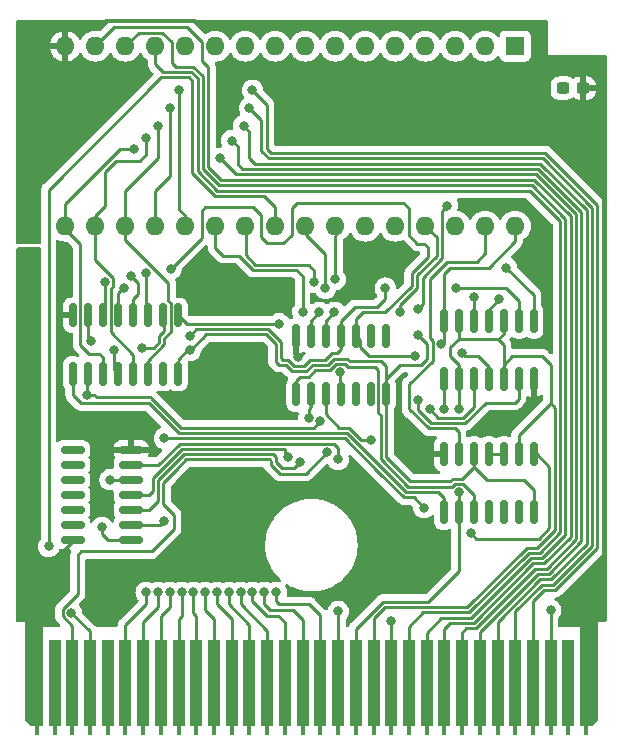
<source format=gbr>
G04 #@! TF.GenerationSoftware,KiCad,Pcbnew,(6.0.2)*
G04 #@! TF.CreationDate,2022-02-19T19:54:12+00:00*
G04 #@! TF.ProjectId,Gameboy 64KB Cart Discrete Logic Fixed Rev2,47616d65-626f-4792-9036-344b42204361,rev?*
G04 #@! TF.SameCoordinates,Original*
G04 #@! TF.FileFunction,Copper,L1,Top*
G04 #@! TF.FilePolarity,Positive*
%FSLAX46Y46*%
G04 Gerber Fmt 4.6, Leading zero omitted, Abs format (unit mm)*
G04 Created by KiCad (PCBNEW (6.0.2)) date 2022-02-19 19:54:12*
%MOMM*%
%LPD*%
G01*
G04 APERTURE LIST*
G04 Aperture macros list*
%AMRoundRect*
0 Rectangle with rounded corners*
0 $1 Rounding radius*
0 $2 $3 $4 $5 $6 $7 $8 $9 X,Y pos of 4 corners*
0 Add a 4 corners polygon primitive as box body*
4,1,4,$2,$3,$4,$5,$6,$7,$8,$9,$2,$3,0*
0 Add four circle primitives for the rounded corners*
1,1,$1+$1,$2,$3*
1,1,$1+$1,$4,$5*
1,1,$1+$1,$6,$7*
1,1,$1+$1,$8,$9*
0 Add four rect primitives between the rounded corners*
20,1,$1+$1,$2,$3,$4,$5,0*
20,1,$1+$1,$4,$5,$6,$7,0*
20,1,$1+$1,$6,$7,$8,$9,0*
20,1,$1+$1,$8,$9,$2,$3,0*%
%AMFreePoly0*
4,1,10,0.750000,-6.800000,0.450000,-6.800000,0.450000,-7.500000,0.050000,-7.500000,0.050000,-6.800000,-0.250000,-6.800000,-0.750000,-6.300000,-0.750000,0.500000,0.750000,0.500000,0.750000,-6.800000,0.750000,-6.800000,$1*%
%AMFreePoly1*
4,1,9,0.500000,-6.800000,0.200000,-6.800000,0.200000,-7.500000,-0.200000,-7.500000,-0.200000,-6.800000,-0.500000,-6.800000,-0.500000,0.500000,0.500000,0.500000,0.500000,-6.800000,0.500000,-6.800000,$1*%
%AMFreePoly2*
4,1,10,0.750000,-6.300000,0.250000,-6.800000,-0.050000,-6.800000,-0.050000,-7.500000,-0.450000,-7.500000,-0.450000,-6.800000,-0.750000,-6.800000,-0.750000,0.500000,0.750000,0.500000,0.750000,-6.300000,0.750000,-6.300000,$1*%
G04 Aperture macros list end*
G04 #@! TA.AperFunction,SMDPad,CuDef*
%ADD10RoundRect,0.150000X0.825000X0.150000X-0.825000X0.150000X-0.825000X-0.150000X0.825000X-0.150000X0*%
G04 #@! TD*
G04 #@! TA.AperFunction,SMDPad,CuDef*
%ADD11RoundRect,0.150000X-0.150000X0.825000X-0.150000X-0.825000X0.150000X-0.825000X0.150000X0.825000X0*%
G04 #@! TD*
G04 #@! TA.AperFunction,SMDPad,CuDef*
%ADD12RoundRect,0.150000X0.150000X-0.825000X0.150000X0.825000X-0.150000X0.825000X-0.150000X-0.825000X0*%
G04 #@! TD*
G04 #@! TA.AperFunction,ComponentPad*
%ADD13R,1.600000X1.600000*%
G04 #@! TD*
G04 #@! TA.AperFunction,ComponentPad*
%ADD14O,1.600000X1.600000*%
G04 #@! TD*
G04 #@! TA.AperFunction,SMDPad,CuDef*
%ADD15RoundRect,0.237500X-0.300000X-0.237500X0.300000X-0.237500X0.300000X0.237500X-0.300000X0.237500X0*%
G04 #@! TD*
G04 #@! TA.AperFunction,SMDPad,CuDef*
%ADD16FreePoly0,0.000000*%
G04 #@! TD*
G04 #@! TA.AperFunction,SMDPad,CuDef*
%ADD17FreePoly1,0.000000*%
G04 #@! TD*
G04 #@! TA.AperFunction,SMDPad,CuDef*
%ADD18FreePoly2,0.000000*%
G04 #@! TD*
G04 #@! TA.AperFunction,ViaPad*
%ADD19C,0.800000*%
G04 #@! TD*
G04 #@! TA.AperFunction,Conductor*
%ADD20C,0.250000*%
G04 #@! TD*
G04 #@! TA.AperFunction,Conductor*
%ADD21C,0.300000*%
G04 #@! TD*
G04 #@! TA.AperFunction,Conductor*
%ADD22C,0.385000*%
G04 #@! TD*
G04 #@! TA.AperFunction,Conductor*
%ADD23C,1.500000*%
G04 #@! TD*
G04 APERTURE END LIST*
G36*
X121700000Y-110000000D02*
G01*
X121300000Y-110000000D01*
X121300000Y-109300000D01*
X121700000Y-109300000D01*
X121700000Y-110000000D01*
G37*
D10*
X129475000Y-93560000D03*
X129475000Y-92290000D03*
X129475000Y-91020000D03*
X129475000Y-89750000D03*
X129475000Y-88480000D03*
X129475000Y-87210000D03*
X129475000Y-85940000D03*
X124525000Y-85940000D03*
X124525000Y-87210000D03*
X124525000Y-88480000D03*
X124525000Y-89750000D03*
X124525000Y-91020000D03*
X124525000Y-92290000D03*
X124525000Y-93560000D03*
D11*
X151060000Y-76275000D03*
X149790000Y-76275000D03*
X148520000Y-76275000D03*
X147250000Y-76275000D03*
X145980000Y-76275000D03*
X144710000Y-76275000D03*
X143440000Y-76275000D03*
X143440000Y-81225000D03*
X144710000Y-81225000D03*
X145980000Y-81225000D03*
X147250000Y-81225000D03*
X148520000Y-81225000D03*
X149790000Y-81225000D03*
X151060000Y-81225000D03*
X163560000Y-86275000D03*
X162290000Y-86275000D03*
X161020000Y-86275000D03*
X159750000Y-86275000D03*
X158480000Y-86275000D03*
X157210000Y-86275000D03*
X155940000Y-86275000D03*
X155940000Y-91225000D03*
X157210000Y-91225000D03*
X158480000Y-91225000D03*
X159750000Y-91225000D03*
X161020000Y-91225000D03*
X162290000Y-91225000D03*
X163560000Y-91225000D03*
X133445000Y-74525000D03*
X132175000Y-74525000D03*
X130905000Y-74525000D03*
X129635000Y-74525000D03*
X128365000Y-74525000D03*
X127095000Y-74525000D03*
X125825000Y-74525000D03*
X124555000Y-74525000D03*
X124555000Y-79475000D03*
X125825000Y-79475000D03*
X127095000Y-79475000D03*
X128365000Y-79475000D03*
X129635000Y-79475000D03*
X130905000Y-79475000D03*
X132175000Y-79475000D03*
X133445000Y-79475000D03*
D12*
X155940000Y-79975000D03*
X157210000Y-79975000D03*
X158480000Y-79975000D03*
X159750000Y-79975000D03*
X161020000Y-79975000D03*
X162290000Y-79975000D03*
X163560000Y-79975000D03*
X163560000Y-75025000D03*
X162290000Y-75025000D03*
X161020000Y-75025000D03*
X159750000Y-75025000D03*
X158480000Y-75025000D03*
X157210000Y-75025000D03*
X155940000Y-75025000D03*
D13*
X162000000Y-51750000D03*
D14*
X159460000Y-51750000D03*
X156920000Y-51750000D03*
X154380000Y-51750000D03*
X151840000Y-51750000D03*
X149300000Y-51750000D03*
X146760000Y-51750000D03*
X144220000Y-51750000D03*
X141680000Y-51750000D03*
X139140000Y-51750000D03*
X136600000Y-51750000D03*
X134060000Y-51750000D03*
X131520000Y-51750000D03*
X128980000Y-51750000D03*
X126440000Y-51750000D03*
X123900000Y-51750000D03*
X123900000Y-66990000D03*
X126440000Y-66990000D03*
X128980000Y-66990000D03*
X131520000Y-66990000D03*
X134060000Y-66990000D03*
X136600000Y-66990000D03*
X139140000Y-66990000D03*
X141680000Y-66990000D03*
X144220000Y-66990000D03*
X146760000Y-66990000D03*
X149300000Y-66990000D03*
X151840000Y-66990000D03*
X154380000Y-66990000D03*
X156920000Y-66990000D03*
X159460000Y-66990000D03*
X162000000Y-66990000D03*
D15*
X166037500Y-55300000D03*
X167762500Y-55300000D03*
D16*
X121250000Y-102500000D03*
D17*
X123000000Y-102500000D03*
X124500000Y-102500000D03*
X126000000Y-102500000D03*
X127500000Y-102500000D03*
X129000000Y-102500000D03*
X130500000Y-102500000D03*
X132000000Y-102500000D03*
X133500000Y-102500000D03*
X135000000Y-102500000D03*
X136500000Y-102500000D03*
X138000000Y-102500000D03*
X139500000Y-102500000D03*
X141000000Y-102500000D03*
X142500000Y-102500000D03*
X144000000Y-102500000D03*
X145500000Y-102500000D03*
X147000000Y-102500000D03*
X148500000Y-102500000D03*
X150000000Y-102500000D03*
X151500000Y-102500000D03*
X153000000Y-102500000D03*
X154500000Y-102500000D03*
X156000000Y-102500000D03*
X157500000Y-102500000D03*
X159000000Y-102500000D03*
X160500000Y-102500000D03*
X162000000Y-102500000D03*
X163500000Y-102500000D03*
X165000000Y-102500000D03*
X166500000Y-102500000D03*
D18*
X168250000Y-102500000D03*
D19*
X130150000Y-83250000D03*
X151500000Y-70700000D03*
X127863600Y-98247200D03*
X130900000Y-83950000D03*
X134050000Y-71500000D03*
X164000000Y-69400000D03*
X132950000Y-81500000D03*
X164000000Y-70500000D03*
X126450000Y-98250000D03*
X162950000Y-69950000D03*
X126450000Y-97000000D03*
X153100000Y-86450000D03*
X127850000Y-97000000D03*
X152300000Y-85600000D03*
X152150000Y-69800000D03*
X133650000Y-82300000D03*
X134050000Y-72550000D03*
X161050000Y-84200000D03*
X161050000Y-83150000D03*
X143637000Y-78105000D03*
X153750000Y-76250000D03*
X155750000Y-77000000D03*
X134500000Y-77500000D03*
X142000000Y-75250000D03*
X165000000Y-99500000D03*
X149758400Y-85090000D03*
X157250000Y-82500000D03*
X157226000Y-89535000D03*
X144526000Y-83250000D03*
X146050000Y-86156800D03*
X158500000Y-73000000D03*
X127000000Y-92500000D03*
X145500000Y-83500000D03*
X125750000Y-81250000D03*
X132250000Y-92000000D03*
X154279600Y-90830400D03*
X128000000Y-77500000D03*
X132299990Y-84950010D03*
X158250000Y-93000000D03*
X143750000Y-87000000D03*
X146685000Y-74295000D03*
X142750000Y-86500000D03*
X145415000Y-74295000D03*
X127698500Y-88455500D03*
X130429000Y-77279500D03*
X156000000Y-82500000D03*
X147000000Y-86750000D03*
X157000000Y-72250000D03*
X151000000Y-72250000D03*
X126047500Y-76708000D03*
X134429500Y-76263500D03*
X128905000Y-72263000D03*
X132842000Y-70612000D03*
X153543000Y-77978000D03*
X157500000Y-77750000D03*
X130750000Y-71000000D03*
X129500000Y-71250000D03*
X127250000Y-71750000D03*
X137000000Y-61250000D03*
X129750000Y-60500000D03*
X138000000Y-59750000D03*
X130750000Y-59500000D03*
X139000000Y-58500000D03*
X131750000Y-58500000D03*
X154750000Y-82500000D03*
X152250000Y-74250000D03*
X156250000Y-65250000D03*
X153750000Y-74000000D03*
X153750000Y-81750000D03*
X161250000Y-70500000D03*
X160655000Y-73152000D03*
X147015200Y-99618800D03*
X137750000Y-98000000D03*
X136750000Y-98000000D03*
X135750000Y-98000000D03*
X134750000Y-98000000D03*
X133750000Y-98000000D03*
X145000000Y-71750000D03*
X140750000Y-98000000D03*
X132750000Y-98000000D03*
X124409200Y-99720400D03*
X122500000Y-94100000D03*
X131750000Y-98000000D03*
X145923000Y-72263000D03*
X141750000Y-98000000D03*
X130750000Y-98000000D03*
X146750000Y-71500000D03*
X139750000Y-98000000D03*
X138750000Y-98000000D03*
X139500000Y-57000000D03*
X132750000Y-57000000D03*
X139750000Y-55500000D03*
X133500000Y-55500000D03*
X151500000Y-100400000D03*
X144000000Y-74250000D03*
X147193000Y-79375000D03*
D20*
X143637000Y-78105000D02*
X143637000Y-78105000D01*
D21*
X127350000Y-49650000D02*
X134900000Y-49650000D01*
D22*
X169550000Y-64900000D02*
X169550000Y-94650000D01*
D20*
X143440000Y-76275000D02*
X143440000Y-77908000D01*
X143440000Y-77908000D02*
X143637000Y-78105000D01*
D23*
X168250000Y-102650000D02*
X168250000Y-100650000D01*
D20*
X153750000Y-76250000D02*
X153750000Y-76250000D01*
X121500000Y-100500000D02*
X121500000Y-100500000D01*
X124525000Y-93675000D02*
X123600000Y-94600000D01*
X163560000Y-89310000D02*
X163560000Y-91225000D01*
X143102599Y-79280011D02*
X142572588Y-78750000D01*
X148006188Y-78428010D02*
X147778167Y-78199989D01*
X158480000Y-87350000D02*
X158480000Y-86275000D01*
X157470011Y-88359989D02*
X158480000Y-87350000D01*
X158480000Y-87350000D02*
X159630000Y-88500000D01*
X140918610Y-76150020D02*
X135812980Y-76150020D01*
X151060000Y-78822400D02*
X150665610Y-78428010D01*
X156500000Y-70500000D02*
X155940000Y-71060000D01*
X135812980Y-76150020D02*
X135636000Y-76327000D01*
X133445000Y-79475000D02*
X133445000Y-78400000D01*
X141732000Y-76963410D02*
X140918610Y-76150020D01*
X155940000Y-75025000D02*
X155940000Y-76810000D01*
X152250000Y-78750000D02*
X154000000Y-78750000D01*
X155940000Y-71060000D02*
X155940000Y-75025000D01*
X133500000Y-78250000D02*
X134250000Y-77500000D01*
X151060000Y-79940000D02*
X151060000Y-78822400D01*
X133445000Y-78400000D02*
X133500000Y-78345000D01*
X159750000Y-70500000D02*
X156500000Y-70500000D01*
X135636000Y-76327000D02*
X135636000Y-76364000D01*
X154500000Y-78250000D02*
X154500000Y-77000000D01*
X141732000Y-78486000D02*
X141732000Y-76963410D01*
X151060000Y-79940000D02*
X152250000Y-78750000D01*
X124525000Y-93560000D02*
X124525000Y-93675000D01*
X144309989Y-79280011D02*
X143102599Y-79280011D01*
X141996000Y-78750000D02*
X141732000Y-78486000D01*
X142572588Y-78750000D02*
X141996000Y-78750000D01*
X162000000Y-66990000D02*
X162000000Y-68250000D01*
X154000000Y-78750000D02*
X154500000Y-78250000D01*
X153122800Y-88599980D02*
X156451608Y-88599980D01*
X151060000Y-86537180D02*
X153122800Y-88599980D01*
X144840000Y-78750000D02*
X144309989Y-79280011D01*
X155940000Y-76810000D02*
X155750000Y-77000000D01*
X150665610Y-78428010D02*
X148006188Y-78428010D01*
X151060000Y-81225000D02*
X151060000Y-86537180D01*
X121250000Y-100750000D02*
X121500000Y-100500000D01*
X162750000Y-88500000D02*
X163560000Y-89310000D01*
X151060000Y-80060000D02*
X151060000Y-81225000D01*
X156451608Y-88599980D02*
X156691599Y-88359989D01*
X151060000Y-80060000D02*
X151060000Y-79940000D01*
X146108588Y-78750000D02*
X144840000Y-78750000D01*
X135636000Y-76364000D02*
X134500000Y-77500000D01*
X154500000Y-77000000D02*
X153750000Y-76250000D01*
X162000000Y-68250000D02*
X159750000Y-70500000D01*
X156691599Y-88359989D02*
X157470011Y-88359989D01*
X146658598Y-78199990D02*
X146108588Y-78750000D01*
X147778167Y-78199989D02*
X146658598Y-78199990D01*
X159630000Y-88500000D02*
X162750000Y-88500000D01*
X133500000Y-78345000D02*
X133500000Y-78250000D01*
D23*
X121250000Y-102525000D02*
X121250000Y-100775000D01*
D20*
X165000000Y-99500000D02*
X165000000Y-99500000D01*
X142000000Y-75250000D02*
X134170000Y-75250000D01*
X134170000Y-75250000D02*
X133445000Y-74525000D01*
X165000000Y-99500000D02*
X165000000Y-102500000D01*
X165000000Y-82000000D02*
X165000000Y-78750000D01*
X157210000Y-79975000D02*
X157210000Y-78710000D01*
X150948080Y-99251920D02*
X150000000Y-100200000D01*
X160580000Y-76540000D02*
X161020000Y-76100000D01*
X145980000Y-81225000D02*
X145980000Y-82937200D01*
X165349520Y-92736198D02*
X165349520Y-82349520D01*
X150000000Y-100200000D02*
X150000000Y-102500000D01*
X157250000Y-82500000D02*
X157250000Y-80015000D01*
X165000000Y-82000000D02*
X165300000Y-82300000D01*
X157912338Y-99251920D02*
X150948080Y-99251920D01*
X161020000Y-78730000D02*
X161020000Y-79975000D01*
X162960418Y-94203840D02*
X157912338Y-99251920D01*
X157250000Y-80015000D02*
X157210000Y-79975000D01*
X145980000Y-82937200D02*
X147092790Y-84049990D01*
X147932400Y-84049990D02*
X148972410Y-85090000D01*
X161750000Y-78000000D02*
X161020000Y-78730000D01*
X165000000Y-78750000D02*
X164250000Y-78000000D01*
X165349520Y-82349520D02*
X165300000Y-82300000D01*
X156500000Y-78000000D02*
X156500000Y-77250000D01*
X148972410Y-85090000D02*
X149758400Y-85090000D01*
X157210000Y-76540000D02*
X160580000Y-76540000D01*
X156500000Y-77250000D02*
X157210000Y-76540000D01*
X160580000Y-76580000D02*
X161020000Y-77020000D01*
X162960418Y-94203840D02*
X163881878Y-94203840D01*
X164250000Y-78000000D02*
X161750000Y-78000000D01*
X157210000Y-78710000D02*
X156500000Y-78000000D01*
X147092790Y-84049990D02*
X147932400Y-84049990D01*
X165000000Y-82000000D02*
X162290000Y-84710000D01*
X161020000Y-76100000D02*
X161020000Y-75025000D01*
X161020000Y-77020000D02*
X161020000Y-78730000D01*
X157210000Y-76540000D02*
X157210000Y-75025000D01*
X162290000Y-84710000D02*
X162290000Y-86275000D01*
X160580000Y-76540000D02*
X160580000Y-76580000D01*
X163881878Y-94203840D02*
X165349520Y-92736198D01*
X157226000Y-89535000D02*
X157226000Y-89535000D01*
X148500000Y-102500000D02*
X148500000Y-101064282D01*
X157226000Y-90134000D02*
X157226000Y-89535000D01*
X157210000Y-96222740D02*
X157210000Y-91225000D01*
X150764282Y-98800000D02*
X150766682Y-98802400D01*
X157210000Y-90150000D02*
X157226000Y-90134000D01*
X150766682Y-98802400D02*
X154630340Y-98802400D01*
X148500000Y-101064282D02*
X150764282Y-98800000D01*
X157210000Y-91225000D02*
X157210000Y-90150000D01*
X154630340Y-98802400D02*
X157210000Y-96222740D01*
X146050000Y-86156800D02*
X146050000Y-86156800D01*
X146050000Y-86156800D02*
X144256790Y-87950010D01*
X141250050Y-86750050D02*
X134159180Y-86750050D01*
X133096000Y-91440000D02*
X133096000Y-92659200D01*
X131216400Y-94538800D02*
X125272800Y-94538800D01*
X142063600Y-87950010D02*
X141299991Y-87186401D01*
X132200010Y-90544010D02*
X133096000Y-91440000D01*
X144526000Y-82484000D02*
X144526000Y-83250000D01*
X144256790Y-87950010D02*
X142063600Y-87950010D01*
X123684689Y-99415311D02*
X123684689Y-100020503D01*
X134159180Y-86750050D02*
X133250000Y-87659230D01*
X133250000Y-87679200D02*
X132200010Y-88729190D01*
X144710000Y-82300000D02*
X144526000Y-82484000D01*
X144710000Y-82300000D02*
X144710000Y-81225000D01*
X123684689Y-100020503D02*
X124500000Y-100835814D01*
X125272800Y-94538800D02*
X124975010Y-94836590D01*
X141250050Y-86792450D02*
X141250050Y-86750050D01*
X141299991Y-87186401D02*
X141299990Y-86842390D01*
X132200010Y-88729190D02*
X132200010Y-90544010D01*
X124500000Y-100835814D02*
X124500000Y-102500000D01*
X124975010Y-94836590D02*
X124975009Y-98124991D01*
X133250000Y-87659230D02*
X133250000Y-87679200D01*
X124975009Y-98124991D02*
X123684689Y-99415311D01*
X141299990Y-86842390D02*
X141250050Y-86792450D01*
X133096000Y-92659200D02*
X131216400Y-94538800D01*
X145500000Y-83500000D02*
X145500000Y-83500000D01*
X131136410Y-81500000D02*
X131186401Y-81549991D01*
X144950010Y-84049990D02*
X145500000Y-83500000D01*
X127000000Y-92500000D02*
X127000000Y-93065685D01*
X128400000Y-93560000D02*
X129475000Y-93560000D01*
X127494315Y-93560000D02*
X128400000Y-93560000D01*
X126315685Y-81250000D02*
X126565685Y-81500000D01*
X131186401Y-81549991D02*
X133686400Y-84049990D01*
X158480000Y-75025000D02*
X158480000Y-73020000D01*
X127000000Y-93065685D02*
X127494315Y-93560000D01*
X158480000Y-73020000D02*
X158500000Y-73000000D01*
X125750000Y-81250000D02*
X126315685Y-81250000D01*
X125750000Y-79550000D02*
X125825000Y-79475000D01*
X126565685Y-81500000D02*
X131136410Y-81500000D01*
X144000000Y-84049990D02*
X144950010Y-84049990D01*
X133686400Y-84049990D02*
X144000000Y-84049990D01*
X125750000Y-81250000D02*
X125750000Y-79550000D01*
X158250000Y-93000000D02*
X158250000Y-93000000D01*
X132250000Y-92000000D02*
X132250000Y-92000000D01*
X132299990Y-84950010D02*
X132299990Y-84950010D01*
X154279600Y-90830400D02*
X154279600Y-90830400D01*
X128000000Y-79110000D02*
X128365000Y-79475000D01*
X128000000Y-77500000D02*
X128000000Y-79110000D01*
X163560000Y-86275000D02*
X163825000Y-86275000D01*
X158699910Y-93449910D02*
X164000090Y-93449910D01*
X131960000Y-92290000D02*
X132250000Y-92000000D01*
X131460000Y-92290000D02*
X129475000Y-92290000D01*
X158250000Y-93000000D02*
X158699910Y-93449910D01*
X150493590Y-87884000D02*
X150497590Y-87884000D01*
X164900000Y-87350000D02*
X164900000Y-92550000D01*
X152563600Y-89950010D02*
X153399210Y-89950010D01*
X131460000Y-92290000D02*
X131960000Y-92290000D01*
X147559600Y-84950010D02*
X150493590Y-87884000D01*
X150497590Y-87884000D02*
X152563600Y-89950010D01*
X164000090Y-93449910D02*
X164900000Y-92550000D01*
X153399210Y-89950010D02*
X154279600Y-90830400D01*
X132299990Y-84950010D02*
X147559600Y-84950010D01*
X163825000Y-86275000D02*
X164900000Y-87350000D01*
X143750000Y-87000000D02*
X143750000Y-87000000D01*
X131750000Y-88522820D02*
X131750000Y-90250000D01*
X141477038Y-86300040D02*
X133972780Y-86300040D01*
X130980000Y-91020000D02*
X129475000Y-91020000D01*
X133972780Y-86300040D02*
X131750000Y-88522820D01*
X141750000Y-87000000D02*
X141750000Y-86573002D01*
X141750000Y-86573002D02*
X141477038Y-86300040D01*
X142250000Y-87500000D02*
X141750000Y-87000000D01*
X143250000Y-87500000D02*
X142250000Y-87500000D01*
X145980000Y-75000000D02*
X145980000Y-76275000D01*
X143750000Y-87000000D02*
X143250000Y-87500000D01*
X131750000Y-90250000D02*
X130980000Y-91020000D01*
X146685000Y-74295000D02*
X145980000Y-75000000D01*
X142750000Y-86500000D02*
X142750000Y-86500000D01*
X144710000Y-75000000D02*
X144710000Y-76275000D01*
X131299991Y-89450009D02*
X131000000Y-89750000D01*
X131299991Y-88336419D02*
X131299991Y-89450009D01*
X145415000Y-74295000D02*
X144710000Y-75000000D01*
X142500000Y-85850030D02*
X133786380Y-85850030D01*
X142750000Y-86500000D02*
X142500000Y-86250000D01*
X142500000Y-86250000D02*
X142500000Y-85850030D01*
X131000000Y-89750000D02*
X129475000Y-89750000D01*
X133786380Y-85850030D02*
X131299991Y-88336419D01*
X130429000Y-77279500D02*
X130365500Y-77279500D01*
X131846991Y-76311097D02*
X131846991Y-76821599D01*
X132246500Y-74525000D02*
X132270500Y-74549000D01*
X132175000Y-74525000D02*
X132246500Y-74525000D01*
X132270500Y-74549000D02*
X132270500Y-75887588D01*
X132270500Y-75887588D02*
X131846991Y-76311097D01*
X129450500Y-88455500D02*
X129475000Y-88480000D01*
X131846991Y-76821599D02*
X131389090Y-77279500D01*
X131389090Y-77279500D02*
X130429000Y-77279500D01*
X127698500Y-88455500D02*
X129450500Y-88455500D01*
X147000000Y-86750000D02*
X147000000Y-85750000D01*
X147000000Y-86750000D02*
X147000000Y-86750000D01*
X133599980Y-85400020D02*
X131790000Y-87210000D01*
X131790000Y-87210000D02*
X129475000Y-87210000D01*
X156000000Y-80035000D02*
X155940000Y-79975000D01*
X156000000Y-82500000D02*
X156000000Y-80035000D01*
X146650020Y-85400020D02*
X133599980Y-85400020D01*
X147000000Y-85750000D02*
X146650020Y-85400020D01*
X150609990Y-86723580D02*
X152936400Y-89049990D01*
X158480000Y-89715998D02*
X158480000Y-90150000D01*
X147591767Y-78649999D02*
X147819788Y-78878020D01*
X150418800Y-82804000D02*
X150609990Y-82995190D01*
X144496390Y-79730020D02*
X145026400Y-79200010D01*
X150099620Y-78878020D02*
X150418800Y-79197200D01*
X150418800Y-79197200D02*
X150418800Y-82804000D01*
X143440000Y-81225000D02*
X143440000Y-80080000D01*
X156638008Y-89049990D02*
X156877999Y-88809999D01*
X145026400Y-79200010D02*
X146294988Y-79200010D01*
X157574001Y-88809999D02*
X158480000Y-89715998D01*
X152936400Y-89049990D02*
X156638008Y-89049990D01*
X146294988Y-79200010D02*
X146844999Y-78649999D01*
X150609990Y-82995190D02*
X150609990Y-86723580D01*
X147819788Y-78878020D02*
X150099620Y-78878020D01*
X158480000Y-90150000D02*
X158480000Y-91225000D01*
X156877999Y-88809999D02*
X157574001Y-88809999D01*
X143789979Y-79730021D02*
X144496390Y-79730020D01*
X146844999Y-78649999D02*
X147591767Y-78649999D01*
X143440000Y-80080000D02*
X143789979Y-79730021D01*
X157000000Y-72250000D02*
X157000000Y-72250000D01*
X151000000Y-72250000D02*
X151000000Y-72250000D01*
X126047500Y-76708000D02*
X126047500Y-76708000D01*
X143288999Y-78830001D02*
X144123589Y-78830001D01*
X161250000Y-72250000D02*
X157000000Y-72250000D01*
X142182010Y-78174010D02*
X142307990Y-78299990D01*
X125825000Y-76485500D02*
X126047500Y-76708000D01*
X125825000Y-74525000D02*
X125825000Y-76485500D01*
X141105010Y-75700010D02*
X142182010Y-76777010D01*
X146904197Y-77749981D02*
X147250000Y-77404178D01*
X134429500Y-76263500D02*
X134992990Y-75700010D01*
X146472197Y-77749981D02*
X146904197Y-77749981D01*
X151000000Y-72250000D02*
X151000000Y-72815685D01*
X147250000Y-75000000D02*
X147250000Y-76275000D01*
X142182010Y-76777010D02*
X142182010Y-78174010D01*
X162290000Y-73290000D02*
X162290000Y-75025000D01*
X134992990Y-75700010D02*
X141105010Y-75700010D01*
X142307990Y-78299990D02*
X142758988Y-78299990D01*
X144653600Y-78299990D02*
X145922188Y-78299990D01*
X162000000Y-73000000D02*
X162290000Y-73290000D01*
X142758988Y-78299990D02*
X143288999Y-78830001D01*
X150308600Y-73844990D02*
X148405010Y-73844990D01*
X147250000Y-77404178D02*
X147250000Y-76275000D01*
X144123589Y-78830001D02*
X144653600Y-78299990D01*
X151003000Y-73150590D02*
X150308600Y-73844990D01*
X151000000Y-72815685D02*
X151003000Y-72818685D01*
X147250000Y-77000000D02*
X147250000Y-76275000D01*
X162000000Y-73000000D02*
X161250000Y-72250000D01*
X148405010Y-73844990D02*
X147250000Y-75000000D01*
X151003000Y-72818685D02*
X151003000Y-73150590D01*
X145922188Y-78299990D02*
X146472197Y-77749981D01*
X157500000Y-77750000D02*
X157500000Y-77750000D01*
X128905000Y-72263000D02*
X128905000Y-72263000D01*
X152965001Y-67722601D02*
X152965001Y-65462001D01*
X135763000Y-65405000D02*
X135474999Y-65693001D01*
X154584400Y-69642780D02*
X154584400Y-68783200D01*
X140970000Y-68453000D02*
X140462000Y-67945000D01*
X128365000Y-74525000D02*
X128365000Y-74263000D01*
X140462000Y-66040000D02*
X139827000Y-65405000D01*
X135474999Y-65693001D02*
X135474999Y-67979001D01*
X153249980Y-72021210D02*
X153249981Y-70977199D01*
X139827000Y-65405000D02*
X135763000Y-65405000D01*
X128397000Y-74231000D02*
X128397000Y-72644000D01*
X148520000Y-76275000D02*
X148520000Y-74873000D01*
X153720800Y-68478400D02*
X152965001Y-67722601D01*
X142367000Y-68453000D02*
X140970000Y-68453000D01*
X135474999Y-67979001D02*
X132842000Y-70612000D01*
X159750000Y-78900000D02*
X158850000Y-78000000D01*
X152965001Y-65462001D02*
X152527000Y-65024000D01*
X148520000Y-74873000D02*
X149098000Y-74295000D01*
X148890710Y-77254300D02*
X148890710Y-76645710D01*
X153249981Y-70977199D02*
X154584400Y-69642780D01*
X128651000Y-72390000D02*
X128778000Y-72390000D01*
X148890710Y-76645710D02*
X148520000Y-76275000D01*
X143510000Y-65024000D02*
X143094999Y-65439001D01*
X128778000Y-72390000D02*
X128905000Y-72263000D01*
X158500000Y-78000000D02*
X157750000Y-78000000D01*
X149614410Y-77978000D02*
X148890710Y-77254300D01*
X143094999Y-65439001D02*
X143094999Y-67725001D01*
X143094999Y-67725001D02*
X142367000Y-68453000D01*
X159750000Y-79975000D02*
X159750000Y-78900000D01*
X157750000Y-78000000D02*
X157500000Y-77750000D01*
X153543000Y-77978000D02*
X149614410Y-77978000D01*
X140462000Y-67945000D02*
X140462000Y-66040000D01*
X128397000Y-72644000D02*
X128524000Y-72517000D01*
X158850000Y-78000000D02*
X158500000Y-78000000D01*
X154279600Y-68478400D02*
X153720800Y-68478400D01*
X154584400Y-68783200D02*
X154279600Y-68478400D01*
X149098000Y-74295000D02*
X150976190Y-74295000D01*
X152527000Y-65024000D02*
X143510000Y-65024000D01*
X128365000Y-74263000D02*
X128397000Y-74231000D01*
X150976190Y-74295000D02*
X153249980Y-72021210D01*
X128524000Y-72517000D02*
X128651000Y-72390000D01*
X147746000Y-84500000D02*
X150317200Y-87071200D01*
X131000000Y-82000000D02*
X133500000Y-84500000D01*
X152750000Y-89500000D02*
X155438400Y-89500000D01*
X150321200Y-87071200D02*
X152750000Y-89500000D01*
X125250000Y-82000000D02*
X131000000Y-82000000D01*
X150317200Y-87071200D02*
X150321200Y-87071200D01*
X124555000Y-79475000D02*
X124555000Y-81305000D01*
X124555000Y-81305000D02*
X125250000Y-82000000D01*
X155438400Y-89500000D02*
X155940000Y-90001600D01*
X155940000Y-90001600D02*
X155940000Y-91225000D01*
X133500000Y-84500000D02*
X147746000Y-84500000D01*
X154665610Y-84125020D02*
X153024999Y-82484411D01*
X155000000Y-76750000D02*
X154750000Y-76500000D01*
X156870620Y-84125020D02*
X154665610Y-84125020D01*
X157210000Y-86275000D02*
X157210000Y-84464400D01*
X157210000Y-84464400D02*
X156870620Y-84125020D01*
X158750000Y-70000000D02*
X159460000Y-69290000D01*
X154750000Y-76500000D02*
X154750000Y-71500000D01*
X156250000Y-70000000D02*
X158750000Y-70000000D01*
X153024999Y-80361411D02*
X155000000Y-78386410D01*
X159460000Y-69290000D02*
X159460000Y-66990000D01*
X155000000Y-78386410D02*
X155000000Y-76750000D01*
X154750000Y-71500000D02*
X156250000Y-70000000D01*
X153024999Y-82484411D02*
X153024999Y-80361411D01*
X159750000Y-86275000D02*
X161020000Y-86275000D01*
X130750000Y-74370000D02*
X130905000Y-74525000D01*
X135099981Y-62349981D02*
X135099981Y-54486391D01*
X132200010Y-53950010D02*
X131520000Y-53270000D01*
X164068076Y-94653360D02*
X165799040Y-92922396D01*
X165799040Y-66549040D02*
X163250000Y-64000000D01*
X153000000Y-102500000D02*
X153000000Y-100900000D01*
X158098535Y-99701440D02*
X163146615Y-94653360D01*
X131520000Y-53270000D02*
X131520000Y-52000000D01*
X165799040Y-92922396D02*
X165799040Y-66549040D01*
X135099981Y-54486391D02*
X134563600Y-53950010D01*
X136750000Y-64000000D02*
X135099981Y-62349981D01*
X163250000Y-64000000D02*
X136750000Y-64000000D01*
X134563600Y-53950010D02*
X132200010Y-53950010D01*
X130750000Y-71000000D02*
X130750000Y-74370000D01*
X153000000Y-100900000D02*
X154198560Y-99701440D01*
X154198560Y-99701440D02*
X158098535Y-99701440D01*
X163146615Y-94653360D02*
X164068076Y-94653360D01*
X158284733Y-100150960D02*
X155749040Y-100150960D01*
X130130000Y-50600000D02*
X132100000Y-50600000D01*
X155749040Y-100150960D02*
X154500000Y-101400000D01*
X133250000Y-53500000D02*
X134750000Y-53500000D01*
X166248560Y-93108593D02*
X164254273Y-95102880D01*
X164254273Y-95102880D02*
X163332813Y-95102880D01*
X135549991Y-62163581D02*
X136886410Y-63500000D01*
X129500000Y-74390000D02*
X129635000Y-74525000D01*
X166248560Y-66362150D02*
X166248560Y-93108593D01*
X132934999Y-51434999D02*
X132934999Y-53184999D01*
X135549991Y-54299991D02*
X135549991Y-62163581D01*
X129500000Y-71250000D02*
X130048000Y-71798000D01*
X154500000Y-101400000D02*
X154500000Y-102500000D01*
X130048000Y-72771000D02*
X129635000Y-73184000D01*
X163332813Y-95102880D02*
X158284733Y-100150960D01*
X130048000Y-71798000D02*
X130048000Y-72771000D01*
X129635000Y-73184000D02*
X129635000Y-74525000D01*
X134750000Y-53500000D02*
X135549991Y-54299991D01*
X128980000Y-51750000D02*
X130130000Y-50600000D01*
X132100000Y-50600000D02*
X132934999Y-51434999D01*
X132934999Y-53184999D02*
X133250000Y-53500000D01*
X136886410Y-63500000D02*
X163386410Y-63500000D01*
X163386410Y-63500000D02*
X166248560Y-66362150D01*
X127250000Y-74370000D02*
X127095000Y-74525000D01*
X163519011Y-95552400D02*
X158470931Y-100600480D01*
X137072810Y-63049990D02*
X163572810Y-63049990D01*
X136000000Y-61977180D02*
X137072810Y-63049990D01*
X126440000Y-51750000D02*
X128039520Y-50150480D01*
X128039520Y-50150480D02*
X134250480Y-50150480D01*
X135474999Y-51374999D02*
X135474999Y-53025001D01*
X134250480Y-50150480D02*
X135474999Y-51374999D01*
X166698080Y-66175260D02*
X163572810Y-63049990D01*
X163519011Y-95552400D02*
X164447600Y-95552400D01*
X166698080Y-93301920D02*
X166698080Y-66175260D01*
X158470931Y-100600480D02*
X156499520Y-100600480D01*
X156499520Y-100600480D02*
X156000000Y-101100000D01*
X164447600Y-95552400D02*
X166698080Y-93301920D01*
X135474999Y-53025001D02*
X136000000Y-53550002D01*
X127250000Y-71750000D02*
X127250000Y-74370000D01*
X136000000Y-53550002D02*
X136000000Y-61977180D01*
X156000000Y-101100000D02*
X156000000Y-102500000D01*
X137000000Y-61250000D02*
X137000000Y-61250000D01*
X129750000Y-60500000D02*
X129750000Y-60500000D01*
X125920500Y-77787500D02*
X126787500Y-77787500D01*
X129750000Y-60500000D02*
X128500000Y-60500000D01*
X137000000Y-61250000D02*
X138349980Y-62599980D01*
X127095000Y-78095000D02*
X127095000Y-79475000D01*
X167147600Y-65988370D02*
X167147600Y-93502400D01*
X138349980Y-62599980D02*
X163759210Y-62599980D01*
X123900000Y-65100000D02*
X123900000Y-67240000D01*
X157500000Y-101400000D02*
X157500000Y-102500000D01*
X163759210Y-62599980D02*
X167147600Y-65988370D01*
X158657129Y-101050000D02*
X157850000Y-101050000D01*
X128500000Y-60500000D02*
X123900000Y-65100000D01*
X125180010Y-68520010D02*
X125180010Y-77047010D01*
X123900000Y-67240000D02*
X125180010Y-68520010D01*
X126787500Y-77787500D02*
X127095000Y-78095000D01*
X167147600Y-93502400D02*
X164648080Y-96001920D01*
X164648080Y-96001920D02*
X163705209Y-96001920D01*
X125180010Y-77047010D02*
X125920500Y-77787500D01*
X163705209Y-96001920D02*
X158657129Y-101050000D01*
X157850000Y-101050000D02*
X157500000Y-101400000D01*
X130750000Y-59500000D02*
X130750000Y-59500000D01*
X138000000Y-59750000D02*
X138000000Y-59750000D01*
X127250000Y-65298630D02*
X127250000Y-62386410D01*
X127975001Y-72098001D02*
X127975001Y-71401999D01*
X167597120Y-93688598D02*
X167597120Y-65801480D01*
X126440000Y-66108630D02*
X127250000Y-65298630D01*
X130750000Y-60900020D02*
X130750000Y-59500000D01*
X159000000Y-101342847D02*
X163891407Y-96451440D01*
X163945610Y-62149970D02*
X138899970Y-62149970D01*
X127739990Y-72333012D02*
X127975001Y-72098001D01*
X127250000Y-62386410D02*
X128186400Y-61450010D01*
X127739990Y-75989990D02*
X127739990Y-72333012D01*
X163891407Y-96451440D02*
X164834278Y-96451440D01*
X126440000Y-69866998D02*
X126440000Y-66108630D01*
X167597120Y-65801480D02*
X163945610Y-62149970D01*
X129635000Y-79475000D02*
X129635000Y-77885000D01*
X159000000Y-102500000D02*
X159000000Y-101342847D01*
X130200010Y-61450010D02*
X130750000Y-60900020D01*
X127975001Y-71401999D02*
X126440000Y-69866998D01*
X129635000Y-77885000D02*
X127739990Y-75989990D01*
X128186400Y-61450010D02*
X130200010Y-61450010D01*
X164834278Y-96451440D02*
X167597120Y-93688598D01*
X138500000Y-61750000D02*
X138500000Y-60250000D01*
X138899970Y-62149970D02*
X138500000Y-61750000D01*
X138500000Y-60250000D02*
X138000000Y-59750000D01*
X139000000Y-58500000D02*
X139000000Y-58500000D01*
X131750000Y-58500000D02*
X131750000Y-58500000D01*
X139500000Y-59000000D02*
X139000000Y-58500000D01*
X160500000Y-100478564D02*
X160500000Y-102500000D01*
X139500000Y-61250000D02*
X139500000Y-59000000D01*
X132297001Y-77007999D02*
X130905000Y-78400000D01*
X132297001Y-76497497D02*
X132297001Y-77007999D01*
X164132010Y-61699960D02*
X168050000Y-65617950D01*
X164077604Y-96900960D02*
X160500000Y-100478564D01*
X132819990Y-75974508D02*
X132297001Y-76497497D01*
X128980000Y-67240000D02*
X128980000Y-64020000D01*
X132624999Y-73315999D02*
X132819990Y-73510990D01*
X131750000Y-61000000D02*
X131750000Y-58500000D01*
X165020475Y-96900960D02*
X164077604Y-96900960D01*
X131750000Y-61250000D02*
X131750000Y-61000000D01*
X128980000Y-68156998D02*
X132624999Y-71801997D01*
X128980000Y-64020000D02*
X131750000Y-61250000D01*
X168050000Y-65617950D02*
X168050000Y-93871435D01*
X168050000Y-93871435D02*
X165020475Y-96900960D01*
X139949960Y-61699960D02*
X139500000Y-61250000D01*
X132624999Y-71801997D02*
X132624999Y-73315999D01*
X128980000Y-66990000D02*
X128980000Y-68156998D01*
X132819990Y-73510990D02*
X132819990Y-75974508D01*
X130905000Y-78400000D02*
X130905000Y-79475000D01*
X164132010Y-61699960D02*
X139949960Y-61699960D01*
X153699990Y-72207610D02*
X153699990Y-71163600D01*
X155475001Y-83225001D02*
X157598001Y-83225001D01*
X155344989Y-67954989D02*
X154380000Y-66990000D01*
X153699990Y-71163600D02*
X155344989Y-69518601D01*
X152250000Y-73657600D02*
X153699990Y-72207610D01*
X157598001Y-83225001D02*
X158500000Y-82323002D01*
X152250000Y-74250000D02*
X152250000Y-73657600D01*
X158480000Y-81270000D02*
X158480000Y-79975000D01*
X154750000Y-82500000D02*
X155475001Y-83225001D01*
X158500000Y-82323002D02*
X158500000Y-81290000D01*
X155344989Y-69518601D02*
X155344989Y-67954989D01*
X158500000Y-81290000D02*
X158480000Y-81270000D01*
X156250000Y-65250000D02*
X156250000Y-65250000D01*
X155794999Y-65705001D02*
X156250000Y-65250000D01*
X162290000Y-81600800D02*
X162290000Y-79975000D01*
X154852009Y-83675011D02*
X157784402Y-83675010D01*
X157784402Y-83675010D02*
X159519012Y-81940400D01*
X159519012Y-81940400D02*
X161950400Y-81940400D01*
X154149999Y-73600001D02*
X154149999Y-71350001D01*
X154149999Y-71350001D02*
X155794999Y-69705001D01*
X153750000Y-74000000D02*
X154149999Y-73600001D01*
X161950400Y-81940400D02*
X162290000Y-81600800D01*
X153750000Y-82573002D02*
X154852009Y-83675011D01*
X155794999Y-69705001D02*
X155794999Y-65705001D01*
X153750000Y-81750000D02*
X153750000Y-82573002D01*
X161250000Y-70500000D02*
X161250000Y-70500000D01*
X163560000Y-72810000D02*
X161250000Y-70500000D01*
X163560000Y-75025000D02*
X163560000Y-72810000D01*
X159750000Y-74057000D02*
X160655000Y-73152000D01*
X159750000Y-75025000D02*
X159750000Y-74057000D01*
X147000000Y-99634000D02*
X147015200Y-99618800D01*
X147000000Y-102500000D02*
X147000000Y-99634000D01*
X137750000Y-98000000D02*
X137750000Y-98000000D01*
X137750000Y-99000000D02*
X137750000Y-98000000D01*
X139500000Y-100750000D02*
X139500000Y-102500000D01*
X137750000Y-99000000D02*
X139500000Y-100750000D01*
X136750000Y-98000000D02*
X136750000Y-98000000D01*
X138000000Y-100250000D02*
X138000000Y-102500000D01*
X136750000Y-99000000D02*
X136750000Y-98000000D01*
X138000000Y-100250000D02*
X136750000Y-99000000D01*
X135750000Y-98000000D02*
X135750000Y-98000000D01*
X136500000Y-100250000D02*
X136500000Y-102500000D01*
X135750000Y-98000000D02*
X135750000Y-99500000D01*
X135750000Y-99500000D02*
X136500000Y-100250000D01*
X134750000Y-98000000D02*
X134750000Y-98000000D01*
X134750000Y-99750000D02*
X134750000Y-98000000D01*
X135000000Y-100000000D02*
X135000000Y-102500000D01*
X135000000Y-100000000D02*
X134750000Y-99750000D01*
X133750000Y-98000000D02*
X133750000Y-98000000D01*
X133750000Y-98000000D02*
X133750000Y-100000000D01*
X133500000Y-100250000D02*
X133500000Y-102500000D01*
X133750000Y-100000000D02*
X133500000Y-100250000D01*
X140750000Y-98000000D02*
X140750000Y-98000000D01*
X140750000Y-99000000D02*
X141250000Y-99500000D01*
X141250000Y-99500000D02*
X143200000Y-99500000D01*
X143200000Y-99500000D02*
X144000000Y-100300000D01*
X144500000Y-70250000D02*
X140000000Y-70250000D01*
X140000000Y-70250000D02*
X139220000Y-69470000D01*
X145000000Y-71750000D02*
X145000000Y-70750000D01*
X139220000Y-69470000D02*
X139220000Y-67740000D01*
X144000000Y-100300000D02*
X144000000Y-102500000D01*
X145000000Y-70750000D02*
X144500000Y-70250000D01*
X140750000Y-98000000D02*
X140750000Y-99000000D01*
X132750000Y-98000000D02*
X132750000Y-98000000D01*
X132000000Y-100000000D02*
X132000000Y-102500000D01*
X132000000Y-100000000D02*
X132750000Y-99250000D01*
X132750000Y-99250000D02*
X132750000Y-98000000D01*
X124409200Y-99720400D02*
X124409200Y-99720400D01*
X134649971Y-62536381D02*
X134649971Y-54672791D01*
X126000000Y-101300000D02*
X126000000Y-102500000D01*
X131999980Y-54400020D02*
X122500000Y-63900000D01*
X122500000Y-63900000D02*
X122500000Y-94100000D01*
X134649971Y-54672791D02*
X134377200Y-54400020D01*
X136563599Y-64450009D02*
X134649971Y-62536381D01*
X124420400Y-99720400D02*
X126000000Y-101300000D01*
X134377200Y-54400020D02*
X131999980Y-54400020D01*
X141680000Y-67240000D02*
X141680000Y-65380010D01*
X124409200Y-99720400D02*
X124420400Y-99720400D01*
X141680000Y-65380010D02*
X140750000Y-64450010D01*
X140750000Y-64450010D02*
X136563599Y-64450009D01*
X131750000Y-98000000D02*
X131750000Y-98000000D01*
X130500000Y-100500000D02*
X130500000Y-102500000D01*
X131750000Y-98000000D02*
X131750000Y-99250000D01*
X131750000Y-99250000D02*
X130500000Y-100500000D01*
X141750000Y-98000000D02*
X141750000Y-98000000D01*
X142000000Y-99000000D02*
X144550000Y-99000000D01*
X145500000Y-99950000D02*
X145500000Y-102500000D01*
X141750000Y-98750000D02*
X142000000Y-99000000D01*
X141750000Y-98000000D02*
X141750000Y-98750000D01*
X145923000Y-69363000D02*
X145923000Y-72263000D01*
X144300000Y-67740000D02*
X145923000Y-69363000D01*
X144550000Y-99000000D02*
X145500000Y-99950000D01*
X131000000Y-98000000D02*
X131000000Y-98000000D01*
X129000000Y-100750000D02*
X130750000Y-99000000D01*
X130750000Y-99000000D02*
X130750000Y-98000000D01*
X129000000Y-100750000D02*
X129000000Y-102500000D01*
X139750000Y-98000000D02*
X139750000Y-98000000D01*
X146750000Y-67830000D02*
X146840000Y-67740000D01*
X141950000Y-100000000D02*
X142500000Y-100550000D01*
X141000000Y-100000000D02*
X141950000Y-100000000D01*
X142500000Y-100550000D02*
X142500000Y-102500000D01*
X146750000Y-71500000D02*
X146750000Y-67830000D01*
X139750000Y-98750000D02*
X141000000Y-100000000D01*
X139750000Y-98000000D02*
X139750000Y-98750000D01*
X138750000Y-98000000D02*
X138750000Y-98000000D01*
X141000000Y-101250000D02*
X141000000Y-102500000D01*
X138750000Y-98000000D02*
X138750000Y-99000000D01*
X138750000Y-99000000D02*
X141000000Y-101250000D01*
X139500000Y-57000000D02*
X139500000Y-57000000D01*
X132750000Y-57000000D02*
X132750000Y-57000000D01*
X168499520Y-94057633D02*
X165206673Y-97350480D01*
X162000000Y-99614282D02*
X162000000Y-102500000D01*
X131500000Y-66088630D02*
X131500000Y-64000000D01*
X164263802Y-97350480D02*
X162000000Y-99614282D01*
X131520000Y-67240000D02*
X131520000Y-66108630D01*
X131500000Y-64000000D02*
X132750000Y-62750000D01*
X140500000Y-60613590D02*
X141136360Y-61249950D01*
X141136360Y-61249950D02*
X164318410Y-61249950D01*
X165206673Y-97350480D02*
X164263802Y-97350480D01*
X131520000Y-66108630D02*
X131500000Y-66088630D01*
X132750000Y-62750000D02*
X132750000Y-57000000D01*
X168499520Y-65431060D02*
X168499520Y-94057633D01*
X140500000Y-58000000D02*
X140500000Y-60613590D01*
X139500000Y-57000000D02*
X140500000Y-58000000D01*
X164318410Y-61249950D02*
X168499520Y-65431060D01*
X139750000Y-55500000D02*
X139750000Y-55500000D01*
X134060000Y-66108630D02*
X133500000Y-65548630D01*
X163500000Y-102500000D02*
X163500000Y-98750000D01*
X164504810Y-60799940D02*
X141322760Y-60799940D01*
X134060000Y-67240000D02*
X134060000Y-66108630D01*
X140950010Y-60427190D02*
X140950010Y-56700010D01*
X164450000Y-97800000D02*
X165392870Y-97800000D01*
X163500000Y-98750000D02*
X164450000Y-97800000D01*
X168950000Y-65245130D02*
X164504810Y-60799940D01*
X165392870Y-97800000D02*
X168950000Y-94242870D01*
X168950000Y-94242870D02*
X168950000Y-65245130D01*
X133500000Y-65548630D02*
X133500000Y-55500000D01*
X141322760Y-60799940D02*
X140950010Y-60427190D01*
X140950010Y-56700010D02*
X139750000Y-55500000D01*
X144000000Y-71250000D02*
X143450010Y-70700010D01*
X144000000Y-74250000D02*
X144000000Y-71250000D01*
X139813599Y-70700009D02*
X138613590Y-69500000D01*
X136600000Y-68850000D02*
X136600000Y-67240000D01*
X147193000Y-79375000D02*
X147193000Y-81168000D01*
X147193000Y-81168000D02*
X147250000Y-81225000D01*
X143450010Y-70700010D02*
X139813599Y-70700009D01*
X138613590Y-69500000D02*
X137250000Y-69500000D01*
X151500000Y-100400000D02*
X151500000Y-102500000D01*
X137250000Y-69500000D02*
X136600000Y-68850000D01*
G04 #@! TA.AperFunction,Conductor*
G36*
X169681999Y-94508886D02*
G01*
X169729550Y-94561606D01*
X169742000Y-94616218D01*
X169742000Y-100366000D01*
X169721998Y-100434121D01*
X169668342Y-100480614D01*
X169616000Y-100492000D01*
X169508702Y-100492000D01*
X169507932Y-100491998D01*
X169507078Y-100491993D01*
X169430348Y-100491524D01*
X169421721Y-100493990D01*
X169421719Y-100493990D01*
X169417665Y-100495149D01*
X169383039Y-100500000D01*
X169000000Y-100500000D01*
X169000000Y-100823859D01*
X168979998Y-100891980D01*
X168926342Y-100938473D01*
X168873859Y-100949859D01*
X165759359Y-100946383D01*
X165691261Y-100926305D01*
X165644828Y-100872597D01*
X165633500Y-100820383D01*
X165633500Y-100202524D01*
X165653502Y-100134403D01*
X165665858Y-100118221D01*
X165739040Y-100036944D01*
X165813118Y-99908638D01*
X165831223Y-99877279D01*
X165831224Y-99877278D01*
X165834527Y-99871556D01*
X165893542Y-99689928D01*
X165894252Y-99683179D01*
X165912814Y-99506565D01*
X165913504Y-99500000D01*
X165893542Y-99310072D01*
X165834527Y-99128444D01*
X165739040Y-98963056D01*
X165703254Y-98923311D01*
X165615675Y-98826045D01*
X165615674Y-98826044D01*
X165611253Y-98821134D01*
X165456752Y-98708882D01*
X165450724Y-98706198D01*
X165450722Y-98706197D01*
X165379769Y-98674607D01*
X165325673Y-98628627D01*
X165305024Y-98560700D01*
X165324376Y-98492391D01*
X165377587Y-98445390D01*
X165424888Y-98434864D01*
X165424818Y-98433748D01*
X165428760Y-98433500D01*
X165432726Y-98433500D01*
X165436661Y-98433003D01*
X165436726Y-98432995D01*
X165448563Y-98432062D01*
X165480821Y-98431048D01*
X165484840Y-98430922D01*
X165492759Y-98430673D01*
X165512213Y-98425021D01*
X165531570Y-98421013D01*
X165543800Y-98419468D01*
X165543801Y-98419468D01*
X165551667Y-98418474D01*
X165559038Y-98415555D01*
X165559040Y-98415555D01*
X165592782Y-98402196D01*
X165604012Y-98398351D01*
X165638853Y-98388229D01*
X165638854Y-98388229D01*
X165646463Y-98386018D01*
X165653282Y-98381985D01*
X165653287Y-98381983D01*
X165663898Y-98375707D01*
X165681646Y-98367012D01*
X165700487Y-98359552D01*
X165710366Y-98352375D01*
X165736257Y-98333564D01*
X165746177Y-98327048D01*
X165777405Y-98308580D01*
X165777408Y-98308578D01*
X165784232Y-98304542D01*
X165798553Y-98290221D01*
X165813587Y-98277380D01*
X165823564Y-98270131D01*
X165829977Y-98265472D01*
X165858168Y-98231395D01*
X165866158Y-98222616D01*
X169342247Y-94746527D01*
X169350537Y-94738983D01*
X169357018Y-94734870D01*
X169403659Y-94685202D01*
X169406413Y-94682361D01*
X169426134Y-94662640D01*
X169428612Y-94659445D01*
X169436318Y-94650423D01*
X169461158Y-94623971D01*
X169466586Y-94618191D01*
X169476346Y-94600438D01*
X169487199Y-94583915D01*
X169494753Y-94574176D01*
X169499613Y-94567911D01*
X169502763Y-94560631D01*
X169506795Y-94553814D01*
X169509377Y-94555341D01*
X169545784Y-94511596D01*
X169613493Y-94490243D01*
X169681999Y-94508886D01*
G37*
G04 #@! TD.AperFunction*
G04 #@! TA.AperFunction,Conductor*
G36*
X148041603Y-86340997D02*
G01*
X148081650Y-86367964D01*
X149989933Y-88276247D01*
X149997477Y-88284537D01*
X150001590Y-88291018D01*
X150007367Y-88296443D01*
X150051257Y-88337658D01*
X150054099Y-88340413D01*
X150073820Y-88360134D01*
X150077015Y-88362612D01*
X150086037Y-88370318D01*
X150116890Y-88399291D01*
X150119732Y-88402046D01*
X152059943Y-90342257D01*
X152067487Y-90350547D01*
X152071600Y-90357028D01*
X152077377Y-90362453D01*
X152121267Y-90403668D01*
X152124109Y-90406423D01*
X152143830Y-90426144D01*
X152147025Y-90428622D01*
X152156047Y-90436328D01*
X152188279Y-90466596D01*
X152195228Y-90470416D01*
X152206032Y-90476356D01*
X152222556Y-90487209D01*
X152238559Y-90499623D01*
X152279143Y-90517186D01*
X152289773Y-90522393D01*
X152328540Y-90543705D01*
X152336217Y-90545676D01*
X152336222Y-90545678D01*
X152348158Y-90548742D01*
X152366866Y-90555147D01*
X152385455Y-90563191D01*
X152393280Y-90564430D01*
X152393282Y-90564431D01*
X152429119Y-90570107D01*
X152440740Y-90572514D01*
X152475889Y-90581538D01*
X152483570Y-90583510D01*
X152503831Y-90583510D01*
X152523540Y-90585061D01*
X152543543Y-90588229D01*
X152551435Y-90587483D01*
X152556662Y-90586989D01*
X152587554Y-90584069D01*
X152599411Y-90583510D01*
X153084616Y-90583510D01*
X153152737Y-90603512D01*
X153173711Y-90620415D01*
X153332478Y-90779182D01*
X153366504Y-90841494D01*
X153368692Y-90855103D01*
X153374451Y-90909891D01*
X153384226Y-91002893D01*
X153386058Y-91020328D01*
X153445073Y-91201956D01*
X153540560Y-91367344D01*
X153544978Y-91372251D01*
X153544979Y-91372252D01*
X153608600Y-91442910D01*
X153668347Y-91509266D01*
X153822848Y-91621518D01*
X153828876Y-91624202D01*
X153828878Y-91624203D01*
X153990457Y-91696142D01*
X153997312Y-91699194D01*
X154064541Y-91713484D01*
X154177656Y-91737528D01*
X154177661Y-91737528D01*
X154184113Y-91738900D01*
X154375087Y-91738900D01*
X154381539Y-91737528D01*
X154381544Y-91737528D01*
X154494659Y-91713484D01*
X154561888Y-91699194D01*
X154568743Y-91696142D01*
X154730322Y-91624203D01*
X154730324Y-91624202D01*
X154736352Y-91621518D01*
X154890853Y-91509266D01*
X154911866Y-91485929D01*
X154972310Y-91448691D01*
X155043294Y-91450043D01*
X155102278Y-91489557D01*
X155130536Y-91554687D01*
X155131500Y-91570241D01*
X155131500Y-92116502D01*
X155134438Y-92153831D01*
X155180855Y-92313601D01*
X155184892Y-92320427D01*
X155261509Y-92449980D01*
X155261511Y-92449983D01*
X155265547Y-92456807D01*
X155383193Y-92574453D01*
X155390017Y-92578489D01*
X155390020Y-92578491D01*
X155475976Y-92629325D01*
X155526399Y-92659145D01*
X155534010Y-92661356D01*
X155534012Y-92661357D01*
X155568461Y-92671365D01*
X155686169Y-92705562D01*
X155692574Y-92706066D01*
X155692579Y-92706067D01*
X155721042Y-92708307D01*
X155721050Y-92708307D01*
X155723498Y-92708500D01*
X156156502Y-92708500D01*
X156158950Y-92708307D01*
X156158958Y-92708307D01*
X156187421Y-92706067D01*
X156187426Y-92706066D01*
X156193831Y-92705562D01*
X156311539Y-92671365D01*
X156345988Y-92661357D01*
X156345990Y-92661356D01*
X156353601Y-92659145D01*
X156386363Y-92639769D01*
X156455178Y-92622311D01*
X156522509Y-92644828D01*
X156566978Y-92700173D01*
X156576500Y-92748224D01*
X156576500Y-95908145D01*
X156556498Y-95976266D01*
X156539595Y-95997240D01*
X154404840Y-98131995D01*
X154342528Y-98166021D01*
X154315745Y-98168900D01*
X150858869Y-98168900D01*
X150837323Y-98166521D01*
X150832115Y-98166028D01*
X150824373Y-98164298D01*
X150816450Y-98164547D01*
X150816449Y-98164547D01*
X150816388Y-98164549D01*
X150816138Y-98164557D01*
X150792467Y-98163067D01*
X150792171Y-98163020D01*
X150792168Y-98163020D01*
X150784339Y-98161780D01*
X150776447Y-98162526D01*
X150776446Y-98162526D01*
X150728425Y-98167065D01*
X150720528Y-98167562D01*
X150686893Y-98168620D01*
X150664392Y-98169327D01*
X150656483Y-98171625D01*
X150633189Y-98176068D01*
X150632880Y-98176097D01*
X150632879Y-98176097D01*
X150624990Y-98176843D01*
X150572134Y-98195872D01*
X150564624Y-98198312D01*
X150518298Y-98211771D01*
X150518296Y-98211772D01*
X150510689Y-98213982D01*
X150503870Y-98218015D01*
X150503867Y-98218016D01*
X150503600Y-98218174D01*
X150482146Y-98228269D01*
X150481857Y-98228373D01*
X150481852Y-98228376D01*
X150474393Y-98231061D01*
X150467839Y-98235515D01*
X150467837Y-98235516D01*
X150427931Y-98262636D01*
X150421258Y-98266870D01*
X150372919Y-98295458D01*
X150367097Y-98301280D01*
X150348829Y-98316395D01*
X150342011Y-98321028D01*
X150336767Y-98326976D01*
X150336766Y-98326977D01*
X150304871Y-98363155D01*
X150299452Y-98368925D01*
X148107747Y-100560630D01*
X148099461Y-100568170D01*
X148092982Y-100572282D01*
X148087557Y-100578059D01*
X148046357Y-100621933D01*
X148043602Y-100624775D01*
X148023865Y-100644512D01*
X148021385Y-100647709D01*
X148013682Y-100656729D01*
X147983414Y-100688961D01*
X147979595Y-100695907D01*
X147979593Y-100695910D01*
X147973652Y-100706716D01*
X147962801Y-100723235D01*
X147950386Y-100739241D01*
X147947241Y-100746510D01*
X147947238Y-100746514D01*
X147932826Y-100779819D01*
X147927609Y-100790469D01*
X147906305Y-100829222D01*
X147904334Y-100836898D01*
X147901416Y-100844269D01*
X147898792Y-100843230D01*
X147869364Y-100892664D01*
X147805831Y-100924351D01*
X147783499Y-100926321D01*
X147759359Y-100926294D01*
X147691261Y-100906216D01*
X147644828Y-100852508D01*
X147633500Y-100800294D01*
X147633500Y-100338206D01*
X147653502Y-100270085D01*
X147665864Y-100253896D01*
X147749821Y-100160652D01*
X147749822Y-100160651D01*
X147754240Y-100155744D01*
X147832360Y-100020437D01*
X147846423Y-99996079D01*
X147846424Y-99996078D01*
X147849727Y-99990356D01*
X147908742Y-99808728D01*
X147919317Y-99708118D01*
X147928014Y-99625365D01*
X147928704Y-99618800D01*
X147920319Y-99539025D01*
X147909432Y-99435435D01*
X147909432Y-99435433D01*
X147908742Y-99428872D01*
X147849727Y-99247244D01*
X147843909Y-99237166D01*
X147784766Y-99134729D01*
X147754240Y-99081856D01*
X147708999Y-99031610D01*
X147630875Y-98944845D01*
X147630874Y-98944844D01*
X147626453Y-98939934D01*
X147471952Y-98827682D01*
X147465924Y-98824998D01*
X147465922Y-98824997D01*
X147303519Y-98752691D01*
X147303518Y-98752691D01*
X147297488Y-98750006D01*
X147204087Y-98730153D01*
X147117144Y-98711672D01*
X147117139Y-98711672D01*
X147110687Y-98710300D01*
X146919713Y-98710300D01*
X146913261Y-98711672D01*
X146913256Y-98711672D01*
X146826313Y-98730153D01*
X146732912Y-98750006D01*
X146726882Y-98752691D01*
X146726881Y-98752691D01*
X146564478Y-98824997D01*
X146564476Y-98824998D01*
X146558448Y-98827682D01*
X146403947Y-98939934D01*
X146399526Y-98944844D01*
X146399525Y-98944845D01*
X146321402Y-99031610D01*
X146276160Y-99081856D01*
X146245634Y-99134729D01*
X146186492Y-99237166D01*
X146180673Y-99247244D01*
X146178632Y-99253526D01*
X146124651Y-99419660D01*
X146084577Y-99478265D01*
X146019180Y-99505902D01*
X145949224Y-99493795D01*
X145915723Y-99469818D01*
X145053652Y-98607747D01*
X145046112Y-98599461D01*
X145042000Y-98592982D01*
X144992348Y-98546356D01*
X144989507Y-98543602D01*
X144969770Y-98523865D01*
X144966573Y-98521385D01*
X144957551Y-98513680D01*
X144925321Y-98483414D01*
X144918375Y-98479595D01*
X144918372Y-98479593D01*
X144907566Y-98473652D01*
X144891047Y-98462801D01*
X144882655Y-98456292D01*
X144875041Y-98450386D01*
X144867772Y-98447241D01*
X144867768Y-98447238D01*
X144834463Y-98432826D01*
X144823813Y-98427609D01*
X144785060Y-98406305D01*
X144776091Y-98404002D01*
X144770654Y-98402606D01*
X144765437Y-98401267D01*
X144746734Y-98394863D01*
X144735420Y-98389967D01*
X144735419Y-98389967D01*
X144728145Y-98386819D01*
X144720322Y-98385580D01*
X144720312Y-98385577D01*
X144684476Y-98379901D01*
X144672856Y-98377495D01*
X144637711Y-98368472D01*
X144637710Y-98368472D01*
X144630030Y-98366500D01*
X144609776Y-98366500D01*
X144590065Y-98364949D01*
X144577886Y-98363020D01*
X144570057Y-98361780D01*
X144533127Y-98365271D01*
X144526039Y-98365941D01*
X144514181Y-98366500D01*
X142759594Y-98366500D01*
X142691473Y-98346498D01*
X142644980Y-98292842D01*
X142634876Y-98222568D01*
X142639762Y-98201562D01*
X142641502Y-98196208D01*
X142641503Y-98196203D01*
X142643542Y-98189928D01*
X142645734Y-98169078D01*
X142662814Y-98006565D01*
X142663504Y-98000000D01*
X142649268Y-97864554D01*
X142644232Y-97816635D01*
X142644232Y-97816633D01*
X142643542Y-97810072D01*
X142584527Y-97628444D01*
X142504927Y-97490573D01*
X142488189Y-97421578D01*
X142511409Y-97354486D01*
X142567216Y-97310599D01*
X142637892Y-97303850D01*
X142675707Y-97317692D01*
X142690593Y-97326045D01*
X142944934Y-97468774D01*
X143009969Y-97505270D01*
X143012868Y-97506531D01*
X143012873Y-97506533D01*
X143179608Y-97579032D01*
X143373106Y-97663167D01*
X143376149Y-97664138D01*
X143747297Y-97782587D01*
X143747305Y-97782589D01*
X143750341Y-97783558D01*
X143960830Y-97827915D01*
X144134692Y-97864554D01*
X144134697Y-97864555D01*
X144137811Y-97865211D01*
X144531549Y-97907289D01*
X144534736Y-97907306D01*
X144534742Y-97907306D01*
X144714621Y-97908247D01*
X144927523Y-97909362D01*
X145077221Y-97894948D01*
X145318515Y-97871714D01*
X145318520Y-97871713D01*
X145321680Y-97871409D01*
X145324800Y-97870786D01*
X145324804Y-97870785D01*
X145706856Y-97794444D01*
X145706855Y-97794444D01*
X145709984Y-97793819D01*
X146001010Y-97704288D01*
X146085417Y-97678321D01*
X146085420Y-97678320D01*
X146088459Y-97677385D01*
X146091387Y-97676148D01*
X146091393Y-97676146D01*
X146450285Y-97524543D01*
X146450291Y-97524540D01*
X146453229Y-97523299D01*
X146800562Y-97333141D01*
X147126899Y-97108855D01*
X147132252Y-97104315D01*
X147426470Y-96854800D01*
X147426472Y-96854798D01*
X147428900Y-96852739D01*
X147431105Y-96850447D01*
X147431111Y-96850442D01*
X147701259Y-96569717D01*
X147701262Y-96569714D01*
X147703474Y-96567415D01*
X147759037Y-96496553D01*
X147945833Y-96258323D01*
X147945836Y-96258318D01*
X147947807Y-96255805D01*
X148159400Y-95921098D01*
X148336086Y-95566722D01*
X148462974Y-95230922D01*
X148474931Y-95199280D01*
X148474932Y-95199277D01*
X148476055Y-95196305D01*
X148481857Y-95174502D01*
X148545459Y-94935463D01*
X148577874Y-94813640D01*
X148587484Y-94753646D01*
X148618243Y-94561606D01*
X148640501Y-94422644D01*
X148642670Y-94385039D01*
X148654399Y-94181613D01*
X148663296Y-94027320D01*
X148663314Y-94022306D01*
X148663385Y-94001697D01*
X148663391Y-94000000D01*
X148662189Y-93976258D01*
X148643518Y-93607700D01*
X148643517Y-93607695D01*
X148643357Y-93604527D01*
X148606847Y-93365931D01*
X148583945Y-93216263D01*
X148583943Y-93216254D01*
X148583461Y-93213103D01*
X148539941Y-93044822D01*
X148485113Y-92832816D01*
X148485110Y-92832808D01*
X148484316Y-92829736D01*
X148477042Y-92810072D01*
X148348045Y-92461348D01*
X148348042Y-92461342D01*
X148346936Y-92458351D01*
X148179466Y-92116502D01*
X148174140Y-92105630D01*
X148174139Y-92105628D01*
X148172729Y-92102750D01*
X148054249Y-91912404D01*
X147965165Y-91769284D01*
X147965157Y-91769273D01*
X147963478Y-91766575D01*
X147864471Y-91638474D01*
X147723278Y-91455791D01*
X147723273Y-91455785D01*
X147721326Y-91453266D01*
X147556910Y-91280008D01*
X147450950Y-91168349D01*
X147450947Y-91168347D01*
X147448751Y-91166032D01*
X147418202Y-91139756D01*
X147150960Y-90909891D01*
X147150957Y-90909889D01*
X147148545Y-90907814D01*
X146823781Y-90681256D01*
X146590133Y-90551209D01*
X146480570Y-90490227D01*
X146480568Y-90490226D01*
X146477785Y-90488677D01*
X146474865Y-90487419D01*
X146474860Y-90487417D01*
X146117033Y-90333312D01*
X146117023Y-90333308D01*
X146114099Y-90332049D01*
X145736446Y-90212976D01*
X145374006Y-90137918D01*
X145351818Y-90133323D01*
X145351815Y-90133323D01*
X145348693Y-90132676D01*
X145045988Y-90101394D01*
X144957967Y-90092298D01*
X144957964Y-90092298D01*
X144954811Y-90091972D01*
X144951645Y-90091966D01*
X144951636Y-90091966D01*
X144756080Y-90091625D01*
X144558832Y-90091281D01*
X144362450Y-90110883D01*
X144167983Y-90130293D01*
X144167977Y-90130294D01*
X144164810Y-90130610D01*
X143969101Y-90170427D01*
X143779904Y-90208919D01*
X143779900Y-90208920D01*
X143776779Y-90209555D01*
X143773737Y-90210502D01*
X143773731Y-90210504D01*
X143692805Y-90235710D01*
X143398713Y-90327310D01*
X143363670Y-90342257D01*
X143037414Y-90481416D01*
X143037407Y-90481419D01*
X143034482Y-90482667D01*
X142687816Y-90674038D01*
X142362263Y-90899461D01*
X142061158Y-91156629D01*
X142058958Y-91158931D01*
X142058955Y-91158934D01*
X142011224Y-91208882D01*
X141787582Y-91442910D01*
X141785625Y-91445423D01*
X141785624Y-91445425D01*
X141556287Y-91740022D01*
X141544338Y-91755371D01*
X141542642Y-91758075D01*
X141542639Y-91758079D01*
X141535610Y-91769284D01*
X141333915Y-92090814D01*
X141158467Y-92445805D01*
X141157353Y-92448786D01*
X141157352Y-92448787D01*
X141153776Y-92458351D01*
X141019792Y-92816708D01*
X140919309Y-93199727D01*
X140918816Y-93202876D01*
X140918814Y-93202885D01*
X140880083Y-93450220D01*
X140858047Y-93590939D01*
X140857876Y-93594105D01*
X140857875Y-93594110D01*
X140848110Y-93774416D01*
X140840813Y-93909149D01*
X140836633Y-93986340D01*
X140836783Y-93989521D01*
X140854796Y-94371484D01*
X140855286Y-94381880D01*
X140913816Y-94773510D01*
X140914602Y-94776592D01*
X140914602Y-94776594D01*
X141009450Y-95148698D01*
X141011622Y-95157221D01*
X141147705Y-95529084D01*
X141320669Y-95885290D01*
X141344454Y-95923801D01*
X141489397Y-96158483D01*
X141528746Y-96222195D01*
X141554536Y-96255805D01*
X141747448Y-96507213D01*
X141769803Y-96536347D01*
X142041373Y-96824530D01*
X142043784Y-96826619D01*
X142043795Y-96826629D01*
X142144505Y-96913867D01*
X142182899Y-96973587D01*
X142182910Y-97044583D01*
X142144535Y-97104315D01*
X142079959Y-97133819D01*
X142032597Y-97129753D01*
X142032288Y-97131206D01*
X141851944Y-97092872D01*
X141851939Y-97092872D01*
X141845487Y-97091500D01*
X141654513Y-97091500D01*
X141648061Y-97092872D01*
X141648056Y-97092872D01*
X141564377Y-97110659D01*
X141467712Y-97131206D01*
X141301248Y-97205320D01*
X141230882Y-97214754D01*
X141198753Y-97205320D01*
X141032288Y-97131206D01*
X140935623Y-97110659D01*
X140851944Y-97092872D01*
X140851939Y-97092872D01*
X140845487Y-97091500D01*
X140654513Y-97091500D01*
X140648061Y-97092872D01*
X140648056Y-97092872D01*
X140564377Y-97110659D01*
X140467712Y-97131206D01*
X140301248Y-97205320D01*
X140230882Y-97214754D01*
X140198753Y-97205320D01*
X140032288Y-97131206D01*
X139935623Y-97110659D01*
X139851944Y-97092872D01*
X139851939Y-97092872D01*
X139845487Y-97091500D01*
X139654513Y-97091500D01*
X139648061Y-97092872D01*
X139648056Y-97092872D01*
X139564377Y-97110659D01*
X139467712Y-97131206D01*
X139301248Y-97205320D01*
X139230882Y-97214754D01*
X139198753Y-97205320D01*
X139032288Y-97131206D01*
X138935623Y-97110659D01*
X138851944Y-97092872D01*
X138851939Y-97092872D01*
X138845487Y-97091500D01*
X138654513Y-97091500D01*
X138648061Y-97092872D01*
X138648056Y-97092872D01*
X138564377Y-97110659D01*
X138467712Y-97131206D01*
X138301248Y-97205320D01*
X138230882Y-97214754D01*
X138198753Y-97205320D01*
X138032288Y-97131206D01*
X137935623Y-97110659D01*
X137851944Y-97092872D01*
X137851939Y-97092872D01*
X137845487Y-97091500D01*
X137654513Y-97091500D01*
X137648061Y-97092872D01*
X137648056Y-97092872D01*
X137564377Y-97110659D01*
X137467712Y-97131206D01*
X137301248Y-97205320D01*
X137230882Y-97214754D01*
X137198753Y-97205320D01*
X137032288Y-97131206D01*
X136935623Y-97110659D01*
X136851944Y-97092872D01*
X136851939Y-97092872D01*
X136845487Y-97091500D01*
X136654513Y-97091500D01*
X136648061Y-97092872D01*
X136648056Y-97092872D01*
X136564377Y-97110659D01*
X136467712Y-97131206D01*
X136301248Y-97205320D01*
X136230882Y-97214754D01*
X136198753Y-97205320D01*
X136032288Y-97131206D01*
X135935623Y-97110659D01*
X135851944Y-97092872D01*
X135851939Y-97092872D01*
X135845487Y-97091500D01*
X135654513Y-97091500D01*
X135648061Y-97092872D01*
X135648056Y-97092872D01*
X135564377Y-97110659D01*
X135467712Y-97131206D01*
X135301248Y-97205320D01*
X135230882Y-97214754D01*
X135198753Y-97205320D01*
X135032288Y-97131206D01*
X134935623Y-97110659D01*
X134851944Y-97092872D01*
X134851939Y-97092872D01*
X134845487Y-97091500D01*
X134654513Y-97091500D01*
X134648061Y-97092872D01*
X134648056Y-97092872D01*
X134564377Y-97110659D01*
X134467712Y-97131206D01*
X134301248Y-97205320D01*
X134230882Y-97214754D01*
X134198753Y-97205320D01*
X134032288Y-97131206D01*
X133935623Y-97110659D01*
X133851944Y-97092872D01*
X133851939Y-97092872D01*
X133845487Y-97091500D01*
X133654513Y-97091500D01*
X133648061Y-97092872D01*
X133648056Y-97092872D01*
X133564377Y-97110659D01*
X133467712Y-97131206D01*
X133301248Y-97205320D01*
X133230882Y-97214754D01*
X133198753Y-97205320D01*
X133032288Y-97131206D01*
X132935623Y-97110659D01*
X132851944Y-97092872D01*
X132851939Y-97092872D01*
X132845487Y-97091500D01*
X132654513Y-97091500D01*
X132648061Y-97092872D01*
X132648056Y-97092872D01*
X132564377Y-97110659D01*
X132467712Y-97131206D01*
X132301248Y-97205320D01*
X132230882Y-97214754D01*
X132198753Y-97205320D01*
X132032288Y-97131206D01*
X131935623Y-97110659D01*
X131851944Y-97092872D01*
X131851939Y-97092872D01*
X131845487Y-97091500D01*
X131654513Y-97091500D01*
X131648061Y-97092872D01*
X131648056Y-97092872D01*
X131564377Y-97110659D01*
X131467712Y-97131206D01*
X131301248Y-97205320D01*
X131230882Y-97214754D01*
X131198753Y-97205320D01*
X131032288Y-97131206D01*
X130935623Y-97110659D01*
X130851944Y-97092872D01*
X130851939Y-97092872D01*
X130845487Y-97091500D01*
X130654513Y-97091500D01*
X130648061Y-97092872D01*
X130648056Y-97092872D01*
X130564377Y-97110659D01*
X130467712Y-97131206D01*
X130461682Y-97133891D01*
X130461681Y-97133891D01*
X130299278Y-97206197D01*
X130299276Y-97206198D01*
X130293248Y-97208882D01*
X130287907Y-97212762D01*
X130287906Y-97212763D01*
X130237843Y-97249136D01*
X130138747Y-97321134D01*
X130010960Y-97463056D01*
X129915473Y-97628444D01*
X129856458Y-97810072D01*
X129855768Y-97816633D01*
X129855768Y-97816635D01*
X129850732Y-97864554D01*
X129836496Y-98000000D01*
X129837186Y-98006565D01*
X129854267Y-98169078D01*
X129856458Y-98189928D01*
X129915473Y-98371556D01*
X129918776Y-98377278D01*
X129918777Y-98377279D01*
X129940876Y-98415555D01*
X130010960Y-98536944D01*
X130015378Y-98541851D01*
X130015379Y-98541852D01*
X130076025Y-98609206D01*
X130106742Y-98673213D01*
X130097978Y-98743667D01*
X130071484Y-98782611D01*
X128607747Y-100246348D01*
X128599461Y-100253888D01*
X128592982Y-100258000D01*
X128587557Y-100263777D01*
X128546357Y-100307651D01*
X128543602Y-100310493D01*
X128523865Y-100330230D01*
X128521385Y-100333427D01*
X128513682Y-100342447D01*
X128483414Y-100374679D01*
X128479595Y-100381625D01*
X128479593Y-100381628D01*
X128473652Y-100392434D01*
X128462801Y-100408953D01*
X128450386Y-100424959D01*
X128447241Y-100432228D01*
X128447238Y-100432232D01*
X128432826Y-100465537D01*
X128427609Y-100476187D01*
X128406305Y-100514940D01*
X128404334Y-100522615D01*
X128404334Y-100522616D01*
X128401267Y-100534562D01*
X128394863Y-100553266D01*
X128386819Y-100571855D01*
X128385580Y-100579678D01*
X128385577Y-100579688D01*
X128379901Y-100615524D01*
X128377495Y-100627144D01*
X128370728Y-100653502D01*
X128366500Y-100669970D01*
X128366500Y-100690224D01*
X128364949Y-100709934D01*
X128361780Y-100729943D01*
X128364849Y-100762404D01*
X128365250Y-100766650D01*
X128351748Y-100836351D01*
X128302706Y-100887687D01*
X128239668Y-100904508D01*
X126555808Y-100902629D01*
X126487710Y-100882551D01*
X126467556Y-100865761D01*
X126465472Y-100862893D01*
X126459369Y-100857844D01*
X126459366Y-100857841D01*
X126431395Y-100834702D01*
X126422616Y-100826712D01*
X125355007Y-99759103D01*
X125320981Y-99696791D01*
X125318792Y-99683179D01*
X125303432Y-99537034D01*
X125303431Y-99537031D01*
X125302742Y-99530472D01*
X125243727Y-99348844D01*
X125235897Y-99335281D01*
X125181764Y-99241521D01*
X125148240Y-99183456D01*
X125069150Y-99095617D01*
X125038433Y-99031610D01*
X125047198Y-98961157D01*
X125073692Y-98922213D01*
X125367262Y-98628643D01*
X125375548Y-98621103D01*
X125382027Y-98616991D01*
X125428653Y-98567339D01*
X125431407Y-98564498D01*
X125451144Y-98544761D01*
X125453624Y-98541564D01*
X125461329Y-98532542D01*
X125469477Y-98523865D01*
X125491595Y-98500312D01*
X125495414Y-98493366D01*
X125495416Y-98493363D01*
X125501357Y-98482557D01*
X125512208Y-98466038D01*
X125519767Y-98456292D01*
X125524623Y-98450032D01*
X125527768Y-98442763D01*
X125527771Y-98442759D01*
X125542183Y-98409454D01*
X125547401Y-98398801D01*
X125568704Y-98360051D01*
X125573742Y-98340428D01*
X125580146Y-98321725D01*
X125585042Y-98310411D01*
X125585042Y-98310410D01*
X125588190Y-98303136D01*
X125589429Y-98295313D01*
X125589432Y-98295303D01*
X125595108Y-98259467D01*
X125597514Y-98247847D01*
X125606537Y-98212702D01*
X125606537Y-98212701D01*
X125608509Y-98205021D01*
X125608509Y-98184767D01*
X125610060Y-98165056D01*
X125611989Y-98152877D01*
X125613229Y-98145048D01*
X125609068Y-98101029D01*
X125608509Y-98089172D01*
X125608510Y-95298300D01*
X125628512Y-95230179D01*
X125682168Y-95183686D01*
X125734510Y-95172300D01*
X131137633Y-95172300D01*
X131148816Y-95172827D01*
X131156309Y-95174502D01*
X131164235Y-95174253D01*
X131164236Y-95174253D01*
X131224386Y-95172362D01*
X131228345Y-95172300D01*
X131256256Y-95172300D01*
X131260191Y-95171803D01*
X131260256Y-95171795D01*
X131272093Y-95170862D01*
X131304351Y-95169848D01*
X131308370Y-95169722D01*
X131316289Y-95169473D01*
X131335743Y-95163821D01*
X131355100Y-95159813D01*
X131367330Y-95158268D01*
X131367331Y-95158268D01*
X131375197Y-95157274D01*
X131382568Y-95154355D01*
X131382570Y-95154355D01*
X131416312Y-95140996D01*
X131427542Y-95137151D01*
X131462383Y-95127029D01*
X131462384Y-95127029D01*
X131469993Y-95124818D01*
X131476812Y-95120785D01*
X131476817Y-95120783D01*
X131487428Y-95114507D01*
X131505176Y-95105812D01*
X131524017Y-95098352D01*
X131559787Y-95072364D01*
X131569707Y-95065848D01*
X131600935Y-95047380D01*
X131600938Y-95047378D01*
X131607762Y-95043342D01*
X131622083Y-95029021D01*
X131637117Y-95016180D01*
X131647094Y-95008931D01*
X131653507Y-95004272D01*
X131681698Y-94970195D01*
X131689688Y-94961416D01*
X133488253Y-93162852D01*
X133496539Y-93155312D01*
X133503018Y-93151200D01*
X133549644Y-93101548D01*
X133552398Y-93098707D01*
X133572135Y-93078970D01*
X133574615Y-93075773D01*
X133582320Y-93066751D01*
X133607159Y-93040300D01*
X133612586Y-93034521D01*
X133616405Y-93027575D01*
X133616407Y-93027572D01*
X133622348Y-93016766D01*
X133633199Y-93000247D01*
X133640758Y-92990501D01*
X133645614Y-92984241D01*
X133648759Y-92976972D01*
X133648762Y-92976968D01*
X133663174Y-92943663D01*
X133668391Y-92933013D01*
X133689695Y-92894260D01*
X133694733Y-92874637D01*
X133701137Y-92855934D01*
X133706033Y-92844620D01*
X133706033Y-92844619D01*
X133709181Y-92837345D01*
X133710420Y-92829522D01*
X133710423Y-92829512D01*
X133716099Y-92793676D01*
X133718505Y-92782056D01*
X133727528Y-92746911D01*
X133727528Y-92746910D01*
X133729500Y-92739230D01*
X133729500Y-92718976D01*
X133731051Y-92699265D01*
X133732980Y-92687086D01*
X133734220Y-92679257D01*
X133730059Y-92635238D01*
X133729500Y-92623381D01*
X133729500Y-91518767D01*
X133730027Y-91507584D01*
X133731702Y-91500091D01*
X133731243Y-91485472D01*
X133729562Y-91432014D01*
X133729500Y-91428055D01*
X133729500Y-91400144D01*
X133728995Y-91396144D01*
X133728062Y-91384301D01*
X133726922Y-91348029D01*
X133726673Y-91340110D01*
X133721022Y-91320658D01*
X133717014Y-91301306D01*
X133715467Y-91289063D01*
X133714474Y-91281203D01*
X133711557Y-91273836D01*
X133711556Y-91273831D01*
X133698200Y-91240097D01*
X133694355Y-91228870D01*
X133693721Y-91226687D01*
X133682018Y-91186407D01*
X133677984Y-91179585D01*
X133677981Y-91179579D01*
X133671706Y-91168968D01*
X133663010Y-91151218D01*
X133658472Y-91139756D01*
X133658469Y-91139751D01*
X133655552Y-91132383D01*
X133629573Y-91096625D01*
X133623057Y-91086707D01*
X133604575Y-91055457D01*
X133600542Y-91048637D01*
X133586218Y-91034313D01*
X133573376Y-91019278D01*
X133561472Y-91002893D01*
X133527406Y-90974711D01*
X133518627Y-90966722D01*
X132870415Y-90318510D01*
X132836389Y-90256198D01*
X132833510Y-90229415D01*
X132833510Y-89043785D01*
X132853512Y-88975664D01*
X132870415Y-88954689D01*
X133241036Y-88584069D01*
X133642258Y-88182847D01*
X133650537Y-88175313D01*
X133657018Y-88171200D01*
X133703644Y-88121548D01*
X133706398Y-88118707D01*
X133726135Y-88098970D01*
X133728615Y-88095773D01*
X133736320Y-88086751D01*
X133761159Y-88060300D01*
X133766586Y-88054521D01*
X133770405Y-88047575D01*
X133770407Y-88047572D01*
X133776346Y-88036769D01*
X133787200Y-88020246D01*
X133790336Y-88016203D01*
X133800801Y-88004333D01*
X134384679Y-87420455D01*
X134446991Y-87386429D01*
X134473774Y-87383550D01*
X140608723Y-87383550D01*
X140676844Y-87403552D01*
X140717180Y-87445416D01*
X140724289Y-87457438D01*
X140732983Y-87475185D01*
X140740440Y-87494020D01*
X140745098Y-87500431D01*
X140766428Y-87529790D01*
X140772944Y-87539710D01*
X140795449Y-87577763D01*
X140809771Y-87592085D01*
X140822611Y-87607118D01*
X140834520Y-87623509D01*
X140840628Y-87628562D01*
X140868590Y-87651694D01*
X140877370Y-87659684D01*
X141559943Y-88342257D01*
X141567487Y-88350547D01*
X141571600Y-88357028D01*
X141577377Y-88362453D01*
X141621267Y-88403668D01*
X141624109Y-88406423D01*
X141643830Y-88426144D01*
X141647025Y-88428622D01*
X141656047Y-88436328D01*
X141688279Y-88466596D01*
X141695228Y-88470416D01*
X141706032Y-88476356D01*
X141722556Y-88487209D01*
X141738559Y-88499623D01*
X141779143Y-88517186D01*
X141789773Y-88522393D01*
X141828540Y-88543705D01*
X141836217Y-88545676D01*
X141836222Y-88545678D01*
X141848158Y-88548742D01*
X141866866Y-88555147D01*
X141885455Y-88563191D01*
X141893283Y-88564431D01*
X141893290Y-88564433D01*
X141929124Y-88570109D01*
X141940744Y-88572515D01*
X141972559Y-88580683D01*
X141983570Y-88583510D01*
X142003824Y-88583510D01*
X142023534Y-88585061D01*
X142043543Y-88588230D01*
X142051435Y-88587484D01*
X142070180Y-88585712D01*
X142087562Y-88584069D01*
X142099419Y-88583510D01*
X144178023Y-88583510D01*
X144189206Y-88584037D01*
X144196699Y-88585712D01*
X144204625Y-88585463D01*
X144204626Y-88585463D01*
X144264776Y-88583572D01*
X144268735Y-88583510D01*
X144296646Y-88583510D01*
X144300581Y-88583013D01*
X144300646Y-88583005D01*
X144312483Y-88582072D01*
X144344741Y-88581058D01*
X144348760Y-88580932D01*
X144356679Y-88580683D01*
X144376133Y-88575031D01*
X144395490Y-88571023D01*
X144407720Y-88569478D01*
X144407721Y-88569478D01*
X144415587Y-88568484D01*
X144422958Y-88565565D01*
X144422960Y-88565565D01*
X144456702Y-88552206D01*
X144467932Y-88548361D01*
X144502773Y-88538239D01*
X144502774Y-88538239D01*
X144510383Y-88536028D01*
X144517202Y-88531995D01*
X144517207Y-88531993D01*
X144527818Y-88525717D01*
X144545566Y-88517022D01*
X144564407Y-88509562D01*
X144584777Y-88494763D01*
X144600177Y-88483574D01*
X144610097Y-88477058D01*
X144641325Y-88458590D01*
X144641328Y-88458588D01*
X144648152Y-88454552D01*
X144662473Y-88440231D01*
X144677507Y-88427390D01*
X144679222Y-88426144D01*
X144693897Y-88415482D01*
X144722088Y-88381405D01*
X144730078Y-88372626D01*
X145981895Y-87120810D01*
X146044207Y-87086784D01*
X146115023Y-87091849D01*
X146171858Y-87134396D01*
X146180103Y-87146896D01*
X146260960Y-87286944D01*
X146265378Y-87291851D01*
X146265379Y-87291852D01*
X146355405Y-87391836D01*
X146388747Y-87428866D01*
X146543248Y-87541118D01*
X146549276Y-87543802D01*
X146549278Y-87543803D01*
X146711681Y-87616109D01*
X146717712Y-87618794D01*
X146811113Y-87638647D01*
X146898056Y-87657128D01*
X146898061Y-87657128D01*
X146904513Y-87658500D01*
X147095487Y-87658500D01*
X147101939Y-87657128D01*
X147101944Y-87657128D01*
X147188888Y-87638647D01*
X147282288Y-87618794D01*
X147288319Y-87616109D01*
X147450722Y-87543803D01*
X147450724Y-87543802D01*
X147456752Y-87541118D01*
X147611253Y-87428866D01*
X147644595Y-87391836D01*
X147734621Y-87291852D01*
X147734622Y-87291851D01*
X147739040Y-87286944D01*
X147834527Y-87121556D01*
X147893542Y-86939928D01*
X147913504Y-86750000D01*
X147898626Y-86608441D01*
X147894232Y-86566635D01*
X147894232Y-86566633D01*
X147893542Y-86560072D01*
X147873300Y-86497775D01*
X147872722Y-86495995D01*
X147870694Y-86425028D01*
X147907357Y-86364230D01*
X147971069Y-86332904D01*
X148041603Y-86340997D01*
G37*
G04 #@! TD.AperFunction*
G04 #@! TA.AperFunction,Conductor*
G36*
X123312749Y-68159931D02*
G01*
X123445770Y-68221959D01*
X123445775Y-68221961D01*
X123450757Y-68224284D01*
X123456065Y-68225706D01*
X123456067Y-68225707D01*
X123666598Y-68282119D01*
X123666600Y-68282119D01*
X123671913Y-68283543D01*
X123900000Y-68303498D01*
X123905475Y-68303019D01*
X123905476Y-68303019D01*
X123995582Y-68295136D01*
X124065186Y-68309125D01*
X124095658Y-68331562D01*
X124509605Y-68745509D01*
X124543631Y-68807821D01*
X124546510Y-68834604D01*
X124546510Y-72916001D01*
X124526508Y-72984122D01*
X124472852Y-73030615D01*
X124420510Y-73042001D01*
X124341017Y-73042001D01*
X124336080Y-73042195D01*
X124307664Y-73044430D01*
X124295069Y-73046730D01*
X124149210Y-73089107D01*
X124134779Y-73095352D01*
X124005322Y-73171911D01*
X123992896Y-73181551D01*
X123886551Y-73287896D01*
X123876911Y-73300322D01*
X123800352Y-73429779D01*
X123794107Y-73444210D01*
X123751731Y-73590065D01*
X123749430Y-73602667D01*
X123747193Y-73631084D01*
X123747000Y-73636014D01*
X123747000Y-74252885D01*
X123751475Y-74268124D01*
X123752865Y-74269329D01*
X123760548Y-74271000D01*
X124420510Y-74271000D01*
X124488631Y-74291002D01*
X124535124Y-74344658D01*
X124546510Y-74397000D01*
X124546510Y-74653000D01*
X124526508Y-74721121D01*
X124472852Y-74767614D01*
X124420510Y-74779000D01*
X123765116Y-74779000D01*
X123749877Y-74783475D01*
X123748672Y-74784865D01*
X123747001Y-74792548D01*
X123747001Y-75413984D01*
X123747195Y-75418920D01*
X123749430Y-75447336D01*
X123751730Y-75459931D01*
X123794107Y-75605790D01*
X123800352Y-75620221D01*
X123876911Y-75749678D01*
X123886551Y-75762104D01*
X123992896Y-75868449D01*
X124005322Y-75878089D01*
X124134779Y-75954648D01*
X124149210Y-75960893D01*
X124295065Y-76003269D01*
X124307667Y-76005570D01*
X124336084Y-76007807D01*
X124341014Y-76008000D01*
X124420510Y-76008000D01*
X124488631Y-76028002D01*
X124535124Y-76081658D01*
X124546510Y-76134000D01*
X124546510Y-76968243D01*
X124545983Y-76979426D01*
X124544308Y-76986919D01*
X124544557Y-76994845D01*
X124544557Y-76994846D01*
X124546448Y-77054996D01*
X124546510Y-77058955D01*
X124546510Y-77086866D01*
X124547007Y-77090800D01*
X124547007Y-77090801D01*
X124547015Y-77090866D01*
X124547948Y-77102703D01*
X124549337Y-77146899D01*
X124554315Y-77164033D01*
X124554988Y-77166349D01*
X124558997Y-77185710D01*
X124561536Y-77205807D01*
X124564455Y-77213178D01*
X124564455Y-77213180D01*
X124577814Y-77246922D01*
X124581659Y-77258152D01*
X124588530Y-77281801D01*
X124593992Y-77300603D01*
X124598025Y-77307422D01*
X124598027Y-77307427D01*
X124604303Y-77318038D01*
X124612998Y-77335786D01*
X124620458Y-77354627D01*
X124625120Y-77361043D01*
X124625120Y-77361044D01*
X124646446Y-77390397D01*
X124652962Y-77400317D01*
X124670793Y-77430467D01*
X124675468Y-77438372D01*
X124689789Y-77452693D01*
X124702629Y-77467726D01*
X124714538Y-77484117D01*
X124741966Y-77506807D01*
X124748603Y-77512298D01*
X124757383Y-77520288D01*
X125057624Y-77820529D01*
X125091650Y-77882841D01*
X125086585Y-77953656D01*
X125044038Y-78010492D01*
X124977518Y-78035303D01*
X124933377Y-78030621D01*
X124815011Y-77996233D01*
X124815007Y-77996232D01*
X124808831Y-77994438D01*
X124802426Y-77993934D01*
X124802421Y-77993933D01*
X124773958Y-77991693D01*
X124773950Y-77991693D01*
X124771502Y-77991500D01*
X124338498Y-77991500D01*
X124336050Y-77991693D01*
X124336042Y-77991693D01*
X124307579Y-77993933D01*
X124307574Y-77993934D01*
X124301169Y-77994438D01*
X124204179Y-78022616D01*
X124149012Y-78038643D01*
X124149010Y-78038644D01*
X124141399Y-78040855D01*
X124134572Y-78044892D01*
X124134573Y-78044892D01*
X124005020Y-78121509D01*
X124005017Y-78121511D01*
X123998193Y-78125547D01*
X123880547Y-78243193D01*
X123876511Y-78250017D01*
X123876509Y-78250020D01*
X123825421Y-78336405D01*
X123795855Y-78386399D01*
X123793644Y-78394010D01*
X123793643Y-78394012D01*
X123784495Y-78425500D01*
X123749438Y-78546169D01*
X123746500Y-78583498D01*
X123746500Y-80366502D01*
X123746693Y-80368950D01*
X123746693Y-80368958D01*
X123748451Y-80391286D01*
X123749438Y-80403831D01*
X123795855Y-80563601D01*
X123799892Y-80570427D01*
X123876509Y-80699980D01*
X123876511Y-80699983D01*
X123880547Y-80706807D01*
X123886155Y-80712415D01*
X123891011Y-80718675D01*
X123889504Y-80719844D01*
X123918621Y-80773167D01*
X123921500Y-80799950D01*
X123921500Y-81226233D01*
X123920973Y-81237416D01*
X123919298Y-81244909D01*
X123919547Y-81252835D01*
X123919547Y-81252836D01*
X123921438Y-81312986D01*
X123921500Y-81316945D01*
X123921500Y-81344856D01*
X123921997Y-81348790D01*
X123921997Y-81348791D01*
X123922005Y-81348856D01*
X123922938Y-81360693D01*
X123924327Y-81404889D01*
X123929978Y-81424339D01*
X123933987Y-81443700D01*
X123936526Y-81463797D01*
X123939445Y-81471168D01*
X123939445Y-81471170D01*
X123952804Y-81504912D01*
X123956649Y-81516142D01*
X123968982Y-81558593D01*
X123973015Y-81565412D01*
X123973017Y-81565417D01*
X123979293Y-81576028D01*
X123987988Y-81593776D01*
X123995448Y-81612617D01*
X124000110Y-81619033D01*
X124000110Y-81619034D01*
X124021436Y-81648387D01*
X124027952Y-81658307D01*
X124045815Y-81688511D01*
X124050458Y-81696362D01*
X124064779Y-81710683D01*
X124077619Y-81725716D01*
X124089528Y-81742107D01*
X124123605Y-81770298D01*
X124132384Y-81778288D01*
X124746343Y-82392247D01*
X124753887Y-82400537D01*
X124758000Y-82407018D01*
X124763777Y-82412443D01*
X124807667Y-82453658D01*
X124810509Y-82456413D01*
X124830230Y-82476134D01*
X124833425Y-82478612D01*
X124842447Y-82486318D01*
X124874679Y-82516586D01*
X124881628Y-82520406D01*
X124892432Y-82526346D01*
X124908956Y-82537199D01*
X124924959Y-82549613D01*
X124965543Y-82567176D01*
X124976173Y-82572383D01*
X125014940Y-82593695D01*
X125022617Y-82595666D01*
X125022622Y-82595668D01*
X125034558Y-82598732D01*
X125053266Y-82605137D01*
X125071855Y-82613181D01*
X125079680Y-82614420D01*
X125079682Y-82614421D01*
X125115519Y-82620097D01*
X125127140Y-82622504D01*
X125162289Y-82631528D01*
X125169970Y-82633500D01*
X125190231Y-82633500D01*
X125209940Y-82635051D01*
X125229943Y-82638219D01*
X125237835Y-82637473D01*
X125243062Y-82636979D01*
X125273954Y-82634059D01*
X125285811Y-82633500D01*
X130685406Y-82633500D01*
X130753527Y-82653502D01*
X130774501Y-82670405D01*
X132004041Y-83899946D01*
X132038067Y-83962258D01*
X132033002Y-84033074D01*
X131990455Y-84089909D01*
X131966195Y-84104148D01*
X131849268Y-84156207D01*
X131849266Y-84156208D01*
X131843238Y-84158892D01*
X131688737Y-84271144D01*
X131684316Y-84276054D01*
X131684315Y-84276055D01*
X131578718Y-84393333D01*
X131560950Y-84413066D01*
X131465463Y-84578454D01*
X131406448Y-84760082D01*
X131405758Y-84766643D01*
X131405758Y-84766645D01*
X131397534Y-84844892D01*
X131386486Y-84950010D01*
X131387176Y-84956575D01*
X131405614Y-85132000D01*
X131406448Y-85139938D01*
X131465463Y-85321566D01*
X131468766Y-85327288D01*
X131468767Y-85327289D01*
X131483368Y-85352579D01*
X131560950Y-85486954D01*
X131688737Y-85628876D01*
X131843238Y-85741128D01*
X131849266Y-85743812D01*
X131849268Y-85743813D01*
X132011675Y-85816121D01*
X132011678Y-85816122D01*
X132017702Y-85818804D01*
X132024152Y-85820175D01*
X132024669Y-85820343D01*
X132083274Y-85860418D01*
X132110909Y-85925815D01*
X132098801Y-85995772D01*
X132074825Y-86029270D01*
X131564500Y-86539595D01*
X131502188Y-86573621D01*
X131475405Y-86576500D01*
X130997643Y-86576500D01*
X130929522Y-86556498D01*
X130883029Y-86502842D01*
X130872925Y-86432568D01*
X130889189Y-86386361D01*
X130904648Y-86360221D01*
X130910893Y-86345790D01*
X130949939Y-86211395D01*
X130949899Y-86197294D01*
X130942630Y-86194000D01*
X128013122Y-86194000D01*
X127999591Y-86197973D01*
X127998456Y-86205871D01*
X128039107Y-86345790D01*
X128045352Y-86360221D01*
X128121911Y-86489677D01*
X128127871Y-86497360D01*
X128153820Y-86563444D01*
X128139922Y-86633067D01*
X128129579Y-86649161D01*
X128125547Y-86653193D01*
X128040855Y-86796399D01*
X127994438Y-86956169D01*
X127991500Y-86993498D01*
X127991500Y-87426502D01*
X127991662Y-87428561D01*
X127974356Y-87497361D01*
X127922562Y-87545919D01*
X127852738Y-87558767D01*
X127839575Y-87556690D01*
X127800444Y-87548372D01*
X127800439Y-87548372D01*
X127793987Y-87547000D01*
X127603013Y-87547000D01*
X127596561Y-87548372D01*
X127596556Y-87548372D01*
X127509613Y-87566853D01*
X127416212Y-87586706D01*
X127410182Y-87589391D01*
X127410181Y-87589391D01*
X127247778Y-87661697D01*
X127247776Y-87661698D01*
X127241748Y-87664382D01*
X127236407Y-87668262D01*
X127236406Y-87668263D01*
X127198629Y-87695710D01*
X127087247Y-87776634D01*
X127082826Y-87781544D01*
X127082825Y-87781545D01*
X126972266Y-87904334D01*
X126959460Y-87918556D01*
X126945231Y-87943202D01*
X126874103Y-88066399D01*
X126863973Y-88083944D01*
X126804958Y-88265572D01*
X126804268Y-88272133D01*
X126804268Y-88272135D01*
X126793949Y-88370318D01*
X126784996Y-88455500D01*
X126785686Y-88462065D01*
X126797295Y-88572515D01*
X126804958Y-88645428D01*
X126863973Y-88827056D01*
X126959460Y-88992444D01*
X126963878Y-88997351D01*
X126963879Y-88997352D01*
X127076567Y-89122505D01*
X127087247Y-89134366D01*
X127241748Y-89246618D01*
X127247776Y-89249302D01*
X127247778Y-89249303D01*
X127410181Y-89321609D01*
X127416212Y-89324294D01*
X127508977Y-89344012D01*
X127596556Y-89362628D01*
X127596561Y-89362628D01*
X127603013Y-89364000D01*
X127793987Y-89364000D01*
X127800439Y-89362628D01*
X127800444Y-89362628D01*
X127844411Y-89353282D01*
X127915202Y-89358684D01*
X127971834Y-89401501D01*
X127996328Y-89468138D01*
X127994798Y-89494928D01*
X127994438Y-89496169D01*
X127991500Y-89533498D01*
X127991500Y-89966502D01*
X127991693Y-89968950D01*
X127991693Y-89968958D01*
X127993601Y-89993193D01*
X127994438Y-90003831D01*
X128019844Y-90091281D01*
X128032059Y-90133323D01*
X128040855Y-90163601D01*
X128125547Y-90306807D01*
X128128229Y-90309489D01*
X128153502Y-90373861D01*
X128139600Y-90443484D01*
X128129428Y-90459312D01*
X128125547Y-90463193D01*
X128040855Y-90606399D01*
X127994438Y-90766169D01*
X127993934Y-90772574D01*
X127993933Y-90772579D01*
X127991693Y-90801042D01*
X127991500Y-90803498D01*
X127991500Y-91236502D01*
X127994438Y-91273831D01*
X128011483Y-91332500D01*
X128032287Y-91404108D01*
X128040855Y-91433601D01*
X128125547Y-91576807D01*
X128128229Y-91579489D01*
X128153502Y-91643861D01*
X128139600Y-91713484D01*
X128129428Y-91729312D01*
X128125547Y-91733193D01*
X128040855Y-91876399D01*
X128038644Y-91884010D01*
X128038643Y-91884012D01*
X128005487Y-91998137D01*
X127967274Y-92057972D01*
X127902778Y-92087650D01*
X127832475Y-92077747D01*
X127775372Y-92025985D01*
X127739040Y-91963056D01*
X127611253Y-91821134D01*
X127456752Y-91708882D01*
X127450724Y-91706198D01*
X127450722Y-91706197D01*
X127288319Y-91633891D01*
X127288318Y-91633891D01*
X127282288Y-91631206D01*
X127188887Y-91611353D01*
X127101944Y-91592872D01*
X127101939Y-91592872D01*
X127095487Y-91591500D01*
X126904513Y-91591500D01*
X126898061Y-91592872D01*
X126898056Y-91592872D01*
X126811113Y-91611353D01*
X126717712Y-91631206D01*
X126711682Y-91633891D01*
X126711681Y-91633891D01*
X126549278Y-91706197D01*
X126549276Y-91706198D01*
X126543248Y-91708882D01*
X126388747Y-91821134D01*
X126260960Y-91963056D01*
X126224628Y-92025985D01*
X126173247Y-92074977D01*
X126103534Y-92088414D01*
X126037623Y-92062027D01*
X125994513Y-91998137D01*
X125961357Y-91884012D01*
X125961356Y-91884010D01*
X125959145Y-91876399D01*
X125874453Y-91733193D01*
X125871771Y-91730511D01*
X125846498Y-91666139D01*
X125860400Y-91596516D01*
X125870572Y-91580688D01*
X125874453Y-91576807D01*
X125959145Y-91433601D01*
X125967714Y-91404108D01*
X125988517Y-91332500D01*
X126005562Y-91273831D01*
X126008500Y-91236502D01*
X126008500Y-90803498D01*
X126008307Y-90801042D01*
X126006067Y-90772579D01*
X126006066Y-90772574D01*
X126005562Y-90766169D01*
X125959145Y-90606399D01*
X125874453Y-90463193D01*
X125871771Y-90460511D01*
X125846498Y-90396139D01*
X125860400Y-90326516D01*
X125870572Y-90310688D01*
X125874453Y-90306807D01*
X125959145Y-90163601D01*
X125967942Y-90133323D01*
X125980156Y-90091281D01*
X126005562Y-90003831D01*
X126006400Y-89993193D01*
X126008307Y-89968958D01*
X126008307Y-89968950D01*
X126008500Y-89966502D01*
X126008500Y-89533498D01*
X126007130Y-89516086D01*
X126006067Y-89502579D01*
X126006066Y-89502574D01*
X126005562Y-89496169D01*
X125971795Y-89379942D01*
X125961357Y-89344012D01*
X125961356Y-89344010D01*
X125959145Y-89336399D01*
X125874453Y-89193193D01*
X125871771Y-89190511D01*
X125846498Y-89126139D01*
X125860400Y-89056516D01*
X125870572Y-89040688D01*
X125874453Y-89036807D01*
X125959145Y-88893601D01*
X126005562Y-88733831D01*
X126008500Y-88696502D01*
X126008500Y-88263498D01*
X126008169Y-88259294D01*
X126006067Y-88232579D01*
X126006066Y-88232574D01*
X126005562Y-88226169D01*
X125968607Y-88098968D01*
X125961357Y-88074012D01*
X125961356Y-88074010D01*
X125959145Y-88066399D01*
X125874453Y-87923193D01*
X125871771Y-87920511D01*
X125846498Y-87856139D01*
X125860400Y-87786516D01*
X125870572Y-87770688D01*
X125874453Y-87766807D01*
X125959145Y-87623601D01*
X125963934Y-87607119D01*
X125986399Y-87529790D01*
X126005562Y-87463831D01*
X126007012Y-87445416D01*
X126008307Y-87428958D01*
X126008307Y-87428950D01*
X126008500Y-87426502D01*
X126008500Y-86993498D01*
X126005562Y-86956169D01*
X125959145Y-86796399D01*
X125874453Y-86653193D01*
X125871771Y-86650511D01*
X125846498Y-86586139D01*
X125860400Y-86516516D01*
X125870572Y-86500688D01*
X125874453Y-86496807D01*
X125959145Y-86353601D01*
X125961415Y-86345790D01*
X125997208Y-86222585D01*
X126005562Y-86193831D01*
X126006852Y-86177452D01*
X126008307Y-86158958D01*
X126008307Y-86158950D01*
X126008500Y-86156502D01*
X126008500Y-85723498D01*
X126005562Y-85686169D01*
X126000459Y-85668605D01*
X128000061Y-85668605D01*
X128000101Y-85682706D01*
X128007370Y-85686000D01*
X129202885Y-85686000D01*
X129218124Y-85681525D01*
X129219329Y-85680135D01*
X129221000Y-85672452D01*
X129221000Y-85667885D01*
X129729000Y-85667885D01*
X129733475Y-85683124D01*
X129734865Y-85684329D01*
X129742548Y-85686000D01*
X130936878Y-85686000D01*
X130950409Y-85682027D01*
X130951544Y-85674129D01*
X130910893Y-85534210D01*
X130904648Y-85519779D01*
X130828089Y-85390322D01*
X130818449Y-85377896D01*
X130712104Y-85271551D01*
X130699678Y-85261911D01*
X130570221Y-85185352D01*
X130555790Y-85179107D01*
X130409935Y-85136731D01*
X130397333Y-85134430D01*
X130368916Y-85132193D01*
X130363986Y-85132000D01*
X129747115Y-85132000D01*
X129731876Y-85136475D01*
X129730671Y-85137865D01*
X129729000Y-85145548D01*
X129729000Y-85667885D01*
X129221000Y-85667885D01*
X129221000Y-85150116D01*
X129216525Y-85134877D01*
X129215135Y-85133672D01*
X129207452Y-85132001D01*
X128586017Y-85132001D01*
X128581080Y-85132195D01*
X128552664Y-85134430D01*
X128540069Y-85136730D01*
X128394210Y-85179107D01*
X128379779Y-85185352D01*
X128250322Y-85261911D01*
X128237896Y-85271551D01*
X128131551Y-85377896D01*
X128121911Y-85390322D01*
X128045352Y-85519779D01*
X128039107Y-85534210D01*
X128000061Y-85668605D01*
X126000459Y-85668605D01*
X125976528Y-85586231D01*
X125961357Y-85534012D01*
X125961356Y-85534010D01*
X125959145Y-85526399D01*
X125916500Y-85454290D01*
X125878491Y-85390020D01*
X125878489Y-85390017D01*
X125874453Y-85383193D01*
X125756807Y-85265547D01*
X125749983Y-85261511D01*
X125749980Y-85261509D01*
X125620427Y-85184892D01*
X125620428Y-85184892D01*
X125613601Y-85180855D01*
X125605990Y-85178644D01*
X125605988Y-85178643D01*
X125553769Y-85163472D01*
X125453831Y-85134438D01*
X125447426Y-85133934D01*
X125447421Y-85133933D01*
X125418958Y-85131693D01*
X125418950Y-85131693D01*
X125416502Y-85131500D01*
X123633498Y-85131500D01*
X123631050Y-85131693D01*
X123631042Y-85131693D01*
X123602579Y-85133933D01*
X123602574Y-85133934D01*
X123596169Y-85134438D01*
X123496231Y-85163472D01*
X123444012Y-85178643D01*
X123444010Y-85178644D01*
X123436399Y-85180855D01*
X123323637Y-85247543D01*
X123254823Y-85265001D01*
X123187492Y-85242484D01*
X123143022Y-85187140D01*
X123133500Y-85139088D01*
X123133500Y-68274126D01*
X123153502Y-68206005D01*
X123207158Y-68159512D01*
X123277432Y-68149408D01*
X123312749Y-68159931D01*
G37*
G04 #@! TD.AperFunction*
G04 #@! TA.AperFunction,Conductor*
G36*
X152870936Y-79403502D02*
G01*
X152917429Y-79457158D01*
X152927533Y-79527432D01*
X152898039Y-79592012D01*
X152891910Y-79598595D01*
X152632746Y-79857759D01*
X152624460Y-79865299D01*
X152617981Y-79869411D01*
X152612556Y-79875188D01*
X152571356Y-79919062D01*
X152568601Y-79921904D01*
X152548864Y-79941641D01*
X152546384Y-79944838D01*
X152538681Y-79953858D01*
X152508413Y-79986090D01*
X152504594Y-79993036D01*
X152504592Y-79993039D01*
X152498651Y-80003845D01*
X152487800Y-80020364D01*
X152475385Y-80036370D01*
X152472240Y-80043639D01*
X152472237Y-80043643D01*
X152457825Y-80076948D01*
X152452608Y-80087598D01*
X152431304Y-80126351D01*
X152429333Y-80134026D01*
X152429333Y-80134027D01*
X152426266Y-80145973D01*
X152419862Y-80164677D01*
X152411818Y-80183266D01*
X152410579Y-80191089D01*
X152410576Y-80191099D01*
X152404900Y-80226935D01*
X152402494Y-80238555D01*
X152391499Y-80281381D01*
X152391499Y-80301635D01*
X152389948Y-80321345D01*
X152386779Y-80341354D01*
X152387525Y-80349246D01*
X152390940Y-80385372D01*
X152391499Y-80397230D01*
X152391499Y-82405644D01*
X152390972Y-82416827D01*
X152389297Y-82424320D01*
X152389546Y-82432246D01*
X152389546Y-82432247D01*
X152391437Y-82492397D01*
X152391499Y-82496356D01*
X152391499Y-82524267D01*
X152391996Y-82528201D01*
X152391996Y-82528202D01*
X152392004Y-82528267D01*
X152392937Y-82540104D01*
X152394326Y-82584301D01*
X152396537Y-82591911D01*
X152399977Y-82603753D01*
X152403985Y-82623105D01*
X152406525Y-82643208D01*
X152422805Y-82684325D01*
X152426640Y-82695526D01*
X152438981Y-82738005D01*
X152443014Y-82744824D01*
X152443016Y-82744829D01*
X152449292Y-82755440D01*
X152457989Y-82773190D01*
X152465447Y-82792028D01*
X152470108Y-82798444D01*
X152470109Y-82798445D01*
X152491427Y-82827786D01*
X152497946Y-82837710D01*
X152516421Y-82868951D01*
X152516425Y-82868956D01*
X152520457Y-82875774D01*
X152534781Y-82890098D01*
X152547620Y-82905130D01*
X152559527Y-82921518D01*
X152593600Y-82949706D01*
X152602366Y-82957683D01*
X152869403Y-83224719D01*
X153905714Y-84261028D01*
X154161960Y-84517274D01*
X154169498Y-84525558D01*
X154173610Y-84532038D01*
X154223038Y-84578454D01*
X154223277Y-84578678D01*
X154226119Y-84581433D01*
X154245841Y-84601155D01*
X154248965Y-84603578D01*
X154248969Y-84603582D01*
X154249034Y-84603632D01*
X154258055Y-84611337D01*
X154290289Y-84641606D01*
X154297237Y-84645425D01*
X154297239Y-84645427D01*
X154308042Y-84651366D01*
X154324569Y-84662222D01*
X154334308Y-84669777D01*
X154334310Y-84669778D01*
X154340570Y-84674634D01*
X154381150Y-84692194D01*
X154391798Y-84697411D01*
X154392570Y-84697835D01*
X154430550Y-84718715D01*
X154438226Y-84720686D01*
X154438229Y-84720687D01*
X154450172Y-84723753D01*
X154468877Y-84730157D01*
X154487465Y-84738201D01*
X154495288Y-84739440D01*
X154495298Y-84739443D01*
X154531134Y-84745119D01*
X154542754Y-84747525D01*
X154577899Y-84756548D01*
X154585580Y-84758520D01*
X154605834Y-84758520D01*
X154625544Y-84760071D01*
X154645553Y-84763240D01*
X154653445Y-84762494D01*
X154689571Y-84759079D01*
X154701429Y-84758520D01*
X155246737Y-84758520D01*
X155314858Y-84778522D01*
X155361351Y-84832178D01*
X155371455Y-84902452D01*
X155341961Y-84967032D01*
X155335832Y-84973615D01*
X155271551Y-85037896D01*
X155261911Y-85050322D01*
X155185352Y-85179779D01*
X155179107Y-85194210D01*
X155136731Y-85340065D01*
X155134430Y-85352667D01*
X155132193Y-85381084D01*
X155132000Y-85386014D01*
X155132000Y-86002885D01*
X155136475Y-86018124D01*
X155137865Y-86019329D01*
X155145548Y-86021000D01*
X156068000Y-86021000D01*
X156136121Y-86041002D01*
X156182614Y-86094658D01*
X156194000Y-86147000D01*
X156194000Y-86403000D01*
X156173998Y-86471121D01*
X156120342Y-86517614D01*
X156068000Y-86529000D01*
X155150116Y-86529000D01*
X155134877Y-86533475D01*
X155133672Y-86534865D01*
X155132001Y-86542548D01*
X155132001Y-87163984D01*
X155132195Y-87168920D01*
X155134430Y-87197336D01*
X155136730Y-87209931D01*
X155179107Y-87355790D01*
X155185352Y-87370221D01*
X155261911Y-87499678D01*
X155271551Y-87512104D01*
X155377896Y-87618449D01*
X155390322Y-87628089D01*
X155519779Y-87704648D01*
X155534212Y-87710894D01*
X155563776Y-87719483D01*
X155623612Y-87757696D01*
X155653289Y-87822192D01*
X155643386Y-87892495D01*
X155597046Y-87946283D01*
X155528623Y-87966480D01*
X153437394Y-87966480D01*
X153369273Y-87946478D01*
X153348299Y-87929575D01*
X151730405Y-86311680D01*
X151696379Y-86249368D01*
X151693500Y-86222585D01*
X151693500Y-82549950D01*
X151713502Y-82481829D01*
X151724059Y-82468729D01*
X151723989Y-82468675D01*
X151728845Y-82462415D01*
X151734453Y-82456807D01*
X151738489Y-82449983D01*
X151738491Y-82449980D01*
X151815108Y-82320427D01*
X151819145Y-82313601D01*
X151865562Y-82153831D01*
X151868500Y-82116502D01*
X151868500Y-80333498D01*
X151865562Y-80296169D01*
X151863768Y-80289993D01*
X151863767Y-80289989D01*
X151826508Y-80161741D01*
X151826711Y-80090745D01*
X151858410Y-80037494D01*
X152475499Y-79420405D01*
X152537811Y-79386379D01*
X152564594Y-79383500D01*
X152802815Y-79383500D01*
X152870936Y-79403502D01*
G37*
G04 #@! TD.AperFunction*
G04 #@! TA.AperFunction,Conductor*
G36*
X163756121Y-79741002D02*
G01*
X163802614Y-79794658D01*
X163814000Y-79847000D01*
X163814000Y-81436878D01*
X163817973Y-81450409D01*
X163825871Y-81451544D01*
X163965790Y-81410893D01*
X163980221Y-81404648D01*
X164109678Y-81328089D01*
X164122104Y-81318449D01*
X164151405Y-81289148D01*
X164213717Y-81255122D01*
X164284532Y-81260187D01*
X164341368Y-81302734D01*
X164366179Y-81369254D01*
X164366500Y-81378243D01*
X164366500Y-81685406D01*
X164346498Y-81753527D01*
X164329595Y-81774501D01*
X161897747Y-84206348D01*
X161889461Y-84213888D01*
X161882982Y-84218000D01*
X161877557Y-84223777D01*
X161836357Y-84267651D01*
X161833602Y-84270493D01*
X161813865Y-84290230D01*
X161811385Y-84293427D01*
X161803682Y-84302447D01*
X161773414Y-84334679D01*
X161769595Y-84341625D01*
X161769593Y-84341628D01*
X161763652Y-84352434D01*
X161752801Y-84368953D01*
X161740386Y-84384959D01*
X161737241Y-84392228D01*
X161737238Y-84392232D01*
X161722826Y-84425537D01*
X161717609Y-84436187D01*
X161696305Y-84474940D01*
X161694334Y-84482615D01*
X161694334Y-84482616D01*
X161691267Y-84494562D01*
X161684863Y-84513266D01*
X161680428Y-84523516D01*
X161676819Y-84531855D01*
X161675580Y-84539678D01*
X161675577Y-84539688D01*
X161669901Y-84575524D01*
X161667495Y-84587144D01*
X161663898Y-84601155D01*
X161656500Y-84629970D01*
X161656500Y-84650224D01*
X161654949Y-84669934D01*
X161651780Y-84689943D01*
X161652526Y-84697835D01*
X161655941Y-84733961D01*
X161656500Y-84745819D01*
X161656500Y-84751776D01*
X161636498Y-84819897D01*
X161582842Y-84866390D01*
X161512568Y-84876494D01*
X161466364Y-84860231D01*
X161433601Y-84840855D01*
X161425990Y-84838644D01*
X161425988Y-84838643D01*
X161361462Y-84819897D01*
X161273831Y-84794438D01*
X161267426Y-84793934D01*
X161267421Y-84793933D01*
X161238958Y-84791693D01*
X161238950Y-84791693D01*
X161236502Y-84791500D01*
X160803498Y-84791500D01*
X160801050Y-84791693D01*
X160801042Y-84791693D01*
X160772579Y-84793933D01*
X160772574Y-84793934D01*
X160766169Y-84794438D01*
X160678538Y-84819897D01*
X160614012Y-84838643D01*
X160614010Y-84838644D01*
X160606399Y-84840855D01*
X160463193Y-84925547D01*
X160460511Y-84928229D01*
X160396139Y-84953502D01*
X160326516Y-84939600D01*
X160310688Y-84929428D01*
X160306807Y-84925547D01*
X160163601Y-84840855D01*
X160155990Y-84838644D01*
X160155988Y-84838643D01*
X160091462Y-84819897D01*
X160003831Y-84794438D01*
X159997426Y-84793934D01*
X159997421Y-84793933D01*
X159968958Y-84791693D01*
X159968950Y-84791693D01*
X159966502Y-84791500D01*
X159533498Y-84791500D01*
X159531050Y-84791693D01*
X159531042Y-84791693D01*
X159502579Y-84793933D01*
X159502574Y-84793934D01*
X159496169Y-84794438D01*
X159408538Y-84819897D01*
X159344012Y-84838643D01*
X159344010Y-84838644D01*
X159336399Y-84840855D01*
X159193193Y-84925547D01*
X159190511Y-84928229D01*
X159126139Y-84953502D01*
X159056516Y-84939600D01*
X159040688Y-84929428D01*
X159036807Y-84925547D01*
X158893601Y-84840855D01*
X158885990Y-84838644D01*
X158885988Y-84838643D01*
X158821462Y-84819897D01*
X158733831Y-84794438D01*
X158727426Y-84793934D01*
X158727421Y-84793933D01*
X158698958Y-84791693D01*
X158698950Y-84791693D01*
X158696502Y-84791500D01*
X158263498Y-84791500D01*
X158261050Y-84791693D01*
X158261042Y-84791693D01*
X158232579Y-84793933D01*
X158232574Y-84793934D01*
X158226169Y-84794438D01*
X158138538Y-84819897D01*
X158074012Y-84838643D01*
X158074010Y-84838644D01*
X158066399Y-84840855D01*
X158033637Y-84860231D01*
X157964822Y-84877689D01*
X157897491Y-84855172D01*
X157853022Y-84799827D01*
X157843500Y-84751776D01*
X157843500Y-84543167D01*
X157844027Y-84531984D01*
X157845702Y-84524491D01*
X157843562Y-84456400D01*
X157843500Y-84452443D01*
X157843500Y-84424544D01*
X157843338Y-84423264D01*
X157858891Y-84354602D01*
X157909521Y-84304831D01*
X157936489Y-84294332D01*
X157943199Y-84293484D01*
X157950565Y-84290568D01*
X157950571Y-84290566D01*
X157984314Y-84277206D01*
X157995544Y-84273361D01*
X158030385Y-84263239D01*
X158030386Y-84263239D01*
X158037995Y-84261028D01*
X158044814Y-84256995D01*
X158044819Y-84256993D01*
X158055430Y-84250717D01*
X158073178Y-84242022D01*
X158092019Y-84234562D01*
X158127789Y-84208574D01*
X158137709Y-84202058D01*
X158168937Y-84183590D01*
X158168940Y-84183588D01*
X158175764Y-84179552D01*
X158190085Y-84165231D01*
X158205119Y-84152390D01*
X158215096Y-84145141D01*
X158221509Y-84140482D01*
X158249700Y-84106405D01*
X158257690Y-84097626D01*
X159744512Y-82610805D01*
X159806824Y-82576779D01*
X159833607Y-82573900D01*
X161871633Y-82573900D01*
X161882816Y-82574427D01*
X161890309Y-82576102D01*
X161898235Y-82575853D01*
X161898236Y-82575853D01*
X161958386Y-82573962D01*
X161962345Y-82573900D01*
X161990256Y-82573900D01*
X161994191Y-82573403D01*
X161994256Y-82573395D01*
X162006093Y-82572462D01*
X162038351Y-82571448D01*
X162042370Y-82571322D01*
X162050289Y-82571073D01*
X162069743Y-82565421D01*
X162089100Y-82561413D01*
X162101330Y-82559868D01*
X162101331Y-82559868D01*
X162109197Y-82558874D01*
X162116568Y-82555955D01*
X162116570Y-82555955D01*
X162150312Y-82542596D01*
X162161542Y-82538751D01*
X162196383Y-82528629D01*
X162196384Y-82528629D01*
X162203993Y-82526418D01*
X162210812Y-82522385D01*
X162210817Y-82522383D01*
X162221428Y-82516107D01*
X162239176Y-82507412D01*
X162258017Y-82499952D01*
X162265702Y-82494369D01*
X162293787Y-82473964D01*
X162303707Y-82467448D01*
X162312215Y-82462416D01*
X162341762Y-82444942D01*
X162347369Y-82439336D01*
X162356085Y-82430620D01*
X162371119Y-82417779D01*
X162381095Y-82410531D01*
X162381096Y-82410530D01*
X162387507Y-82405872D01*
X162415688Y-82371807D01*
X162423678Y-82363026D01*
X162682258Y-82104447D01*
X162690537Y-82096913D01*
X162697018Y-82092800D01*
X162743645Y-82043147D01*
X162746399Y-82040306D01*
X162766135Y-82020570D01*
X162768615Y-82017373D01*
X162776320Y-82008351D01*
X162801159Y-81981900D01*
X162806586Y-81976121D01*
X162810405Y-81969175D01*
X162810407Y-81969172D01*
X162816348Y-81958366D01*
X162827199Y-81941847D01*
X162834758Y-81932101D01*
X162839614Y-81925841D01*
X162842759Y-81918572D01*
X162842762Y-81918568D01*
X162857174Y-81885263D01*
X162862391Y-81874613D01*
X162883695Y-81835860D01*
X162888733Y-81816237D01*
X162895137Y-81797534D01*
X162900033Y-81786220D01*
X162900033Y-81786219D01*
X162903181Y-81778945D01*
X162904420Y-81771122D01*
X162904423Y-81771112D01*
X162910099Y-81735276D01*
X162912505Y-81723656D01*
X162921528Y-81688511D01*
X162921528Y-81688510D01*
X162923500Y-81680830D01*
X162923500Y-81660576D01*
X162925051Y-81640865D01*
X162926980Y-81628686D01*
X162928220Y-81620857D01*
X162924059Y-81576838D01*
X162923500Y-81564981D01*
X162923500Y-81497643D01*
X162943502Y-81429522D01*
X162997158Y-81383029D01*
X163067432Y-81372925D01*
X163113639Y-81389189D01*
X163139779Y-81404648D01*
X163154210Y-81410893D01*
X163288605Y-81449939D01*
X163302706Y-81449899D01*
X163306000Y-81442630D01*
X163306000Y-79847000D01*
X163326002Y-79778879D01*
X163379658Y-79732386D01*
X163432000Y-79721000D01*
X163688000Y-79721000D01*
X163756121Y-79741002D01*
G37*
G04 #@! TD.AperFunction*
G04 #@! TA.AperFunction,Conductor*
G36*
X140672137Y-76803522D02*
G01*
X140693111Y-76820425D01*
X141061595Y-77188909D01*
X141095621Y-77251221D01*
X141098500Y-77278004D01*
X141098500Y-78407233D01*
X141097973Y-78418416D01*
X141096298Y-78425909D01*
X141096547Y-78433835D01*
X141096547Y-78433836D01*
X141098438Y-78493986D01*
X141098500Y-78497945D01*
X141098500Y-78525856D01*
X141098997Y-78529790D01*
X141098997Y-78529791D01*
X141099005Y-78529856D01*
X141099938Y-78541693D01*
X141101327Y-78585889D01*
X141106978Y-78605339D01*
X141110987Y-78624700D01*
X141113526Y-78644797D01*
X141116445Y-78652168D01*
X141116445Y-78652170D01*
X141129804Y-78685912D01*
X141133649Y-78697142D01*
X141145982Y-78739593D01*
X141150015Y-78746412D01*
X141150017Y-78746417D01*
X141156293Y-78757028D01*
X141164988Y-78774776D01*
X141172448Y-78793617D01*
X141177110Y-78800033D01*
X141177110Y-78800034D01*
X141198436Y-78829387D01*
X141204952Y-78839307D01*
X141227458Y-78877362D01*
X141241779Y-78891683D01*
X141254619Y-78906716D01*
X141266528Y-78923107D01*
X141272634Y-78928158D01*
X141300605Y-78951298D01*
X141309384Y-78959288D01*
X141492343Y-79142247D01*
X141499887Y-79150537D01*
X141504000Y-79157018D01*
X141509777Y-79162443D01*
X141553667Y-79203658D01*
X141556509Y-79206413D01*
X141576230Y-79226134D01*
X141579425Y-79228612D01*
X141588447Y-79236318D01*
X141620679Y-79266586D01*
X141627628Y-79270406D01*
X141638432Y-79276346D01*
X141654956Y-79287199D01*
X141670959Y-79299613D01*
X141711543Y-79317176D01*
X141722173Y-79322383D01*
X141760940Y-79343695D01*
X141768617Y-79345666D01*
X141768622Y-79345668D01*
X141780558Y-79348732D01*
X141799266Y-79355137D01*
X141817855Y-79363181D01*
X141825680Y-79364420D01*
X141825682Y-79364421D01*
X141861519Y-79370097D01*
X141873140Y-79372504D01*
X141908289Y-79381528D01*
X141915970Y-79383500D01*
X141936231Y-79383500D01*
X141955940Y-79385051D01*
X141975943Y-79388219D01*
X141983835Y-79387473D01*
X141989062Y-79386979D01*
X142019954Y-79384059D01*
X142031811Y-79383500D01*
X142257993Y-79383500D01*
X142326114Y-79403502D01*
X142347088Y-79420404D01*
X142491611Y-79564928D01*
X142598952Y-79672269D01*
X142606486Y-79680548D01*
X142610599Y-79687029D01*
X142645744Y-79720032D01*
X142660250Y-79733654D01*
X142663092Y-79736409D01*
X142682829Y-79756146D01*
X142686026Y-79758626D01*
X142695046Y-79766329D01*
X142727278Y-79796597D01*
X142734224Y-79800416D01*
X142740638Y-79805076D01*
X142739579Y-79806534D01*
X142782677Y-79849883D01*
X142797567Y-79919300D01*
X142771474Y-79987174D01*
X142771156Y-79987584D01*
X142765547Y-79993193D01*
X142761511Y-80000017D01*
X142761509Y-80000020D01*
X142759247Y-80003845D01*
X142680855Y-80136399D01*
X142678644Y-80144010D01*
X142678643Y-80144012D01*
X142667239Y-80183266D01*
X142634438Y-80296169D01*
X142631500Y-80333498D01*
X142631500Y-82116502D01*
X142634438Y-82153831D01*
X142680855Y-82313601D01*
X142684892Y-82320427D01*
X142761509Y-82449980D01*
X142761511Y-82449983D01*
X142765547Y-82456807D01*
X142883193Y-82574453D01*
X142890017Y-82578489D01*
X142890020Y-82578491D01*
X142965459Y-82623105D01*
X143026399Y-82659145D01*
X143034010Y-82661356D01*
X143034012Y-82661357D01*
X143080267Y-82674795D01*
X143186169Y-82705562D01*
X143192574Y-82706066D01*
X143192579Y-82706067D01*
X143221042Y-82708307D01*
X143221050Y-82708307D01*
X143223498Y-82708500D01*
X143573870Y-82708500D01*
X143641991Y-82728502D01*
X143688484Y-82782158D01*
X143698588Y-82852432D01*
X143691116Y-82878328D01*
X143691473Y-82878444D01*
X143632458Y-83060072D01*
X143631768Y-83066633D01*
X143631768Y-83066635D01*
X143627815Y-83104246D01*
X143612496Y-83250000D01*
X143613186Y-83256565D01*
X143613186Y-83256568D01*
X143615367Y-83277321D01*
X143602594Y-83347159D01*
X143554092Y-83399005D01*
X143490057Y-83416490D01*
X134000995Y-83416490D01*
X133932874Y-83396488D01*
X133911900Y-83379585D01*
X131657449Y-81125134D01*
X131623423Y-81062822D01*
X131628488Y-80992007D01*
X131671035Y-80935171D01*
X131737555Y-80910360D01*
X131781697Y-80915042D01*
X131921169Y-80955562D01*
X131927574Y-80956066D01*
X131927579Y-80956067D01*
X131956042Y-80958307D01*
X131956050Y-80958307D01*
X131958498Y-80958500D01*
X132391502Y-80958500D01*
X132393950Y-80958307D01*
X132393958Y-80958307D01*
X132422421Y-80956067D01*
X132422426Y-80956066D01*
X132428831Y-80955562D01*
X132528769Y-80926528D01*
X132580988Y-80911357D01*
X132580990Y-80911356D01*
X132588601Y-80909145D01*
X132731807Y-80824453D01*
X132734489Y-80821771D01*
X132798861Y-80796498D01*
X132868484Y-80810400D01*
X132884312Y-80820572D01*
X132888193Y-80824453D01*
X133031399Y-80909145D01*
X133039010Y-80911356D01*
X133039012Y-80911357D01*
X133091231Y-80926528D01*
X133191169Y-80955562D01*
X133197574Y-80956066D01*
X133197579Y-80956067D01*
X133226042Y-80958307D01*
X133226050Y-80958307D01*
X133228498Y-80958500D01*
X133661502Y-80958500D01*
X133663950Y-80958307D01*
X133663958Y-80958307D01*
X133692421Y-80956067D01*
X133692426Y-80956066D01*
X133698831Y-80955562D01*
X133798769Y-80926528D01*
X133850988Y-80911357D01*
X133850990Y-80911356D01*
X133858601Y-80909145D01*
X133908163Y-80879834D01*
X133994980Y-80828491D01*
X133994983Y-80828489D01*
X134001807Y-80824453D01*
X134119453Y-80706807D01*
X134123489Y-80699983D01*
X134123491Y-80699980D01*
X134200108Y-80570427D01*
X134204145Y-80563601D01*
X134250562Y-80403831D01*
X134251550Y-80391286D01*
X134253307Y-80368958D01*
X134253307Y-80368950D01*
X134253500Y-80366502D01*
X134253500Y-78583498D01*
X134250562Y-78546169D01*
X134252087Y-78546049D01*
X134258708Y-78483134D01*
X134303131Y-78427753D01*
X134370444Y-78405181D01*
X134391427Y-78406984D01*
X134391485Y-78406437D01*
X134398056Y-78407128D01*
X134404513Y-78408500D01*
X134595487Y-78408500D01*
X134601939Y-78407128D01*
X134601944Y-78407128D01*
X134699463Y-78386399D01*
X134782288Y-78368794D01*
X134796546Y-78362446D01*
X134950722Y-78293803D01*
X134950724Y-78293802D01*
X134956752Y-78291118D01*
X134984404Y-78271028D01*
X135066829Y-78211142D01*
X135111253Y-78178866D01*
X135129323Y-78158797D01*
X135234621Y-78041852D01*
X135234622Y-78041851D01*
X135239040Y-78036944D01*
X135315776Y-77904034D01*
X135331223Y-77877279D01*
X135331224Y-77877278D01*
X135334527Y-77871556D01*
X135393542Y-77689928D01*
X135394695Y-77678963D01*
X135410907Y-77524707D01*
X135437920Y-77459050D01*
X135447122Y-77448782D01*
X136028247Y-76867657D01*
X136036537Y-76860113D01*
X136043018Y-76856000D01*
X136073755Y-76823268D01*
X136134968Y-76787302D01*
X136165606Y-76783520D01*
X140604016Y-76783520D01*
X140672137Y-76803522D01*
G37*
G04 #@! TD.AperFunction*
G04 #@! TA.AperFunction,Conductor*
G36*
X143636121Y-76041002D02*
G01*
X143682614Y-76094658D01*
X143694000Y-76147000D01*
X143694000Y-77736878D01*
X143697973Y-77750409D01*
X143705871Y-77751544D01*
X143845790Y-77710893D01*
X143860221Y-77704648D01*
X143989676Y-77628090D01*
X143997364Y-77622126D01*
X144063449Y-77596179D01*
X144133072Y-77610080D01*
X144149158Y-77620418D01*
X144153193Y-77624453D01*
X144185735Y-77643699D01*
X144234186Y-77695589D01*
X144246891Y-77765440D01*
X144219816Y-77831071D01*
X144216898Y-77834223D01*
X144216493Y-77834518D01*
X144209932Y-77842449D01*
X144188312Y-77868583D01*
X144180322Y-77877364D01*
X143898088Y-78159597D01*
X143835776Y-78193622D01*
X143808993Y-78196501D01*
X143603594Y-78196501D01*
X143535473Y-78176499D01*
X143514498Y-78159596D01*
X143399795Y-78044892D01*
X143262635Y-77907732D01*
X143255101Y-77899453D01*
X143250988Y-77892972D01*
X143245210Y-77887546D01*
X143245204Y-77887539D01*
X143223342Y-77867010D01*
X143187376Y-77805798D01*
X143189046Y-77764037D01*
X143185076Y-77763759D01*
X143186000Y-77750577D01*
X143186000Y-76147000D01*
X143206002Y-76078879D01*
X143259658Y-76032386D01*
X143312000Y-76021000D01*
X143568000Y-76021000D01*
X143636121Y-76041002D01*
G37*
G04 #@! TD.AperFunction*
G04 #@! TA.AperFunction,Conductor*
G36*
X163003527Y-64653502D02*
G01*
X163024501Y-64670405D01*
X165128635Y-66774540D01*
X165162661Y-66836852D01*
X165165540Y-66863635D01*
X165165540Y-77715445D01*
X165145538Y-77783566D01*
X165091882Y-77830059D01*
X165021608Y-77840163D01*
X164957028Y-77810669D01*
X164950445Y-77804540D01*
X164753652Y-77607747D01*
X164746112Y-77599461D01*
X164742000Y-77592982D01*
X164692348Y-77546356D01*
X164689507Y-77543602D01*
X164669770Y-77523865D01*
X164666573Y-77521385D01*
X164657551Y-77513680D01*
X164625321Y-77483414D01*
X164618375Y-77479595D01*
X164618372Y-77479593D01*
X164607566Y-77473652D01*
X164591047Y-77462801D01*
X164586211Y-77459050D01*
X164575041Y-77450386D01*
X164567772Y-77447241D01*
X164567768Y-77447238D01*
X164534463Y-77432826D01*
X164523813Y-77427609D01*
X164485060Y-77406305D01*
X164465437Y-77401267D01*
X164446734Y-77394863D01*
X164435420Y-77389967D01*
X164435419Y-77389967D01*
X164428145Y-77386819D01*
X164420322Y-77385580D01*
X164420312Y-77385577D01*
X164384476Y-77379901D01*
X164372856Y-77377495D01*
X164337711Y-77368472D01*
X164337710Y-77368472D01*
X164330030Y-77366500D01*
X164309776Y-77366500D01*
X164290065Y-77364949D01*
X164277886Y-77363020D01*
X164270057Y-77361780D01*
X164229985Y-77365568D01*
X164226039Y-77365941D01*
X164214181Y-77366500D01*
X161828767Y-77366500D01*
X161817584Y-77365973D01*
X161810091Y-77364298D01*
X161802165Y-77364547D01*
X161802164Y-77364547D01*
X161783458Y-77365135D01*
X161714742Y-77347282D01*
X161666587Y-77295114D01*
X161653500Y-77239197D01*
X161653500Y-77098767D01*
X161654027Y-77087584D01*
X161655702Y-77080091D01*
X161654696Y-77048064D01*
X161653562Y-77012001D01*
X161653500Y-77008043D01*
X161653500Y-76980144D01*
X161652996Y-76976153D01*
X161652063Y-76964311D01*
X161651870Y-76958148D01*
X161650674Y-76920111D01*
X161648462Y-76912497D01*
X161648461Y-76912492D01*
X161645023Y-76900659D01*
X161641012Y-76881295D01*
X161639467Y-76869064D01*
X161638474Y-76861203D01*
X161635557Y-76853836D01*
X161635556Y-76853831D01*
X161622198Y-76820092D01*
X161618354Y-76808865D01*
X161610990Y-76783520D01*
X161606018Y-76766407D01*
X161595707Y-76748972D01*
X161587012Y-76731224D01*
X161579552Y-76712383D01*
X161553564Y-76676613D01*
X161547048Y-76666693D01*
X161524542Y-76628638D01*
X161526206Y-76627654D01*
X161504038Y-76571190D01*
X161517938Y-76501567D01*
X161527610Y-76485986D01*
X161531163Y-76481096D01*
X161536586Y-76475321D01*
X161540404Y-76468377D01*
X161546348Y-76457566D01*
X161557199Y-76441047D01*
X161564754Y-76431307D01*
X161564755Y-76431306D01*
X161569614Y-76425041D01*
X161570789Y-76422327D01*
X161621065Y-76375384D01*
X161690915Y-76362678D01*
X161741762Y-76379521D01*
X161876399Y-76459145D01*
X161884010Y-76461356D01*
X161884012Y-76461357D01*
X161908176Y-76468377D01*
X162036169Y-76505562D01*
X162042574Y-76506066D01*
X162042579Y-76506067D01*
X162071042Y-76508307D01*
X162071050Y-76508307D01*
X162073498Y-76508500D01*
X162506502Y-76508500D01*
X162508950Y-76508307D01*
X162508958Y-76508307D01*
X162537421Y-76506067D01*
X162537426Y-76506066D01*
X162543831Y-76505562D01*
X162671824Y-76468377D01*
X162695988Y-76461357D01*
X162695990Y-76461356D01*
X162703601Y-76459145D01*
X162846807Y-76374453D01*
X162849489Y-76371771D01*
X162913861Y-76346498D01*
X162983484Y-76360400D01*
X162999312Y-76370572D01*
X163003193Y-76374453D01*
X163146399Y-76459145D01*
X163154010Y-76461356D01*
X163154012Y-76461357D01*
X163178176Y-76468377D01*
X163306169Y-76505562D01*
X163312574Y-76506066D01*
X163312579Y-76506067D01*
X163341042Y-76508307D01*
X163341050Y-76508307D01*
X163343498Y-76508500D01*
X163776502Y-76508500D01*
X163778950Y-76508307D01*
X163778958Y-76508307D01*
X163807421Y-76506067D01*
X163807426Y-76506066D01*
X163813831Y-76505562D01*
X163941824Y-76468377D01*
X163965988Y-76461357D01*
X163965990Y-76461356D01*
X163973601Y-76459145D01*
X164006095Y-76439928D01*
X164109980Y-76378491D01*
X164109983Y-76378489D01*
X164116807Y-76374453D01*
X164234453Y-76256807D01*
X164238489Y-76249983D01*
X164238491Y-76249980D01*
X164315108Y-76120427D01*
X164319145Y-76113601D01*
X164321568Y-76105263D01*
X164343868Y-76028502D01*
X164365562Y-75953831D01*
X164368500Y-75916502D01*
X164368500Y-74133498D01*
X164365562Y-74096169D01*
X164319145Y-73936399D01*
X164288587Y-73884729D01*
X164238491Y-73800020D01*
X164238489Y-73800017D01*
X164234453Y-73793193D01*
X164228845Y-73787585D01*
X164223989Y-73781325D01*
X164225496Y-73780156D01*
X164196379Y-73726833D01*
X164193500Y-73700050D01*
X164193500Y-72888763D01*
X164194027Y-72877579D01*
X164195701Y-72870091D01*
X164193562Y-72802032D01*
X164193500Y-72798075D01*
X164193500Y-72770144D01*
X164192994Y-72766138D01*
X164192061Y-72754292D01*
X164190922Y-72718037D01*
X164190673Y-72710110D01*
X164185022Y-72690658D01*
X164181014Y-72671306D01*
X164179467Y-72659063D01*
X164178474Y-72651203D01*
X164174149Y-72640279D01*
X164162200Y-72610097D01*
X164158355Y-72598870D01*
X164157721Y-72596687D01*
X164146018Y-72556407D01*
X164141984Y-72549585D01*
X164141981Y-72549579D01*
X164135706Y-72538968D01*
X164127010Y-72521218D01*
X164122472Y-72509756D01*
X164122469Y-72509751D01*
X164119552Y-72502383D01*
X164093573Y-72466625D01*
X164087057Y-72456707D01*
X164073252Y-72433365D01*
X164064542Y-72418637D01*
X164050218Y-72404313D01*
X164037376Y-72389278D01*
X164025472Y-72372893D01*
X163991406Y-72344711D01*
X163982627Y-72336722D01*
X162197122Y-70551217D01*
X162163096Y-70488905D01*
X162160907Y-70475292D01*
X162144232Y-70316635D01*
X162144232Y-70316633D01*
X162143542Y-70310072D01*
X162084527Y-70128444D01*
X162073898Y-70110033D01*
X162036211Y-70044758D01*
X161989040Y-69963056D01*
X161963444Y-69934628D01*
X161865675Y-69826045D01*
X161865674Y-69826044D01*
X161861253Y-69821134D01*
X161706752Y-69708882D01*
X161700724Y-69706198D01*
X161700722Y-69706197D01*
X161687598Y-69700354D01*
X161633502Y-69654373D01*
X161612853Y-69586446D01*
X161632206Y-69518138D01*
X161649752Y-69496152D01*
X162392247Y-68753657D01*
X162400537Y-68746113D01*
X162407018Y-68742000D01*
X162453659Y-68692332D01*
X162456413Y-68689491D01*
X162476135Y-68669769D01*
X162478612Y-68666576D01*
X162486317Y-68657555D01*
X162511159Y-68631100D01*
X162516586Y-68625321D01*
X162523862Y-68612086D01*
X162526346Y-68607568D01*
X162537202Y-68591041D01*
X162544757Y-68581302D01*
X162544758Y-68581300D01*
X162549614Y-68575040D01*
X162567174Y-68534460D01*
X162572391Y-68523812D01*
X162589875Y-68492009D01*
X162589876Y-68492007D01*
X162593695Y-68485060D01*
X162595917Y-68476408D01*
X162598733Y-68465438D01*
X162605137Y-68446734D01*
X162610033Y-68435420D01*
X162610033Y-68435419D01*
X162613181Y-68428145D01*
X162614420Y-68420322D01*
X162614423Y-68420312D01*
X162620099Y-68384476D01*
X162622505Y-68372856D01*
X162631528Y-68337711D01*
X162631528Y-68337710D01*
X162633500Y-68330030D01*
X162633500Y-68309776D01*
X162635051Y-68290065D01*
X162636980Y-68277886D01*
X162638220Y-68270057D01*
X162634059Y-68226038D01*
X162633500Y-68214181D01*
X162633500Y-68209394D01*
X162653502Y-68141273D01*
X162687229Y-68106181D01*
X162839789Y-67999357D01*
X162839792Y-67999355D01*
X162844300Y-67996198D01*
X163006198Y-67834300D01*
X163137523Y-67646749D01*
X163139846Y-67641767D01*
X163139849Y-67641762D01*
X163231961Y-67444225D01*
X163231961Y-67444224D01*
X163234284Y-67439243D01*
X163293543Y-67218087D01*
X163313498Y-66990000D01*
X163293543Y-66761913D01*
X163234284Y-66540757D01*
X163155805Y-66372457D01*
X163139849Y-66338238D01*
X163139846Y-66338233D01*
X163137523Y-66333251D01*
X163006198Y-66145700D01*
X162844300Y-65983802D01*
X162839792Y-65980645D01*
X162839789Y-65980643D01*
X162720080Y-65896822D01*
X162656749Y-65852477D01*
X162651767Y-65850154D01*
X162651762Y-65850151D01*
X162454225Y-65758039D01*
X162454224Y-65758039D01*
X162449243Y-65755716D01*
X162443935Y-65754294D01*
X162443933Y-65754293D01*
X162233402Y-65697881D01*
X162233400Y-65697881D01*
X162228087Y-65696457D01*
X162000000Y-65676502D01*
X161771913Y-65696457D01*
X161766600Y-65697881D01*
X161766598Y-65697881D01*
X161556067Y-65754293D01*
X161556065Y-65754294D01*
X161550757Y-65755716D01*
X161545776Y-65758039D01*
X161545775Y-65758039D01*
X161348238Y-65850151D01*
X161348233Y-65850154D01*
X161343251Y-65852477D01*
X161279920Y-65896822D01*
X161160211Y-65980643D01*
X161160208Y-65980645D01*
X161155700Y-65983802D01*
X160993802Y-66145700D01*
X160862477Y-66333251D01*
X160860154Y-66338233D01*
X160860151Y-66338238D01*
X160844195Y-66372457D01*
X160797278Y-66425742D01*
X160729001Y-66445203D01*
X160661041Y-66424661D01*
X160615805Y-66372457D01*
X160599849Y-66338238D01*
X160599846Y-66338233D01*
X160597523Y-66333251D01*
X160466198Y-66145700D01*
X160304300Y-65983802D01*
X160299792Y-65980645D01*
X160299789Y-65980643D01*
X160180080Y-65896822D01*
X160116749Y-65852477D01*
X160111767Y-65850154D01*
X160111762Y-65850151D01*
X159914225Y-65758039D01*
X159914224Y-65758039D01*
X159909243Y-65755716D01*
X159903935Y-65754294D01*
X159903933Y-65754293D01*
X159693402Y-65697881D01*
X159693400Y-65697881D01*
X159688087Y-65696457D01*
X159460000Y-65676502D01*
X159231913Y-65696457D01*
X159226600Y-65697881D01*
X159226598Y-65697881D01*
X159016067Y-65754293D01*
X159016065Y-65754294D01*
X159010757Y-65755716D01*
X159005776Y-65758039D01*
X159005775Y-65758039D01*
X158808238Y-65850151D01*
X158808233Y-65850154D01*
X158803251Y-65852477D01*
X158739920Y-65896822D01*
X158620211Y-65980643D01*
X158620208Y-65980645D01*
X158615700Y-65983802D01*
X158453802Y-66145700D01*
X158322477Y-66333251D01*
X158320154Y-66338233D01*
X158320151Y-66338238D01*
X158304195Y-66372457D01*
X158257278Y-66425742D01*
X158189001Y-66445203D01*
X158121041Y-66424661D01*
X158075805Y-66372457D01*
X158059849Y-66338238D01*
X158059846Y-66338233D01*
X158057523Y-66333251D01*
X157926198Y-66145700D01*
X157764300Y-65983802D01*
X157759792Y-65980645D01*
X157759789Y-65980643D01*
X157640080Y-65896822D01*
X157576749Y-65852477D01*
X157571767Y-65850154D01*
X157571762Y-65850151D01*
X157374225Y-65758039D01*
X157374224Y-65758039D01*
X157369243Y-65755716D01*
X157363935Y-65754294D01*
X157363933Y-65754293D01*
X157303638Y-65738137D01*
X157195481Y-65709156D01*
X157134859Y-65672205D01*
X157103838Y-65608345D01*
X157108260Y-65548514D01*
X157124294Y-65499167D01*
X157143542Y-65439928D01*
X157144460Y-65431199D01*
X157162814Y-65256565D01*
X157163504Y-65250000D01*
X157158354Y-65201001D01*
X157144232Y-65066635D01*
X157144232Y-65066633D01*
X157143542Y-65060072D01*
X157084527Y-64878444D01*
X157080481Y-64871436D01*
X157052228Y-64822500D01*
X157035490Y-64753504D01*
X157058711Y-64686412D01*
X157114518Y-64642525D01*
X157161347Y-64633500D01*
X162935406Y-64633500D01*
X163003527Y-64653502D01*
G37*
G04 #@! TD.AperFunction*
G04 #@! TA.AperFunction,Conductor*
G36*
X135884533Y-68569539D02*
G01*
X135941368Y-68612086D01*
X135966179Y-68678606D01*
X135966500Y-68687595D01*
X135966500Y-68771233D01*
X135965973Y-68782414D01*
X135964298Y-68789909D01*
X135964547Y-68797835D01*
X135964547Y-68797836D01*
X135966438Y-68857986D01*
X135966500Y-68861945D01*
X135966500Y-68889856D01*
X135966997Y-68893790D01*
X135966997Y-68893791D01*
X135967005Y-68893856D01*
X135967938Y-68905693D01*
X135969327Y-68949889D01*
X135973832Y-68965395D01*
X135974978Y-68969339D01*
X135978987Y-68988700D01*
X135981526Y-69008797D01*
X135984445Y-69016168D01*
X135984445Y-69016170D01*
X135997804Y-69049912D01*
X136001649Y-69061142D01*
X136009656Y-69088702D01*
X136013982Y-69103593D01*
X136018015Y-69110412D01*
X136018017Y-69110417D01*
X136024293Y-69121028D01*
X136032988Y-69138776D01*
X136040448Y-69157617D01*
X136045110Y-69164033D01*
X136045110Y-69164034D01*
X136066436Y-69193387D01*
X136072952Y-69203307D01*
X136095458Y-69241362D01*
X136109779Y-69255683D01*
X136122619Y-69270716D01*
X136134528Y-69287107D01*
X136166413Y-69313484D01*
X136168593Y-69315288D01*
X136177374Y-69323278D01*
X136746353Y-69892258D01*
X136753887Y-69900537D01*
X136758000Y-69907018D01*
X136781676Y-69929251D01*
X136807651Y-69953643D01*
X136810493Y-69956398D01*
X136830230Y-69976135D01*
X136833427Y-69978615D01*
X136842447Y-69986318D01*
X136874679Y-70016586D01*
X136881625Y-70020405D01*
X136881628Y-70020407D01*
X136892434Y-70026348D01*
X136908953Y-70037199D01*
X136924959Y-70049614D01*
X136932228Y-70052759D01*
X136932232Y-70052762D01*
X136965537Y-70067174D01*
X136976187Y-70072391D01*
X137014940Y-70093695D01*
X137022615Y-70095666D01*
X137022616Y-70095666D01*
X137034562Y-70098733D01*
X137053267Y-70105137D01*
X137071855Y-70113181D01*
X137079678Y-70114420D01*
X137079688Y-70114423D01*
X137115524Y-70120099D01*
X137127144Y-70122505D01*
X137162289Y-70131528D01*
X137169970Y-70133500D01*
X137190224Y-70133500D01*
X137209934Y-70135051D01*
X137229943Y-70138220D01*
X137237835Y-70137474D01*
X137263467Y-70135051D01*
X137273962Y-70134059D01*
X137285819Y-70133500D01*
X138298995Y-70133500D01*
X138367116Y-70153502D01*
X138388091Y-70170405D01*
X138853844Y-70636159D01*
X139309952Y-71092267D01*
X139317486Y-71100546D01*
X139321599Y-71107027D01*
X139369064Y-71151599D01*
X139371250Y-71153652D01*
X139374092Y-71156407D01*
X139393829Y-71176144D01*
X139397026Y-71178624D01*
X139406046Y-71186327D01*
X139438278Y-71216595D01*
X139445224Y-71220414D01*
X139445227Y-71220416D01*
X139456033Y-71226357D01*
X139472552Y-71237208D01*
X139488558Y-71249623D01*
X139495827Y-71252768D01*
X139495831Y-71252771D01*
X139529136Y-71267183D01*
X139539786Y-71272400D01*
X139578539Y-71293704D01*
X139586214Y-71295675D01*
X139586215Y-71295675D01*
X139598161Y-71298742D01*
X139616866Y-71305146D01*
X139635454Y-71313190D01*
X139643277Y-71314429D01*
X139643287Y-71314432D01*
X139679123Y-71320108D01*
X139690743Y-71322514D01*
X139725888Y-71331537D01*
X139733569Y-71333509D01*
X139753823Y-71333509D01*
X139773535Y-71335060D01*
X139793542Y-71338229D01*
X139801434Y-71337483D01*
X139837560Y-71334068D01*
X139849418Y-71333509D01*
X140185400Y-71333509D01*
X143135416Y-71333510D01*
X143203537Y-71353512D01*
X143224511Y-71370415D01*
X143329595Y-71475499D01*
X143363621Y-71537811D01*
X143366500Y-71564594D01*
X143366500Y-73547476D01*
X143346498Y-73615597D01*
X143334142Y-73631779D01*
X143260960Y-73713056D01*
X143165473Y-73878444D01*
X143106458Y-74060072D01*
X143086496Y-74250000D01*
X143106458Y-74439928D01*
X143165473Y-74621556D01*
X143173832Y-74636035D01*
X143190570Y-74705029D01*
X143167350Y-74772121D01*
X143111543Y-74816008D01*
X143099867Y-74820031D01*
X143034210Y-74839107D01*
X143019779Y-74845352D01*
X142977032Y-74870632D01*
X142908215Y-74888091D01*
X142840884Y-74865574D01*
X142803774Y-74825178D01*
X142742341Y-74718774D01*
X142739040Y-74713056D01*
X142731813Y-74705029D01*
X142615675Y-74576045D01*
X142615674Y-74576044D01*
X142611253Y-74571134D01*
X142456752Y-74458882D01*
X142450724Y-74456198D01*
X142450722Y-74456197D01*
X142288319Y-74383891D01*
X142288318Y-74383891D01*
X142282288Y-74381206D01*
X142188888Y-74361353D01*
X142101944Y-74342872D01*
X142101939Y-74342872D01*
X142095487Y-74341500D01*
X141904513Y-74341500D01*
X141898061Y-74342872D01*
X141898056Y-74342872D01*
X141811112Y-74361353D01*
X141717712Y-74381206D01*
X141711682Y-74383891D01*
X141711681Y-74383891D01*
X141549278Y-74456197D01*
X141549276Y-74456198D01*
X141543248Y-74458882D01*
X141388747Y-74571134D01*
X141384332Y-74576037D01*
X141379420Y-74580460D01*
X141378295Y-74579211D01*
X141324986Y-74612051D01*
X141291800Y-74616500D01*
X134484595Y-74616500D01*
X134416474Y-74596498D01*
X134395499Y-74579595D01*
X134290404Y-74474499D01*
X134256379Y-74412187D01*
X134253500Y-74385404D01*
X134253500Y-73633498D01*
X134252520Y-73621041D01*
X134251067Y-73602579D01*
X134251066Y-73602574D01*
X134250562Y-73596169D01*
X134220454Y-73492537D01*
X134206357Y-73444012D01*
X134206356Y-73444010D01*
X134204145Y-73436399D01*
X134174635Y-73386500D01*
X134123491Y-73300020D01*
X134123489Y-73300017D01*
X134119453Y-73293193D01*
X134001807Y-73175547D01*
X133994983Y-73171511D01*
X133994980Y-73171509D01*
X133865427Y-73094892D01*
X133865428Y-73094892D01*
X133858601Y-73090855D01*
X133850990Y-73088644D01*
X133850988Y-73088643D01*
X133795092Y-73072404D01*
X133698831Y-73044438D01*
X133692426Y-73043934D01*
X133692421Y-73043933D01*
X133663958Y-73041693D01*
X133663950Y-73041693D01*
X133661502Y-73041500D01*
X133384499Y-73041500D01*
X133316378Y-73021498D01*
X133269885Y-72967842D01*
X133258499Y-72915500D01*
X133258499Y-71880764D01*
X133259026Y-71869581D01*
X133260701Y-71862088D01*
X133258561Y-71794011D01*
X133258499Y-71790052D01*
X133258499Y-71762141D01*
X133257994Y-71758141D01*
X133257061Y-71746298D01*
X133255921Y-71710027D01*
X133255672Y-71702108D01*
X133250020Y-71682654D01*
X133246012Y-71663297D01*
X133244467Y-71651067D01*
X133244467Y-71651066D01*
X133243473Y-71643200D01*
X133231033Y-71611780D01*
X133227195Y-71602085D01*
X133223351Y-71590858D01*
X133219047Y-71576045D01*
X133214357Y-71559901D01*
X133214558Y-71488906D01*
X133253111Y-71429289D01*
X133284102Y-71409641D01*
X133292720Y-71405804D01*
X133292723Y-71405802D01*
X133298752Y-71403118D01*
X133453253Y-71290866D01*
X133457675Y-71285955D01*
X133576621Y-71153852D01*
X133576622Y-71153851D01*
X133581040Y-71148944D01*
X133651417Y-71027048D01*
X133673223Y-70989279D01*
X133673224Y-70989278D01*
X133676527Y-70983556D01*
X133735542Y-70801928D01*
X133741020Y-70749813D01*
X133747019Y-70692734D01*
X133752907Y-70636706D01*
X133779920Y-70571050D01*
X133789122Y-70560782D01*
X135751405Y-68598500D01*
X135813717Y-68564474D01*
X135884533Y-68569539D01*
G37*
G04 #@! TD.AperFunction*
G04 #@! TA.AperFunction,Conductor*
G36*
X150638959Y-67555339D02*
G01*
X150684195Y-67607543D01*
X150700151Y-67641762D01*
X150700154Y-67641767D01*
X150702477Y-67646749D01*
X150833802Y-67834300D01*
X150995700Y-67996198D01*
X151000208Y-67999355D01*
X151000211Y-67999357D01*
X151059925Y-68041169D01*
X151183251Y-68127523D01*
X151188233Y-68129846D01*
X151188238Y-68129849D01*
X151365908Y-68212697D01*
X151390757Y-68224284D01*
X151396065Y-68225706D01*
X151396067Y-68225707D01*
X151606598Y-68282119D01*
X151606600Y-68282119D01*
X151611913Y-68283543D01*
X151840000Y-68303498D01*
X152068087Y-68283543D01*
X152073400Y-68282119D01*
X152073402Y-68282119D01*
X152283933Y-68225707D01*
X152283935Y-68225706D01*
X152289243Y-68224284D01*
X152294220Y-68221963D01*
X152294226Y-68221961D01*
X152401288Y-68172037D01*
X152471480Y-68161376D01*
X152536293Y-68190356D01*
X152543633Y-68197137D01*
X153217143Y-68870647D01*
X153224687Y-68878937D01*
X153228800Y-68885418D01*
X153234577Y-68890843D01*
X153278467Y-68932058D01*
X153281309Y-68934813D01*
X153301030Y-68954534D01*
X153304225Y-68957012D01*
X153313247Y-68964718D01*
X153345479Y-68994986D01*
X153352428Y-68998806D01*
X153363232Y-69004746D01*
X153379756Y-69015599D01*
X153395759Y-69028013D01*
X153436343Y-69045576D01*
X153446973Y-69050783D01*
X153485740Y-69072095D01*
X153493417Y-69074066D01*
X153493422Y-69074068D01*
X153505358Y-69077132D01*
X153524066Y-69083537D01*
X153542655Y-69091581D01*
X153550483Y-69092821D01*
X153550490Y-69092823D01*
X153586324Y-69098499D01*
X153597944Y-69100905D01*
X153633089Y-69109928D01*
X153640770Y-69111900D01*
X153661024Y-69111900D01*
X153680734Y-69113451D01*
X153700743Y-69116620D01*
X153708635Y-69115874D01*
X153744761Y-69112459D01*
X153756619Y-69111900D01*
X153824900Y-69111900D01*
X153893021Y-69131902D01*
X153939514Y-69185558D01*
X153950900Y-69237900D01*
X153950900Y-69328185D01*
X153930898Y-69396306D01*
X153913995Y-69417280D01*
X152857728Y-70473547D01*
X152849442Y-70481087D01*
X152842963Y-70485199D01*
X152837538Y-70490976D01*
X152796338Y-70534850D01*
X152793583Y-70537692D01*
X152773846Y-70557429D01*
X152771366Y-70560626D01*
X152763663Y-70569646D01*
X152733395Y-70601878D01*
X152729578Y-70608821D01*
X152723636Y-70619630D01*
X152712783Y-70636152D01*
X152700367Y-70652158D01*
X152697219Y-70659433D01*
X152682808Y-70692734D01*
X152677586Y-70703394D01*
X152672274Y-70713056D01*
X152656286Y-70742138D01*
X152651246Y-70761767D01*
X152644845Y-70780462D01*
X152636800Y-70799054D01*
X152629884Y-70842721D01*
X152627477Y-70854343D01*
X152616481Y-70897168D01*
X152616481Y-70917423D01*
X152614930Y-70937134D01*
X152611761Y-70957142D01*
X152612507Y-70965033D01*
X152615922Y-71001159D01*
X152616481Y-71013017D01*
X152616480Y-71706616D01*
X152596478Y-71774737D01*
X152579575Y-71795711D01*
X152120439Y-72254847D01*
X152058127Y-72288873D01*
X151987312Y-72283808D01*
X151930476Y-72241261D01*
X151906034Y-72178923D01*
X151894232Y-72066635D01*
X151894232Y-72066633D01*
X151893542Y-72060072D01*
X151834527Y-71878444D01*
X151830772Y-71871939D01*
X151783494Y-71790052D01*
X151739040Y-71713056D01*
X151733242Y-71706616D01*
X151615675Y-71576045D01*
X151615674Y-71576044D01*
X151611253Y-71571134D01*
X151456752Y-71458882D01*
X151450724Y-71456198D01*
X151450722Y-71456197D01*
X151288319Y-71383891D01*
X151288318Y-71383891D01*
X151282288Y-71381206D01*
X151188888Y-71361353D01*
X151101944Y-71342872D01*
X151101939Y-71342872D01*
X151095487Y-71341500D01*
X150904513Y-71341500D01*
X150898061Y-71342872D01*
X150898056Y-71342872D01*
X150811112Y-71361353D01*
X150717712Y-71381206D01*
X150711682Y-71383891D01*
X150711681Y-71383891D01*
X150549278Y-71456197D01*
X150549276Y-71456198D01*
X150543248Y-71458882D01*
X150388747Y-71571134D01*
X150384326Y-71576044D01*
X150384325Y-71576045D01*
X150266759Y-71706616D01*
X150260960Y-71713056D01*
X150216506Y-71790052D01*
X150169229Y-71871939D01*
X150165473Y-71878444D01*
X150106458Y-72060072D01*
X150105768Y-72066633D01*
X150105768Y-72066635D01*
X150093972Y-72178866D01*
X150086496Y-72250000D01*
X150087186Y-72256565D01*
X150101978Y-72397299D01*
X150106458Y-72439928D01*
X150165473Y-72621556D01*
X150168776Y-72627278D01*
X150168777Y-72627279D01*
X150186058Y-72657211D01*
X150260960Y-72786944D01*
X150277085Y-72804852D01*
X150280346Y-72808474D01*
X150311063Y-72872481D01*
X150302300Y-72942935D01*
X150275806Y-72981880D01*
X150173113Y-73084572D01*
X150083099Y-73174586D01*
X150020787Y-73208611D01*
X149994004Y-73211490D01*
X148483777Y-73211490D01*
X148472594Y-73210963D01*
X148465101Y-73209288D01*
X148457175Y-73209537D01*
X148457174Y-73209537D01*
X148397011Y-73211428D01*
X148393053Y-73211490D01*
X148365154Y-73211490D01*
X148361164Y-73211994D01*
X148349330Y-73212926D01*
X148305121Y-73214316D01*
X148297507Y-73216528D01*
X148297502Y-73216529D01*
X148285669Y-73219967D01*
X148266306Y-73223978D01*
X148246213Y-73226516D01*
X148238846Y-73229433D01*
X148238841Y-73229434D01*
X148205102Y-73242792D01*
X148193875Y-73246636D01*
X148151417Y-73258972D01*
X148144591Y-73263009D01*
X148133982Y-73269283D01*
X148116234Y-73277978D01*
X148097393Y-73285438D01*
X148090977Y-73290100D01*
X148090976Y-73290100D01*
X148061623Y-73311426D01*
X148051703Y-73317942D01*
X148020475Y-73336410D01*
X148020472Y-73336412D01*
X148013648Y-73340448D01*
X147999327Y-73354769D01*
X147984294Y-73367609D01*
X147967903Y-73379518D01*
X147962853Y-73385622D01*
X147962848Y-73385627D01*
X147939717Y-73413588D01*
X147931727Y-73422369D01*
X147599419Y-73754676D01*
X147537107Y-73788701D01*
X147466291Y-73783636D01*
X147416688Y-73749891D01*
X147296253Y-73616134D01*
X147141752Y-73503882D01*
X147135724Y-73501198D01*
X147135722Y-73501197D01*
X146973319Y-73428891D01*
X146973318Y-73428891D01*
X146967288Y-73426206D01*
X146873887Y-73406353D01*
X146786944Y-73387872D01*
X146786939Y-73387872D01*
X146780487Y-73386500D01*
X146589513Y-73386500D01*
X146583061Y-73387872D01*
X146583056Y-73387872D01*
X146496113Y-73406353D01*
X146402712Y-73426206D01*
X146396682Y-73428891D01*
X146396681Y-73428891D01*
X146234278Y-73501197D01*
X146234276Y-73501198D01*
X146228248Y-73503882D01*
X146124060Y-73579579D01*
X146057194Y-73603437D01*
X145988042Y-73587357D01*
X145975944Y-73579582D01*
X145871752Y-73503882D01*
X145865724Y-73501198D01*
X145865722Y-73501197D01*
X145703319Y-73428891D01*
X145703318Y-73428891D01*
X145697288Y-73426206D01*
X145603887Y-73406353D01*
X145516944Y-73387872D01*
X145516939Y-73387872D01*
X145510487Y-73386500D01*
X145319513Y-73386500D01*
X145313061Y-73387872D01*
X145313056Y-73387872D01*
X145226113Y-73406353D01*
X145132712Y-73426206D01*
X145126682Y-73428891D01*
X145126681Y-73428891D01*
X144964278Y-73501197D01*
X144964276Y-73501198D01*
X144958248Y-73503882D01*
X144838541Y-73590855D01*
X144833561Y-73594473D01*
X144766694Y-73618331D01*
X144697542Y-73602251D01*
X144648062Y-73551337D01*
X144633500Y-73492537D01*
X144633500Y-72756492D01*
X144653502Y-72688371D01*
X144707158Y-72641878D01*
X144777432Y-72631774D01*
X144785697Y-72633245D01*
X144898056Y-72657128D01*
X144898061Y-72657128D01*
X144904513Y-72658500D01*
X145029551Y-72658500D01*
X145097672Y-72678502D01*
X145138670Y-72721500D01*
X145180658Y-72794226D01*
X145180661Y-72794231D01*
X145183960Y-72799944D01*
X145188378Y-72804851D01*
X145188379Y-72804852D01*
X145253257Y-72876906D01*
X145311747Y-72941866D01*
X145332795Y-72957158D01*
X145452925Y-73044438D01*
X145466248Y-73054118D01*
X145472276Y-73056802D01*
X145472278Y-73056803D01*
X145605480Y-73116108D01*
X145640712Y-73131794D01*
X145734113Y-73151647D01*
X145821056Y-73170128D01*
X145821061Y-73170128D01*
X145827513Y-73171500D01*
X146018487Y-73171500D01*
X146024939Y-73170128D01*
X146024944Y-73170128D01*
X146111887Y-73151647D01*
X146205288Y-73131794D01*
X146240520Y-73116108D01*
X146373722Y-73056803D01*
X146373724Y-73056802D01*
X146379752Y-73054118D01*
X146393076Y-73044438D01*
X146513205Y-72957158D01*
X146534253Y-72941866D01*
X146592743Y-72876906D01*
X146657621Y-72804852D01*
X146657622Y-72804851D01*
X146662040Y-72799944D01*
X146747916Y-72651203D01*
X146754223Y-72640279D01*
X146754224Y-72640278D01*
X146757527Y-72634556D01*
X146807421Y-72480999D01*
X146847495Y-72422393D01*
X146901056Y-72396688D01*
X147032288Y-72368794D01*
X147038319Y-72366109D01*
X147200722Y-72293803D01*
X147200724Y-72293802D01*
X147206752Y-72291118D01*
X147216814Y-72283808D01*
X147275374Y-72241261D01*
X147361253Y-72178866D01*
X147464317Y-72064402D01*
X147484621Y-72041852D01*
X147484622Y-72041851D01*
X147489040Y-72036944D01*
X147584527Y-71871556D01*
X147643542Y-71689928D01*
X147644537Y-71680467D01*
X147662814Y-71506565D01*
X147663504Y-71500000D01*
X147653604Y-71405804D01*
X147644232Y-71316635D01*
X147644232Y-71316633D01*
X147643542Y-71310072D01*
X147584527Y-71128444D01*
X147580955Y-71122256D01*
X147506482Y-70993266D01*
X147489040Y-70963056D01*
X147415863Y-70881785D01*
X147385147Y-70817779D01*
X147383500Y-70797476D01*
X147383500Y-68216396D01*
X147403502Y-68148275D01*
X147437229Y-68113183D01*
X147599789Y-67999357D01*
X147599792Y-67999355D01*
X147604300Y-67996198D01*
X147766198Y-67834300D01*
X147897523Y-67646749D01*
X147899846Y-67641767D01*
X147899849Y-67641762D01*
X147915805Y-67607543D01*
X147962722Y-67554258D01*
X148030999Y-67534797D01*
X148098959Y-67555339D01*
X148144195Y-67607543D01*
X148160151Y-67641762D01*
X148160154Y-67641767D01*
X148162477Y-67646749D01*
X148293802Y-67834300D01*
X148455700Y-67996198D01*
X148460208Y-67999355D01*
X148460211Y-67999357D01*
X148519925Y-68041169D01*
X148643251Y-68127523D01*
X148648233Y-68129846D01*
X148648238Y-68129849D01*
X148825908Y-68212697D01*
X148850757Y-68224284D01*
X148856065Y-68225706D01*
X148856067Y-68225707D01*
X149066598Y-68282119D01*
X149066600Y-68282119D01*
X149071913Y-68283543D01*
X149300000Y-68303498D01*
X149528087Y-68283543D01*
X149533400Y-68282119D01*
X149533402Y-68282119D01*
X149743933Y-68225707D01*
X149743935Y-68225706D01*
X149749243Y-68224284D01*
X149774092Y-68212697D01*
X149951762Y-68129849D01*
X149951767Y-68129846D01*
X149956749Y-68127523D01*
X150080075Y-68041169D01*
X150139789Y-67999357D01*
X150139792Y-67999355D01*
X150144300Y-67996198D01*
X150306198Y-67834300D01*
X150437523Y-67646749D01*
X150439846Y-67641767D01*
X150439849Y-67641762D01*
X150455805Y-67607543D01*
X150502722Y-67554258D01*
X150570999Y-67534797D01*
X150638959Y-67555339D01*
G37*
G04 #@! TD.AperFunction*
G04 #@! TA.AperFunction,Conductor*
G36*
X164684121Y-49528002D02*
G01*
X164730614Y-49581658D01*
X164742000Y-49634000D01*
X164742000Y-51446794D01*
X164740254Y-51467698D01*
X164736929Y-51487462D01*
X164736776Y-51500001D01*
X164737465Y-51504808D01*
X164737465Y-51504815D01*
X164739815Y-51521220D01*
X164740609Y-51528102D01*
X164743574Y-51561995D01*
X164753523Y-51675707D01*
X164754946Y-51681018D01*
X164754948Y-51681029D01*
X164757811Y-51691713D01*
X164762089Y-51726290D01*
X164751387Y-52411257D01*
X164750000Y-52500000D01*
X165609053Y-52500000D01*
X165620035Y-52500480D01*
X165703768Y-52507806D01*
X165713691Y-52509072D01*
X165732667Y-52512265D01*
X165732672Y-52512265D01*
X165737460Y-52513071D01*
X165743759Y-52513148D01*
X165745140Y-52513165D01*
X165745144Y-52513165D01*
X165749999Y-52513224D01*
X165777587Y-52509273D01*
X165795450Y-52508000D01*
X169616000Y-52508000D01*
X169684121Y-52528002D01*
X169730614Y-52581658D01*
X169742000Y-52634000D01*
X169742000Y-64871659D01*
X169721998Y-64939780D01*
X169668342Y-64986273D01*
X169598068Y-64996377D01*
X169533488Y-64966883D01*
X169509677Y-64937422D01*
X169509552Y-64937513D01*
X169507781Y-64935075D01*
X169507778Y-64935072D01*
X169504896Y-64931104D01*
X169504894Y-64931101D01*
X169483564Y-64901743D01*
X169477048Y-64891823D01*
X169458580Y-64860595D01*
X169458578Y-64860592D01*
X169454542Y-64853768D01*
X169440221Y-64839447D01*
X169427380Y-64824413D01*
X169420131Y-64814436D01*
X169415472Y-64808023D01*
X169381395Y-64779832D01*
X169372616Y-64771842D01*
X165008462Y-60407687D01*
X165000922Y-60399401D01*
X164996810Y-60392922D01*
X164947158Y-60346296D01*
X164944317Y-60343542D01*
X164924580Y-60323805D01*
X164921383Y-60321325D01*
X164912361Y-60313620D01*
X164885910Y-60288781D01*
X164880131Y-60283354D01*
X164873185Y-60279535D01*
X164873182Y-60279533D01*
X164862376Y-60273592D01*
X164845857Y-60262741D01*
X164845393Y-60262381D01*
X164829851Y-60250326D01*
X164822582Y-60247181D01*
X164822578Y-60247178D01*
X164789273Y-60232766D01*
X164778623Y-60227549D01*
X164739870Y-60206245D01*
X164720247Y-60201207D01*
X164701544Y-60194803D01*
X164690230Y-60189907D01*
X164690229Y-60189907D01*
X164682955Y-60186759D01*
X164675132Y-60185520D01*
X164675122Y-60185517D01*
X164639286Y-60179841D01*
X164627666Y-60177435D01*
X164592521Y-60168412D01*
X164592520Y-60168412D01*
X164584840Y-60166440D01*
X164564586Y-60166440D01*
X164544875Y-60164889D01*
X164544219Y-60164785D01*
X164524867Y-60161720D01*
X164516975Y-60162466D01*
X164480849Y-60165881D01*
X164468991Y-60166440D01*
X141709510Y-60166440D01*
X141641389Y-60146438D01*
X141594896Y-60092782D01*
X141583510Y-60040440D01*
X141583510Y-56778773D01*
X141584037Y-56767589D01*
X141585711Y-56760101D01*
X141583572Y-56692042D01*
X141583510Y-56688085D01*
X141583510Y-56660154D01*
X141583004Y-56656148D01*
X141582071Y-56644302D01*
X141580932Y-56608047D01*
X141580683Y-56600120D01*
X141575032Y-56580668D01*
X141571024Y-56561316D01*
X141569478Y-56549078D01*
X141569477Y-56549076D01*
X141568484Y-56541213D01*
X141552204Y-56500096D01*
X141548369Y-56488895D01*
X141536028Y-56446416D01*
X141531995Y-56439597D01*
X141531993Y-56439592D01*
X141525717Y-56428981D01*
X141517020Y-56411231D01*
X141509562Y-56392393D01*
X141483581Y-56356633D01*
X141477063Y-56346711D01*
X141458588Y-56315470D01*
X141458584Y-56315465D01*
X141454552Y-56308647D01*
X141440228Y-56294323D01*
X141427386Y-56279288D01*
X141422949Y-56273181D01*
X141415482Y-56262903D01*
X141381416Y-56234721D01*
X141372637Y-56226732D01*
X140732977Y-55587072D01*
X164991500Y-55587072D01*
X164991837Y-55590318D01*
X164991837Y-55590322D01*
X165001440Y-55682868D01*
X165002293Y-55691093D01*
X165057346Y-55856107D01*
X165148884Y-56004031D01*
X165154066Y-56009204D01*
X165266816Y-56121758D01*
X165266821Y-56121762D01*
X165271997Y-56126929D01*
X165278227Y-56130769D01*
X165278228Y-56130770D01*
X165404949Y-56208882D01*
X165420080Y-56218209D01*
X165585191Y-56272974D01*
X165592027Y-56273674D01*
X165592030Y-56273675D01*
X165639370Y-56278525D01*
X165687928Y-56283500D01*
X166387072Y-56283500D01*
X166390318Y-56283163D01*
X166390322Y-56283163D01*
X166484235Y-56273419D01*
X166484239Y-56273418D01*
X166491093Y-56272707D01*
X166497629Y-56270526D01*
X166497631Y-56270526D01*
X166630395Y-56226232D01*
X166656107Y-56217654D01*
X166804031Y-56126116D01*
X166811274Y-56118861D01*
X166813038Y-56117895D01*
X166814941Y-56116387D01*
X166815199Y-56116713D01*
X166873554Y-56084781D01*
X166944375Y-56089782D01*
X166989470Y-56118708D01*
X166992131Y-56121364D01*
X167003540Y-56130375D01*
X167139063Y-56213912D01*
X167152241Y-56220056D01*
X167303766Y-56270315D01*
X167317132Y-56273181D01*
X167409770Y-56282672D01*
X167416185Y-56283000D01*
X167490385Y-56283000D01*
X167505624Y-56278525D01*
X167506829Y-56277135D01*
X167508500Y-56269452D01*
X167508500Y-56264885D01*
X168016500Y-56264885D01*
X168020975Y-56280124D01*
X168022365Y-56281329D01*
X168030048Y-56283000D01*
X168108766Y-56283000D01*
X168115282Y-56282663D01*
X168209132Y-56272925D01*
X168222528Y-56270032D01*
X168373953Y-56219512D01*
X168387115Y-56213347D01*
X168522492Y-56129574D01*
X168533890Y-56120540D01*
X168646363Y-56007871D01*
X168655375Y-55996460D01*
X168738912Y-55860937D01*
X168745056Y-55847759D01*
X168795315Y-55696234D01*
X168798181Y-55682868D01*
X168807672Y-55590230D01*
X168808000Y-55583815D01*
X168808000Y-55572115D01*
X168803525Y-55556876D01*
X168802135Y-55555671D01*
X168794452Y-55554000D01*
X168034615Y-55554000D01*
X168019376Y-55558475D01*
X168018171Y-55559865D01*
X168016500Y-55567548D01*
X168016500Y-56264885D01*
X167508500Y-56264885D01*
X167508500Y-55027885D01*
X168016500Y-55027885D01*
X168020975Y-55043124D01*
X168022365Y-55044329D01*
X168030048Y-55046000D01*
X168789885Y-55046000D01*
X168805124Y-55041525D01*
X168806329Y-55040135D01*
X168808000Y-55032452D01*
X168808000Y-55016234D01*
X168807663Y-55009718D01*
X168797925Y-54915868D01*
X168795032Y-54902472D01*
X168744512Y-54751047D01*
X168738347Y-54737885D01*
X168654574Y-54602508D01*
X168645540Y-54591110D01*
X168532871Y-54478637D01*
X168521460Y-54469625D01*
X168385937Y-54386088D01*
X168372759Y-54379944D01*
X168221234Y-54329685D01*
X168207868Y-54326819D01*
X168115230Y-54317328D01*
X168108815Y-54317000D01*
X168034615Y-54317000D01*
X168019376Y-54321475D01*
X168018171Y-54322865D01*
X168016500Y-54330548D01*
X168016500Y-55027885D01*
X167508500Y-55027885D01*
X167508500Y-54335115D01*
X167504025Y-54319876D01*
X167502635Y-54318671D01*
X167494952Y-54317000D01*
X167416234Y-54317000D01*
X167409718Y-54317337D01*
X167315868Y-54327075D01*
X167302472Y-54329968D01*
X167151047Y-54380488D01*
X167137885Y-54386653D01*
X167002508Y-54470426D01*
X166991106Y-54479464D01*
X166989433Y-54481139D01*
X166988007Y-54481919D01*
X166985373Y-54484007D01*
X166985016Y-54483556D01*
X166927151Y-54515219D01*
X166856331Y-54510216D01*
X166811246Y-54481299D01*
X166808185Y-54478244D01*
X166803003Y-54473071D01*
X166654920Y-54381791D01*
X166489809Y-54327026D01*
X166482973Y-54326326D01*
X166482970Y-54326325D01*
X166431474Y-54321049D01*
X166387072Y-54316500D01*
X165687928Y-54316500D01*
X165684682Y-54316837D01*
X165684678Y-54316837D01*
X165590765Y-54326581D01*
X165590761Y-54326582D01*
X165583907Y-54327293D01*
X165577371Y-54329474D01*
X165577369Y-54329474D01*
X165444605Y-54373768D01*
X165418893Y-54382346D01*
X165270969Y-54473884D01*
X165265796Y-54479066D01*
X165153242Y-54591816D01*
X165153238Y-54591821D01*
X165148071Y-54596997D01*
X165144231Y-54603227D01*
X165144230Y-54603228D01*
X165076712Y-54712763D01*
X165056791Y-54745080D01*
X165002026Y-54910191D01*
X165001326Y-54917027D01*
X165001325Y-54917030D01*
X164996610Y-54963056D01*
X164991500Y-55012928D01*
X164991500Y-55587072D01*
X140732977Y-55587072D01*
X140697122Y-55551217D01*
X140663096Y-55488905D01*
X140660907Y-55475292D01*
X140644232Y-55316635D01*
X140644232Y-55316633D01*
X140643542Y-55310072D01*
X140584527Y-55128444D01*
X140489040Y-54963056D01*
X140361253Y-54821134D01*
X140206752Y-54708882D01*
X140200724Y-54706198D01*
X140200722Y-54706197D01*
X140038319Y-54633891D01*
X140038318Y-54633891D01*
X140032288Y-54631206D01*
X139938888Y-54611353D01*
X139851944Y-54592872D01*
X139851939Y-54592872D01*
X139845487Y-54591500D01*
X139654513Y-54591500D01*
X139648061Y-54592872D01*
X139648056Y-54592872D01*
X139561113Y-54611353D01*
X139467712Y-54631206D01*
X139461682Y-54633891D01*
X139461681Y-54633891D01*
X139299278Y-54706197D01*
X139299276Y-54706198D01*
X139293248Y-54708882D01*
X139138747Y-54821134D01*
X139010960Y-54963056D01*
X138915473Y-55128444D01*
X138856458Y-55310072D01*
X138836496Y-55500000D01*
X138837186Y-55506565D01*
X138845648Y-55587072D01*
X138856458Y-55689928D01*
X138915473Y-55871556D01*
X139010960Y-56036944D01*
X139023685Y-56051076D01*
X139054400Y-56115085D01*
X139045634Y-56185538D01*
X139004107Y-56237320D01*
X138896543Y-56315470D01*
X138888747Y-56321134D01*
X138884326Y-56326044D01*
X138884325Y-56326045D01*
X138861115Y-56351823D01*
X138760960Y-56463056D01*
X138739567Y-56500110D01*
X138686224Y-56592503D01*
X138665473Y-56628444D01*
X138606458Y-56810072D01*
X138586496Y-57000000D01*
X138606458Y-57189928D01*
X138665473Y-57371556D01*
X138723173Y-57471494D01*
X138725441Y-57475423D01*
X138742179Y-57544418D01*
X138718959Y-57611510D01*
X138667571Y-57653530D01*
X138549278Y-57706197D01*
X138549276Y-57706198D01*
X138543248Y-57708882D01*
X138388747Y-57821134D01*
X138260960Y-57963056D01*
X138165473Y-58128444D01*
X138106458Y-58310072D01*
X138086496Y-58500000D01*
X138106458Y-58689928D01*
X138106883Y-58691237D01*
X138101628Y-58760095D01*
X138058811Y-58816727D01*
X137992173Y-58841220D01*
X137983784Y-58841500D01*
X137904513Y-58841500D01*
X137898061Y-58842872D01*
X137898056Y-58842872D01*
X137811112Y-58861353D01*
X137717712Y-58881206D01*
X137711682Y-58883891D01*
X137711681Y-58883891D01*
X137549278Y-58956197D01*
X137549276Y-58956198D01*
X137543248Y-58958882D01*
X137388747Y-59071134D01*
X137260960Y-59213056D01*
X137165473Y-59378444D01*
X137106458Y-59560072D01*
X137105768Y-59566633D01*
X137105768Y-59566635D01*
X137098699Y-59633891D01*
X137086496Y-59750000D01*
X137087186Y-59756565D01*
X137102435Y-59901648D01*
X137106458Y-59939928D01*
X137165473Y-60121556D01*
X137168777Y-60127278D01*
X137168778Y-60127281D01*
X137183338Y-60152499D01*
X137200077Y-60221494D01*
X137176857Y-60288586D01*
X137121051Y-60332474D01*
X137074220Y-60341500D01*
X136904513Y-60341500D01*
X136898061Y-60342872D01*
X136898056Y-60342872D01*
X136785697Y-60366755D01*
X136714906Y-60361353D01*
X136658273Y-60318536D01*
X136633780Y-60251898D01*
X136633500Y-60243508D01*
X136633500Y-53628770D01*
X136634027Y-53617587D01*
X136635702Y-53610094D01*
X136634090Y-53558787D01*
X136633562Y-53542004D01*
X136633500Y-53538046D01*
X136633500Y-53510146D01*
X136632996Y-53506155D01*
X136632063Y-53494313D01*
X136630923Y-53458038D01*
X136630674Y-53450113D01*
X136625021Y-53430654D01*
X136621012Y-53411295D01*
X136620684Y-53408700D01*
X136618474Y-53391205D01*
X136615558Y-53383839D01*
X136615556Y-53383833D01*
X136602200Y-53350100D01*
X136598355Y-53338870D01*
X136588230Y-53304019D01*
X136588230Y-53304018D01*
X136586019Y-53296409D01*
X136575705Y-53278968D01*
X136567008Y-53261215D01*
X136562471Y-53249757D01*
X136559552Y-53242385D01*
X136558949Y-53241555D01*
X136544322Y-53175221D01*
X136568944Y-53108630D01*
X136625659Y-53065923D01*
X136659043Y-53058332D01*
X136724588Y-53052598D01*
X136822606Y-53044023D01*
X136822611Y-53044022D01*
X136828087Y-53043543D01*
X136833400Y-53042119D01*
X136833402Y-53042119D01*
X137043933Y-52985707D01*
X137043935Y-52985706D01*
X137049243Y-52984284D01*
X137081175Y-52969394D01*
X137251762Y-52889849D01*
X137251767Y-52889846D01*
X137256749Y-52887523D01*
X137398458Y-52788297D01*
X137439789Y-52759357D01*
X137439792Y-52759355D01*
X137444300Y-52756198D01*
X137606198Y-52594300D01*
X137652621Y-52528002D01*
X137734366Y-52411257D01*
X137737523Y-52406749D01*
X137739846Y-52401767D01*
X137739849Y-52401762D01*
X137755805Y-52367543D01*
X137802722Y-52314258D01*
X137870999Y-52294797D01*
X137938959Y-52315339D01*
X137984195Y-52367543D01*
X138000151Y-52401762D01*
X138000154Y-52401767D01*
X138002477Y-52406749D01*
X138005634Y-52411257D01*
X138087380Y-52528002D01*
X138133802Y-52594300D01*
X138295700Y-52756198D01*
X138300208Y-52759355D01*
X138300211Y-52759357D01*
X138341542Y-52788297D01*
X138483251Y-52887523D01*
X138488233Y-52889846D01*
X138488238Y-52889849D01*
X138658825Y-52969394D01*
X138690757Y-52984284D01*
X138696065Y-52985706D01*
X138696067Y-52985707D01*
X138906598Y-53042119D01*
X138906600Y-53042119D01*
X138911913Y-53043543D01*
X139140000Y-53063498D01*
X139368087Y-53043543D01*
X139373400Y-53042119D01*
X139373402Y-53042119D01*
X139583933Y-52985707D01*
X139583935Y-52985706D01*
X139589243Y-52984284D01*
X139621175Y-52969394D01*
X139791762Y-52889849D01*
X139791767Y-52889846D01*
X139796749Y-52887523D01*
X139938458Y-52788297D01*
X139979789Y-52759357D01*
X139979792Y-52759355D01*
X139984300Y-52756198D01*
X140146198Y-52594300D01*
X140192621Y-52528002D01*
X140274366Y-52411257D01*
X140277523Y-52406749D01*
X140279846Y-52401767D01*
X140279849Y-52401762D01*
X140295805Y-52367543D01*
X140342722Y-52314258D01*
X140410999Y-52294797D01*
X140478959Y-52315339D01*
X140524195Y-52367543D01*
X140540151Y-52401762D01*
X140540154Y-52401767D01*
X140542477Y-52406749D01*
X140545634Y-52411257D01*
X140627380Y-52528002D01*
X140673802Y-52594300D01*
X140835700Y-52756198D01*
X140840208Y-52759355D01*
X140840211Y-52759357D01*
X140881542Y-52788297D01*
X141023251Y-52887523D01*
X141028233Y-52889846D01*
X141028238Y-52889849D01*
X141198825Y-52969394D01*
X141230757Y-52984284D01*
X141236065Y-52985706D01*
X141236067Y-52985707D01*
X141446598Y-53042119D01*
X141446600Y-53042119D01*
X141451913Y-53043543D01*
X141680000Y-53063498D01*
X141908087Y-53043543D01*
X141913400Y-53042119D01*
X141913402Y-53042119D01*
X142123933Y-52985707D01*
X142123935Y-52985706D01*
X142129243Y-52984284D01*
X142161175Y-52969394D01*
X142331762Y-52889849D01*
X142331767Y-52889846D01*
X142336749Y-52887523D01*
X142478458Y-52788297D01*
X142519789Y-52759357D01*
X142519792Y-52759355D01*
X142524300Y-52756198D01*
X142686198Y-52594300D01*
X142732621Y-52528002D01*
X142814366Y-52411257D01*
X142817523Y-52406749D01*
X142819846Y-52401767D01*
X142819849Y-52401762D01*
X142835805Y-52367543D01*
X142882722Y-52314258D01*
X142950999Y-52294797D01*
X143018959Y-52315339D01*
X143064195Y-52367543D01*
X143080151Y-52401762D01*
X143080154Y-52401767D01*
X143082477Y-52406749D01*
X143085634Y-52411257D01*
X143167380Y-52528002D01*
X143213802Y-52594300D01*
X143375700Y-52756198D01*
X143380208Y-52759355D01*
X143380211Y-52759357D01*
X143421542Y-52788297D01*
X143563251Y-52887523D01*
X143568233Y-52889846D01*
X143568238Y-52889849D01*
X143738825Y-52969394D01*
X143770757Y-52984284D01*
X143776065Y-52985706D01*
X143776067Y-52985707D01*
X143986598Y-53042119D01*
X143986600Y-53042119D01*
X143991913Y-53043543D01*
X144220000Y-53063498D01*
X144448087Y-53043543D01*
X144453400Y-53042119D01*
X144453402Y-53042119D01*
X144663933Y-52985707D01*
X144663935Y-52985706D01*
X144669243Y-52984284D01*
X144701175Y-52969394D01*
X144871762Y-52889849D01*
X144871767Y-52889846D01*
X144876749Y-52887523D01*
X145018458Y-52788297D01*
X145059789Y-52759357D01*
X145059792Y-52759355D01*
X145064300Y-52756198D01*
X145226198Y-52594300D01*
X145272621Y-52528002D01*
X145354366Y-52411257D01*
X145357523Y-52406749D01*
X145359846Y-52401767D01*
X145359849Y-52401762D01*
X145375805Y-52367543D01*
X145422722Y-52314258D01*
X145490999Y-52294797D01*
X145558959Y-52315339D01*
X145604195Y-52367543D01*
X145620151Y-52401762D01*
X145620154Y-52401767D01*
X145622477Y-52406749D01*
X145625634Y-52411257D01*
X145707380Y-52528002D01*
X145753802Y-52594300D01*
X145915700Y-52756198D01*
X145920208Y-52759355D01*
X145920211Y-52759357D01*
X145961542Y-52788297D01*
X146103251Y-52887523D01*
X146108233Y-52889846D01*
X146108238Y-52889849D01*
X146278825Y-52969394D01*
X146310757Y-52984284D01*
X146316065Y-52985706D01*
X146316067Y-52985707D01*
X146526598Y-53042119D01*
X146526600Y-53042119D01*
X146531913Y-53043543D01*
X146760000Y-53063498D01*
X146988087Y-53043543D01*
X146993400Y-53042119D01*
X146993402Y-53042119D01*
X147203933Y-52985707D01*
X147203935Y-52985706D01*
X147209243Y-52984284D01*
X147241175Y-52969394D01*
X147411762Y-52889849D01*
X147411767Y-52889846D01*
X147416749Y-52887523D01*
X147558458Y-52788297D01*
X147599789Y-52759357D01*
X147599792Y-52759355D01*
X147604300Y-52756198D01*
X147766198Y-52594300D01*
X147812621Y-52528002D01*
X147894366Y-52411257D01*
X147897523Y-52406749D01*
X147899846Y-52401767D01*
X147899849Y-52401762D01*
X147915805Y-52367543D01*
X147962722Y-52314258D01*
X148030999Y-52294797D01*
X148098959Y-52315339D01*
X148144195Y-52367543D01*
X148160151Y-52401762D01*
X148160154Y-52401767D01*
X148162477Y-52406749D01*
X148165634Y-52411257D01*
X148247380Y-52528002D01*
X148293802Y-52594300D01*
X148455700Y-52756198D01*
X148460208Y-52759355D01*
X148460211Y-52759357D01*
X148501542Y-52788297D01*
X148643251Y-52887523D01*
X148648233Y-52889846D01*
X148648238Y-52889849D01*
X148818825Y-52969394D01*
X148850757Y-52984284D01*
X148856065Y-52985706D01*
X148856067Y-52985707D01*
X149066598Y-53042119D01*
X149066600Y-53042119D01*
X149071913Y-53043543D01*
X149300000Y-53063498D01*
X149528087Y-53043543D01*
X149533400Y-53042119D01*
X149533402Y-53042119D01*
X149743933Y-52985707D01*
X149743935Y-52985706D01*
X149749243Y-52984284D01*
X149781175Y-52969394D01*
X149951762Y-52889849D01*
X149951767Y-52889846D01*
X149956749Y-52887523D01*
X150098458Y-52788297D01*
X150139789Y-52759357D01*
X150139792Y-52759355D01*
X150144300Y-52756198D01*
X150306198Y-52594300D01*
X150352621Y-52528002D01*
X150434366Y-52411257D01*
X150437523Y-52406749D01*
X150439846Y-52401767D01*
X150439849Y-52401762D01*
X150455805Y-52367543D01*
X150502722Y-52314258D01*
X150570999Y-52294797D01*
X150638959Y-52315339D01*
X150684195Y-52367543D01*
X150700151Y-52401762D01*
X150700154Y-52401767D01*
X150702477Y-52406749D01*
X150705634Y-52411257D01*
X150787380Y-52528002D01*
X150833802Y-52594300D01*
X150995700Y-52756198D01*
X151000208Y-52759355D01*
X151000211Y-52759357D01*
X151041542Y-52788297D01*
X151183251Y-52887523D01*
X151188233Y-52889846D01*
X151188238Y-52889849D01*
X151358825Y-52969394D01*
X151390757Y-52984284D01*
X151396065Y-52985706D01*
X151396067Y-52985707D01*
X151606598Y-53042119D01*
X151606600Y-53042119D01*
X151611913Y-53043543D01*
X151840000Y-53063498D01*
X152068087Y-53043543D01*
X152073400Y-53042119D01*
X152073402Y-53042119D01*
X152283933Y-52985707D01*
X152283935Y-52985706D01*
X152289243Y-52984284D01*
X152321175Y-52969394D01*
X152491762Y-52889849D01*
X152491767Y-52889846D01*
X152496749Y-52887523D01*
X152638458Y-52788297D01*
X152679789Y-52759357D01*
X152679792Y-52759355D01*
X152684300Y-52756198D01*
X152846198Y-52594300D01*
X152892621Y-52528002D01*
X152974366Y-52411257D01*
X152977523Y-52406749D01*
X152979846Y-52401767D01*
X152979849Y-52401762D01*
X152995805Y-52367543D01*
X153042722Y-52314258D01*
X153110999Y-52294797D01*
X153178959Y-52315339D01*
X153224195Y-52367543D01*
X153240151Y-52401762D01*
X153240154Y-52401767D01*
X153242477Y-52406749D01*
X153245634Y-52411257D01*
X153327380Y-52528002D01*
X153373802Y-52594300D01*
X153535700Y-52756198D01*
X153540208Y-52759355D01*
X153540211Y-52759357D01*
X153581542Y-52788297D01*
X153723251Y-52887523D01*
X153728233Y-52889846D01*
X153728238Y-52889849D01*
X153898825Y-52969394D01*
X153930757Y-52984284D01*
X153936065Y-52985706D01*
X153936067Y-52985707D01*
X154146598Y-53042119D01*
X154146600Y-53042119D01*
X154151913Y-53043543D01*
X154380000Y-53063498D01*
X154608087Y-53043543D01*
X154613400Y-53042119D01*
X154613402Y-53042119D01*
X154823933Y-52985707D01*
X154823935Y-52985706D01*
X154829243Y-52984284D01*
X154861175Y-52969394D01*
X155031762Y-52889849D01*
X155031767Y-52889846D01*
X155036749Y-52887523D01*
X155178458Y-52788297D01*
X155219789Y-52759357D01*
X155219792Y-52759355D01*
X155224300Y-52756198D01*
X155386198Y-52594300D01*
X155432621Y-52528002D01*
X155514366Y-52411257D01*
X155517523Y-52406749D01*
X155519846Y-52401767D01*
X155519849Y-52401762D01*
X155535805Y-52367543D01*
X155582722Y-52314258D01*
X155650999Y-52294797D01*
X155718959Y-52315339D01*
X155764195Y-52367543D01*
X155780151Y-52401762D01*
X155780154Y-52401767D01*
X155782477Y-52406749D01*
X155785634Y-52411257D01*
X155867380Y-52528002D01*
X155913802Y-52594300D01*
X156075700Y-52756198D01*
X156080208Y-52759355D01*
X156080211Y-52759357D01*
X156121542Y-52788297D01*
X156263251Y-52887523D01*
X156268233Y-52889846D01*
X156268238Y-52889849D01*
X156438825Y-52969394D01*
X156470757Y-52984284D01*
X156476065Y-52985706D01*
X156476067Y-52985707D01*
X156686598Y-53042119D01*
X156686600Y-53042119D01*
X156691913Y-53043543D01*
X156920000Y-53063498D01*
X157148087Y-53043543D01*
X157153400Y-53042119D01*
X157153402Y-53042119D01*
X157363933Y-52985707D01*
X157363935Y-52985706D01*
X157369243Y-52984284D01*
X157401175Y-52969394D01*
X157571762Y-52889849D01*
X157571767Y-52889846D01*
X157576749Y-52887523D01*
X157718458Y-52788297D01*
X157759789Y-52759357D01*
X157759792Y-52759355D01*
X157764300Y-52756198D01*
X157926198Y-52594300D01*
X157972621Y-52528002D01*
X158054366Y-52411257D01*
X158057523Y-52406749D01*
X158059846Y-52401767D01*
X158059849Y-52401762D01*
X158075805Y-52367543D01*
X158122722Y-52314258D01*
X158190999Y-52294797D01*
X158258959Y-52315339D01*
X158304195Y-52367543D01*
X158320151Y-52401762D01*
X158320154Y-52401767D01*
X158322477Y-52406749D01*
X158325634Y-52411257D01*
X158407380Y-52528002D01*
X158453802Y-52594300D01*
X158615700Y-52756198D01*
X158620208Y-52759355D01*
X158620211Y-52759357D01*
X158661542Y-52788297D01*
X158803251Y-52887523D01*
X158808233Y-52889846D01*
X158808238Y-52889849D01*
X158978825Y-52969394D01*
X159010757Y-52984284D01*
X159016065Y-52985706D01*
X159016067Y-52985707D01*
X159226598Y-53042119D01*
X159226600Y-53042119D01*
X159231913Y-53043543D01*
X159460000Y-53063498D01*
X159688087Y-53043543D01*
X159693400Y-53042119D01*
X159693402Y-53042119D01*
X159903933Y-52985707D01*
X159903935Y-52985706D01*
X159909243Y-52984284D01*
X159941175Y-52969394D01*
X160111762Y-52889849D01*
X160111767Y-52889846D01*
X160116749Y-52887523D01*
X160258458Y-52788297D01*
X160299789Y-52759357D01*
X160299792Y-52759355D01*
X160304300Y-52756198D01*
X160466198Y-52594300D01*
X160469357Y-52589789D01*
X160472892Y-52585576D01*
X160474026Y-52586527D01*
X160524071Y-52546529D01*
X160594690Y-52539224D01*
X160658049Y-52571258D01*
X160694030Y-52632462D01*
X160697082Y-52649517D01*
X160698255Y-52660316D01*
X160749385Y-52796705D01*
X160836739Y-52913261D01*
X160953295Y-53000615D01*
X161089684Y-53051745D01*
X161151866Y-53058500D01*
X162848134Y-53058500D01*
X162910316Y-53051745D01*
X163046705Y-53000615D01*
X163163261Y-52913261D01*
X163250615Y-52796705D01*
X163301745Y-52660316D01*
X163308500Y-52598134D01*
X163308500Y-50901866D01*
X163301745Y-50839684D01*
X163250615Y-50703295D01*
X163163261Y-50586739D01*
X163046705Y-50499385D01*
X162910316Y-50448255D01*
X162848134Y-50441500D01*
X161151866Y-50441500D01*
X161089684Y-50448255D01*
X160953295Y-50499385D01*
X160836739Y-50586739D01*
X160749385Y-50703295D01*
X160698255Y-50839684D01*
X160697083Y-50850474D01*
X160696197Y-50852606D01*
X160695575Y-50855222D01*
X160695152Y-50855121D01*
X160669845Y-50916035D01*
X160611483Y-50956463D01*
X160540529Y-50958922D01*
X160479510Y-50922629D01*
X160472511Y-50913969D01*
X160469354Y-50910207D01*
X160466198Y-50905700D01*
X160304300Y-50743802D01*
X160299792Y-50740645D01*
X160299789Y-50740643D01*
X160206938Y-50675628D01*
X160116749Y-50612477D01*
X160111767Y-50610154D01*
X160111762Y-50610151D01*
X159914225Y-50518039D01*
X159914224Y-50518039D01*
X159909243Y-50515716D01*
X159903935Y-50514294D01*
X159903933Y-50514293D01*
X159693402Y-50457881D01*
X159693400Y-50457881D01*
X159688087Y-50456457D01*
X159460000Y-50436502D01*
X159231913Y-50456457D01*
X159226600Y-50457881D01*
X159226598Y-50457881D01*
X159016067Y-50514293D01*
X159016065Y-50514294D01*
X159010757Y-50515716D01*
X159005776Y-50518039D01*
X159005775Y-50518039D01*
X158808238Y-50610151D01*
X158808233Y-50610154D01*
X158803251Y-50612477D01*
X158713062Y-50675628D01*
X158620211Y-50740643D01*
X158620208Y-50740645D01*
X158615700Y-50743802D01*
X158453802Y-50905700D01*
X158322477Y-51093251D01*
X158320154Y-51098233D01*
X158320151Y-51098238D01*
X158304195Y-51132457D01*
X158257278Y-51185742D01*
X158189001Y-51205203D01*
X158121041Y-51184661D01*
X158075805Y-51132457D01*
X158059849Y-51098238D01*
X158059846Y-51098233D01*
X158057523Y-51093251D01*
X157926198Y-50905700D01*
X157764300Y-50743802D01*
X157759792Y-50740645D01*
X157759789Y-50740643D01*
X157666938Y-50675628D01*
X157576749Y-50612477D01*
X157571767Y-50610154D01*
X157571762Y-50610151D01*
X157374225Y-50518039D01*
X157374224Y-50518039D01*
X157369243Y-50515716D01*
X157363935Y-50514294D01*
X157363933Y-50514293D01*
X157153402Y-50457881D01*
X157153400Y-50457881D01*
X157148087Y-50456457D01*
X156920000Y-50436502D01*
X156691913Y-50456457D01*
X156686600Y-50457881D01*
X156686598Y-50457881D01*
X156476067Y-50514293D01*
X156476065Y-50514294D01*
X156470757Y-50515716D01*
X156465776Y-50518039D01*
X156465775Y-50518039D01*
X156268238Y-50610151D01*
X156268233Y-50610154D01*
X156263251Y-50612477D01*
X156173062Y-50675628D01*
X156080211Y-50740643D01*
X156080208Y-50740645D01*
X156075700Y-50743802D01*
X155913802Y-50905700D01*
X155782477Y-51093251D01*
X155780154Y-51098233D01*
X155780151Y-51098238D01*
X155764195Y-51132457D01*
X155717278Y-51185742D01*
X155649001Y-51205203D01*
X155581041Y-51184661D01*
X155535805Y-51132457D01*
X155519849Y-51098238D01*
X155519846Y-51098233D01*
X155517523Y-51093251D01*
X155386198Y-50905700D01*
X155224300Y-50743802D01*
X155219792Y-50740645D01*
X155219789Y-50740643D01*
X155126938Y-50675628D01*
X155036749Y-50612477D01*
X155031767Y-50610154D01*
X155031762Y-50610151D01*
X154834225Y-50518039D01*
X154834224Y-50518039D01*
X154829243Y-50515716D01*
X154823935Y-50514294D01*
X154823933Y-50514293D01*
X154613402Y-50457881D01*
X154613400Y-50457881D01*
X154608087Y-50456457D01*
X154380000Y-50436502D01*
X154151913Y-50456457D01*
X154146600Y-50457881D01*
X154146598Y-50457881D01*
X153936067Y-50514293D01*
X153936065Y-50514294D01*
X153930757Y-50515716D01*
X153925776Y-50518039D01*
X153925775Y-50518039D01*
X153728238Y-50610151D01*
X153728233Y-50610154D01*
X153723251Y-50612477D01*
X153633062Y-50675628D01*
X153540211Y-50740643D01*
X153540208Y-50740645D01*
X153535700Y-50743802D01*
X153373802Y-50905700D01*
X153242477Y-51093251D01*
X153240154Y-51098233D01*
X153240151Y-51098238D01*
X153224195Y-51132457D01*
X153177278Y-51185742D01*
X153109001Y-51205203D01*
X153041041Y-51184661D01*
X152995805Y-51132457D01*
X152979849Y-51098238D01*
X152979846Y-51098233D01*
X152977523Y-51093251D01*
X152846198Y-50905700D01*
X152684300Y-50743802D01*
X152679792Y-50740645D01*
X152679789Y-50740643D01*
X152586938Y-50675628D01*
X152496749Y-50612477D01*
X152491767Y-50610154D01*
X152491762Y-50610151D01*
X152294225Y-50518039D01*
X152294224Y-50518039D01*
X152289243Y-50515716D01*
X152283935Y-50514294D01*
X152283933Y-50514293D01*
X152073402Y-50457881D01*
X152073400Y-50457881D01*
X152068087Y-50456457D01*
X151840000Y-50436502D01*
X151611913Y-50456457D01*
X151606600Y-50457881D01*
X151606598Y-50457881D01*
X151396067Y-50514293D01*
X151396065Y-50514294D01*
X151390757Y-50515716D01*
X151385776Y-50518039D01*
X151385775Y-50518039D01*
X151188238Y-50610151D01*
X151188233Y-50610154D01*
X151183251Y-50612477D01*
X151093062Y-50675628D01*
X151000211Y-50740643D01*
X151000208Y-50740645D01*
X150995700Y-50743802D01*
X150833802Y-50905700D01*
X150702477Y-51093251D01*
X150700154Y-51098233D01*
X150700151Y-51098238D01*
X150684195Y-51132457D01*
X150637278Y-51185742D01*
X150569001Y-51205203D01*
X150501041Y-51184661D01*
X150455805Y-51132457D01*
X150439849Y-51098238D01*
X150439846Y-51098233D01*
X150437523Y-51093251D01*
X150306198Y-50905700D01*
X150144300Y-50743802D01*
X150139792Y-50740645D01*
X150139789Y-50740643D01*
X150046938Y-50675628D01*
X149956749Y-50612477D01*
X149951767Y-50610154D01*
X149951762Y-50610151D01*
X149754225Y-50518039D01*
X149754224Y-50518039D01*
X149749243Y-50515716D01*
X149743935Y-50514294D01*
X149743933Y-50514293D01*
X149533402Y-50457881D01*
X149533400Y-50457881D01*
X149528087Y-50456457D01*
X149300000Y-50436502D01*
X149071913Y-50456457D01*
X149066600Y-50457881D01*
X149066598Y-50457881D01*
X148856067Y-50514293D01*
X148856065Y-50514294D01*
X148850757Y-50515716D01*
X148845776Y-50518039D01*
X148845775Y-50518039D01*
X148648238Y-50610151D01*
X148648233Y-50610154D01*
X148643251Y-50612477D01*
X148553062Y-50675628D01*
X148460211Y-50740643D01*
X148460208Y-50740645D01*
X148455700Y-50743802D01*
X148293802Y-50905700D01*
X148162477Y-51093251D01*
X148160154Y-51098233D01*
X148160151Y-51098238D01*
X148144195Y-51132457D01*
X148097278Y-51185742D01*
X148029001Y-51205203D01*
X147961041Y-51184661D01*
X147915805Y-51132457D01*
X147899849Y-51098238D01*
X147899846Y-51098233D01*
X147897523Y-51093251D01*
X147766198Y-50905700D01*
X147604300Y-50743802D01*
X147599792Y-50740645D01*
X147599789Y-50740643D01*
X147506938Y-50675628D01*
X147416749Y-50612477D01*
X147411767Y-50610154D01*
X147411762Y-50610151D01*
X147214225Y-50518039D01*
X147214224Y-50518039D01*
X147209243Y-50515716D01*
X147203935Y-50514294D01*
X147203933Y-50514293D01*
X146993402Y-50457881D01*
X146993400Y-50457881D01*
X146988087Y-50456457D01*
X146760000Y-50436502D01*
X146531913Y-50456457D01*
X146526600Y-50457881D01*
X146526598Y-50457881D01*
X146316067Y-50514293D01*
X146316065Y-50514294D01*
X146310757Y-50515716D01*
X146305776Y-50518039D01*
X146305775Y-50518039D01*
X146108238Y-50610151D01*
X146108233Y-50610154D01*
X146103251Y-50612477D01*
X146013062Y-50675628D01*
X145920211Y-50740643D01*
X145920208Y-50740645D01*
X145915700Y-50743802D01*
X145753802Y-50905700D01*
X145622477Y-51093251D01*
X145620154Y-51098233D01*
X145620151Y-51098238D01*
X145604195Y-51132457D01*
X145557278Y-51185742D01*
X145489001Y-51205203D01*
X145421041Y-51184661D01*
X145375805Y-51132457D01*
X145359849Y-51098238D01*
X145359846Y-51098233D01*
X145357523Y-51093251D01*
X145226198Y-50905700D01*
X145064300Y-50743802D01*
X145059792Y-50740645D01*
X145059789Y-50740643D01*
X144966938Y-50675628D01*
X144876749Y-50612477D01*
X144871767Y-50610154D01*
X144871762Y-50610151D01*
X144674225Y-50518039D01*
X144674224Y-50518039D01*
X144669243Y-50515716D01*
X144663935Y-50514294D01*
X144663933Y-50514293D01*
X144453402Y-50457881D01*
X144453400Y-50457881D01*
X144448087Y-50456457D01*
X144220000Y-50436502D01*
X143991913Y-50456457D01*
X143986600Y-50457881D01*
X143986598Y-50457881D01*
X143776067Y-50514293D01*
X143776065Y-50514294D01*
X143770757Y-50515716D01*
X143765776Y-50518039D01*
X143765775Y-50518039D01*
X143568238Y-50610151D01*
X143568233Y-50610154D01*
X143563251Y-50612477D01*
X143473062Y-50675628D01*
X143380211Y-50740643D01*
X143380208Y-50740645D01*
X143375700Y-50743802D01*
X143213802Y-50905700D01*
X143082477Y-51093251D01*
X143080154Y-51098233D01*
X143080151Y-51098238D01*
X143064195Y-51132457D01*
X143017278Y-51185742D01*
X142949001Y-51205203D01*
X142881041Y-51184661D01*
X142835805Y-51132457D01*
X142819849Y-51098238D01*
X142819846Y-51098233D01*
X142817523Y-51093251D01*
X142686198Y-50905700D01*
X142524300Y-50743802D01*
X142519792Y-50740645D01*
X142519789Y-50740643D01*
X142426938Y-50675628D01*
X142336749Y-50612477D01*
X142331767Y-50610154D01*
X142331762Y-50610151D01*
X142134225Y-50518039D01*
X142134224Y-50518039D01*
X142129243Y-50515716D01*
X142123935Y-50514294D01*
X142123933Y-50514293D01*
X141913402Y-50457881D01*
X141913400Y-50457881D01*
X141908087Y-50456457D01*
X141680000Y-50436502D01*
X141451913Y-50456457D01*
X141446600Y-50457881D01*
X141446598Y-50457881D01*
X141236067Y-50514293D01*
X141236065Y-50514294D01*
X141230757Y-50515716D01*
X141225776Y-50518039D01*
X141225775Y-50518039D01*
X141028238Y-50610151D01*
X141028233Y-50610154D01*
X141023251Y-50612477D01*
X140933062Y-50675628D01*
X140840211Y-50740643D01*
X140840208Y-50740645D01*
X140835700Y-50743802D01*
X140673802Y-50905700D01*
X140542477Y-51093251D01*
X140540154Y-51098233D01*
X140540151Y-51098238D01*
X140524195Y-51132457D01*
X140477278Y-51185742D01*
X140409001Y-51205203D01*
X140341041Y-51184661D01*
X140295805Y-51132457D01*
X140279849Y-51098238D01*
X140279846Y-51098233D01*
X140277523Y-51093251D01*
X140146198Y-50905700D01*
X139984300Y-50743802D01*
X139979792Y-50740645D01*
X139979789Y-50740643D01*
X139886938Y-50675628D01*
X139796749Y-50612477D01*
X139791767Y-50610154D01*
X139791762Y-50610151D01*
X139594225Y-50518039D01*
X139594224Y-50518039D01*
X139589243Y-50515716D01*
X139583935Y-50514294D01*
X139583933Y-50514293D01*
X139373402Y-50457881D01*
X139373400Y-50457881D01*
X139368087Y-50456457D01*
X139140000Y-50436502D01*
X138911913Y-50456457D01*
X138906600Y-50457881D01*
X138906598Y-50457881D01*
X138696067Y-50514293D01*
X138696065Y-50514294D01*
X138690757Y-50515716D01*
X138685776Y-50518039D01*
X138685775Y-50518039D01*
X138488238Y-50610151D01*
X138488233Y-50610154D01*
X138483251Y-50612477D01*
X138393062Y-50675628D01*
X138300211Y-50740643D01*
X138300208Y-50740645D01*
X138295700Y-50743802D01*
X138133802Y-50905700D01*
X138002477Y-51093251D01*
X138000154Y-51098233D01*
X138000151Y-51098238D01*
X137984195Y-51132457D01*
X137937278Y-51185742D01*
X137869001Y-51205203D01*
X137801041Y-51184661D01*
X137755805Y-51132457D01*
X137739849Y-51098238D01*
X137739846Y-51098233D01*
X137737523Y-51093251D01*
X137606198Y-50905700D01*
X137444300Y-50743802D01*
X137439792Y-50740645D01*
X137439789Y-50740643D01*
X137346938Y-50675628D01*
X137256749Y-50612477D01*
X137251767Y-50610154D01*
X137251762Y-50610151D01*
X137054225Y-50518039D01*
X137054224Y-50518039D01*
X137049243Y-50515716D01*
X137043935Y-50514294D01*
X137043933Y-50514293D01*
X136833402Y-50457881D01*
X136833400Y-50457881D01*
X136828087Y-50456457D01*
X136600000Y-50436502D01*
X136371913Y-50456457D01*
X136366600Y-50457881D01*
X136366598Y-50457881D01*
X136156067Y-50514293D01*
X136156065Y-50514294D01*
X136150757Y-50515716D01*
X136145776Y-50518039D01*
X136145775Y-50518039D01*
X135948238Y-50610151D01*
X135948233Y-50610154D01*
X135943251Y-50612477D01*
X135938743Y-50615633D01*
X135938737Y-50615637D01*
X135832898Y-50689746D01*
X135765624Y-50712434D01*
X135696764Y-50695149D01*
X135671533Y-50675628D01*
X134754132Y-49758227D01*
X134746592Y-49749941D01*
X134742480Y-49743462D01*
X134723725Y-49725850D01*
X134687760Y-49664638D01*
X134690597Y-49593698D01*
X134731338Y-49535554D01*
X134797046Y-49508665D01*
X134809978Y-49508000D01*
X164616000Y-49508000D01*
X164684121Y-49528002D01*
G37*
G04 #@! TD.AperFunction*
G04 #@! TA.AperFunction,Conductor*
G36*
X127549203Y-49528002D02*
G01*
X127595696Y-49581658D01*
X127605800Y-49651932D01*
X127578169Y-49714312D01*
X127574224Y-49719081D01*
X127566232Y-49727864D01*
X126853248Y-50440848D01*
X126790936Y-50474874D01*
X126731541Y-50473459D01*
X126673409Y-50457882D01*
X126673398Y-50457880D01*
X126668087Y-50456457D01*
X126440000Y-50436502D01*
X126211913Y-50456457D01*
X126206600Y-50457881D01*
X126206598Y-50457881D01*
X125996067Y-50514293D01*
X125996065Y-50514294D01*
X125990757Y-50515716D01*
X125985776Y-50518039D01*
X125985775Y-50518039D01*
X125788238Y-50610151D01*
X125788233Y-50610154D01*
X125783251Y-50612477D01*
X125693062Y-50675628D01*
X125600211Y-50740643D01*
X125600208Y-50740645D01*
X125595700Y-50743802D01*
X125433802Y-50905700D01*
X125302477Y-51093251D01*
X125300154Y-51098233D01*
X125300151Y-51098238D01*
X125283919Y-51133049D01*
X125237002Y-51186334D01*
X125168725Y-51205795D01*
X125100765Y-51185253D01*
X125055529Y-51133049D01*
X125039414Y-51098489D01*
X125033931Y-51088993D01*
X124908972Y-50910533D01*
X124901916Y-50902125D01*
X124747875Y-50748084D01*
X124739467Y-50741028D01*
X124561007Y-50616069D01*
X124551511Y-50610586D01*
X124354053Y-50518510D01*
X124343761Y-50514764D01*
X124171497Y-50468606D01*
X124157401Y-50468942D01*
X124154000Y-50476884D01*
X124154000Y-53017967D01*
X124157973Y-53031498D01*
X124166522Y-53032727D01*
X124343761Y-52985236D01*
X124354053Y-52981490D01*
X124551511Y-52889414D01*
X124561007Y-52883931D01*
X124739467Y-52758972D01*
X124747875Y-52751916D01*
X124901916Y-52597875D01*
X124908972Y-52589467D01*
X125033931Y-52411007D01*
X125039414Y-52401511D01*
X125055529Y-52366951D01*
X125102446Y-52313666D01*
X125170723Y-52294205D01*
X125238683Y-52314747D01*
X125283919Y-52366951D01*
X125300151Y-52401762D01*
X125300154Y-52401767D01*
X125302477Y-52406749D01*
X125305634Y-52411257D01*
X125387380Y-52528002D01*
X125433802Y-52594300D01*
X125595700Y-52756198D01*
X125600208Y-52759355D01*
X125600211Y-52759357D01*
X125641542Y-52788297D01*
X125783251Y-52887523D01*
X125788233Y-52889846D01*
X125788238Y-52889849D01*
X125958825Y-52969394D01*
X125990757Y-52984284D01*
X125996065Y-52985706D01*
X125996067Y-52985707D01*
X126206598Y-53042119D01*
X126206600Y-53042119D01*
X126211913Y-53043543D01*
X126440000Y-53063498D01*
X126668087Y-53043543D01*
X126673400Y-53042119D01*
X126673402Y-53042119D01*
X126883933Y-52985707D01*
X126883935Y-52985706D01*
X126889243Y-52984284D01*
X126921175Y-52969394D01*
X127091762Y-52889849D01*
X127091767Y-52889846D01*
X127096749Y-52887523D01*
X127238458Y-52788297D01*
X127279789Y-52759357D01*
X127279792Y-52759355D01*
X127284300Y-52756198D01*
X127446198Y-52594300D01*
X127492621Y-52528002D01*
X127574366Y-52411257D01*
X127577523Y-52406749D01*
X127579846Y-52401767D01*
X127579849Y-52401762D01*
X127595805Y-52367543D01*
X127642722Y-52314258D01*
X127710999Y-52294797D01*
X127778959Y-52315339D01*
X127824195Y-52367543D01*
X127840151Y-52401762D01*
X127840154Y-52401767D01*
X127842477Y-52406749D01*
X127845634Y-52411257D01*
X127927380Y-52528002D01*
X127973802Y-52594300D01*
X128135700Y-52756198D01*
X128140208Y-52759355D01*
X128140211Y-52759357D01*
X128181542Y-52788297D01*
X128323251Y-52887523D01*
X128328233Y-52889846D01*
X128328238Y-52889849D01*
X128498825Y-52969394D01*
X128530757Y-52984284D01*
X128536065Y-52985706D01*
X128536067Y-52985707D01*
X128746598Y-53042119D01*
X128746600Y-53042119D01*
X128751913Y-53043543D01*
X128980000Y-53063498D01*
X129208087Y-53043543D01*
X129213400Y-53042119D01*
X129213402Y-53042119D01*
X129423933Y-52985707D01*
X129423935Y-52985706D01*
X129429243Y-52984284D01*
X129461175Y-52969394D01*
X129631762Y-52889849D01*
X129631767Y-52889846D01*
X129636749Y-52887523D01*
X129778458Y-52788297D01*
X129819789Y-52759357D01*
X129819792Y-52759355D01*
X129824300Y-52756198D01*
X129986198Y-52594300D01*
X130032621Y-52528002D01*
X130114366Y-52411257D01*
X130117523Y-52406749D01*
X130119846Y-52401767D01*
X130119849Y-52401762D01*
X130135805Y-52367543D01*
X130182722Y-52314258D01*
X130250999Y-52294797D01*
X130318959Y-52315339D01*
X130364195Y-52367543D01*
X130380151Y-52401762D01*
X130380154Y-52401767D01*
X130382477Y-52406749D01*
X130385634Y-52411257D01*
X130467380Y-52528002D01*
X130513802Y-52594300D01*
X130675700Y-52756198D01*
X130680208Y-52759355D01*
X130680211Y-52759357D01*
X130832771Y-52866181D01*
X130877099Y-52921638D01*
X130886500Y-52969394D01*
X130886500Y-53191233D01*
X130885973Y-53202416D01*
X130884298Y-53209909D01*
X130884547Y-53217835D01*
X130884547Y-53217836D01*
X130886438Y-53277986D01*
X130886500Y-53281945D01*
X130886500Y-53309856D01*
X130886997Y-53313790D01*
X130886997Y-53313791D01*
X130887005Y-53313856D01*
X130887938Y-53325693D01*
X130889327Y-53369889D01*
X130894978Y-53389339D01*
X130898987Y-53408700D01*
X130901526Y-53428797D01*
X130904445Y-53436168D01*
X130904445Y-53436170D01*
X130917804Y-53469912D01*
X130921649Y-53481142D01*
X130931771Y-53515983D01*
X130933982Y-53523593D01*
X130938015Y-53530412D01*
X130938017Y-53530417D01*
X130944293Y-53541028D01*
X130952988Y-53558776D01*
X130960448Y-53577617D01*
X130965110Y-53584033D01*
X130965110Y-53584034D01*
X130986436Y-53613387D01*
X130992952Y-53623307D01*
X131015458Y-53661362D01*
X131029779Y-53675683D01*
X131042619Y-53690716D01*
X131054528Y-53707107D01*
X131060634Y-53712158D01*
X131088605Y-53735298D01*
X131097384Y-53743288D01*
X131340001Y-53985905D01*
X131374027Y-54048217D01*
X131368962Y-54119032D01*
X131340001Y-54164095D01*
X122237510Y-63266585D01*
X122287845Y-52016522D01*
X122617273Y-52016522D01*
X122664764Y-52193761D01*
X122668510Y-52204053D01*
X122760586Y-52401511D01*
X122766069Y-52411007D01*
X122891028Y-52589467D01*
X122898084Y-52597875D01*
X123052125Y-52751916D01*
X123060533Y-52758972D01*
X123238993Y-52883931D01*
X123248489Y-52889414D01*
X123445947Y-52981490D01*
X123456239Y-52985236D01*
X123628503Y-53031394D01*
X123642599Y-53031058D01*
X123646000Y-53023116D01*
X123646000Y-52022115D01*
X123641525Y-52006876D01*
X123640135Y-52005671D01*
X123632452Y-52004000D01*
X122632033Y-52004000D01*
X122618502Y-52007973D01*
X122617273Y-52016522D01*
X122287845Y-52016522D01*
X122290252Y-51478503D01*
X122618606Y-51478503D01*
X122618942Y-51492599D01*
X122626884Y-51496000D01*
X123627885Y-51496000D01*
X123643124Y-51491525D01*
X123644329Y-51490135D01*
X123646000Y-51482452D01*
X123646000Y-50482033D01*
X123642027Y-50468502D01*
X123633478Y-50467273D01*
X123456239Y-50514764D01*
X123445947Y-50518510D01*
X123248489Y-50610586D01*
X123238993Y-50616069D01*
X123060533Y-50741028D01*
X123052125Y-50748084D01*
X122898084Y-50902125D01*
X122891028Y-50910533D01*
X122766069Y-51088993D01*
X122760586Y-51098489D01*
X122668510Y-51295947D01*
X122664764Y-51306239D01*
X122618606Y-51478503D01*
X122290252Y-51478503D01*
X122299069Y-49508000D01*
X127481082Y-49508000D01*
X127549203Y-49528002D01*
G37*
G04 #@! TD.AperFunction*
G04 #@! TA.AperFunction,Conductor*
G36*
X122500000Y-63004095D02*
G01*
X122107747Y-63396348D01*
X122099461Y-63403888D01*
X122092982Y-63408000D01*
X122087557Y-63413777D01*
X122046357Y-63457651D01*
X122043602Y-63460493D01*
X122023865Y-63480230D01*
X122021385Y-63483427D01*
X122013682Y-63492447D01*
X121983414Y-63524679D01*
X121979595Y-63531625D01*
X121979593Y-63531628D01*
X121973652Y-63542434D01*
X121962801Y-63558953D01*
X121950386Y-63574959D01*
X121947241Y-63582228D01*
X121947238Y-63582232D01*
X121932826Y-63615537D01*
X121927609Y-63626187D01*
X121906305Y-63664940D01*
X121904334Y-63672615D01*
X121904334Y-63672616D01*
X121901267Y-63684562D01*
X121894863Y-63703266D01*
X121886819Y-63721855D01*
X121885580Y-63729678D01*
X121885577Y-63729688D01*
X121879901Y-63765524D01*
X121877495Y-63777144D01*
X121866500Y-63819970D01*
X121866500Y-63840224D01*
X121864949Y-63859934D01*
X121861780Y-63879943D01*
X121862526Y-63887835D01*
X121865941Y-63923961D01*
X121866500Y-63935819D01*
X121866500Y-68374000D01*
X121846498Y-68442121D01*
X121792842Y-68488614D01*
X121740500Y-68500000D01*
X119884000Y-68500000D01*
X119815879Y-68479998D01*
X119769386Y-68426342D01*
X119758000Y-68374000D01*
X119758000Y-49634000D01*
X119778002Y-49565879D01*
X119831658Y-49519386D01*
X119884000Y-49508000D01*
X122500000Y-49508000D01*
X122500000Y-63004095D01*
G37*
G04 #@! TD.AperFunction*
G04 #@! TA.AperFunction,Conductor*
G36*
X122600000Y-100900000D02*
G01*
X120626000Y-100900000D01*
X120557879Y-100879998D01*
X120511386Y-100826342D01*
X120500000Y-100774000D01*
X120500000Y-100500000D01*
X122600000Y-100500000D01*
X122600000Y-100900000D01*
G37*
G04 #@! TD.AperFunction*
G04 #@! TA.AperFunction,Conductor*
G36*
X121808621Y-68820002D02*
G01*
X121855114Y-68873658D01*
X121866500Y-68926000D01*
X121866500Y-93397476D01*
X121846498Y-93465597D01*
X121834142Y-93481779D01*
X121760960Y-93563056D01*
X121665473Y-93728444D01*
X121606458Y-93910072D01*
X121586496Y-94100000D01*
X121606458Y-94289928D01*
X121665473Y-94471556D01*
X121760960Y-94636944D01*
X121888747Y-94778866D01*
X122043248Y-94891118D01*
X122049276Y-94893802D01*
X122049278Y-94893803D01*
X122211681Y-94966109D01*
X122217712Y-94968794D01*
X122311112Y-94988647D01*
X122398056Y-95007128D01*
X122398061Y-95007128D01*
X122404513Y-95008500D01*
X122500000Y-95008500D01*
X122500000Y-100500000D01*
X120119667Y-100500000D01*
X120093362Y-100496151D01*
X120093338Y-100496312D01*
X120084458Y-100494985D01*
X120075859Y-100492413D01*
X120066885Y-100492358D01*
X120066884Y-100492358D01*
X120059949Y-100492316D01*
X120041444Y-100492203D01*
X120040672Y-100492170D01*
X120039577Y-100492000D01*
X120008702Y-100492000D01*
X120007932Y-100491998D01*
X119934284Y-100491548D01*
X119934283Y-100491548D01*
X119930348Y-100491524D01*
X119929004Y-100491908D01*
X119927659Y-100492000D01*
X119884000Y-100492000D01*
X119815879Y-100471998D01*
X119769386Y-100418342D01*
X119758000Y-100366000D01*
X119758000Y-68926000D01*
X119778002Y-68857879D01*
X119831658Y-68811386D01*
X119884000Y-68800000D01*
X121740500Y-68800000D01*
X121808621Y-68820002D01*
G37*
G04 #@! TD.AperFunction*
G04 #@! TA.AperFunction,Conductor*
G36*
X123505974Y-94338837D02*
G01*
X123590065Y-94363269D01*
X123602667Y-94365570D01*
X123631084Y-94367807D01*
X123636014Y-94368000D01*
X124295699Y-94367999D01*
X124363820Y-94388001D01*
X124410313Y-94441657D01*
X124420417Y-94511930D01*
X124411336Y-94544040D01*
X124407836Y-94552128D01*
X124402619Y-94562777D01*
X124381315Y-94601530D01*
X124379344Y-94609205D01*
X124379344Y-94609206D01*
X124376277Y-94621152D01*
X124369873Y-94639856D01*
X124361829Y-94658445D01*
X124360590Y-94666268D01*
X124360587Y-94666278D01*
X124354911Y-94702114D01*
X124352505Y-94713734D01*
X124341510Y-94756560D01*
X124341510Y-94776814D01*
X124339959Y-94796525D01*
X124336790Y-94816533D01*
X124337536Y-94824425D01*
X124340951Y-94860551D01*
X124341510Y-94872409D01*
X124341509Y-97810397D01*
X124321507Y-97878518D01*
X124304604Y-97899492D01*
X123764167Y-98439928D01*
X123292436Y-98911659D01*
X123284150Y-98919199D01*
X123277671Y-98923311D01*
X123272246Y-98929088D01*
X123231046Y-98972962D01*
X123228291Y-98975804D01*
X123208554Y-98995541D01*
X123206074Y-98998738D01*
X123198371Y-99007758D01*
X123168103Y-99039990D01*
X123164284Y-99046936D01*
X123164282Y-99046939D01*
X123158341Y-99057745D01*
X123147490Y-99074264D01*
X123135075Y-99090270D01*
X123131930Y-99097539D01*
X123131927Y-99097543D01*
X123117515Y-99130848D01*
X123112298Y-99141498D01*
X123090994Y-99180251D01*
X123089023Y-99187926D01*
X123089023Y-99187927D01*
X123085956Y-99199873D01*
X123079552Y-99218577D01*
X123071508Y-99237166D01*
X123070269Y-99244989D01*
X123070266Y-99244999D01*
X123064590Y-99280835D01*
X123062184Y-99292455D01*
X123051189Y-99335281D01*
X123051189Y-99355535D01*
X123049638Y-99375245D01*
X123046469Y-99395254D01*
X123047215Y-99403146D01*
X123050630Y-99439272D01*
X123051189Y-99451130D01*
X123051189Y-99941736D01*
X123050662Y-99952919D01*
X123048987Y-99960412D01*
X123049236Y-99968338D01*
X123049236Y-99968339D01*
X123051127Y-100028489D01*
X123051189Y-100032448D01*
X123051189Y-100060359D01*
X123051686Y-100064293D01*
X123051686Y-100064294D01*
X123051694Y-100064359D01*
X123052627Y-100076196D01*
X123054016Y-100120392D01*
X123059667Y-100139842D01*
X123063676Y-100159203D01*
X123066215Y-100179300D01*
X123069134Y-100186671D01*
X123069134Y-100186673D01*
X123082493Y-100220415D01*
X123086338Y-100231645D01*
X123098671Y-100274096D01*
X123102704Y-100280915D01*
X123102706Y-100280920D01*
X123108982Y-100291531D01*
X123117677Y-100309279D01*
X123125137Y-100328120D01*
X123129799Y-100334536D01*
X123129799Y-100334537D01*
X123151125Y-100363890D01*
X123157641Y-100373810D01*
X123180147Y-100411865D01*
X123194468Y-100426186D01*
X123207308Y-100441219D01*
X123219217Y-100457610D01*
X123225322Y-100462661D01*
X123225327Y-100462666D01*
X123253293Y-100485802D01*
X123262071Y-100493790D01*
X123453186Y-100684905D01*
X123487212Y-100747217D01*
X123482147Y-100818032D01*
X123439600Y-100874868D01*
X123373080Y-100899679D01*
X123364091Y-100900000D01*
X122200000Y-100900000D01*
X122200000Y-94960909D01*
X122211677Y-94966108D01*
X122211685Y-94966111D01*
X122217712Y-94968794D01*
X122311112Y-94988647D01*
X122398056Y-95007128D01*
X122398061Y-95007128D01*
X122404513Y-95008500D01*
X122595487Y-95008500D01*
X122601939Y-95007128D01*
X122601944Y-95007128D01*
X122688888Y-94988647D01*
X122782288Y-94968794D01*
X122799998Y-94960909D01*
X122950722Y-94893803D01*
X122950724Y-94893802D01*
X122956752Y-94891118D01*
X123111253Y-94778866D01*
X123124198Y-94764489D01*
X123234621Y-94641852D01*
X123234622Y-94641851D01*
X123239040Y-94636944D01*
X123334527Y-94471556D01*
X123350987Y-94420896D01*
X123391061Y-94362292D01*
X123456458Y-94334655D01*
X123505974Y-94338837D01*
G37*
G04 #@! TD.AperFunction*
M02*

</source>
